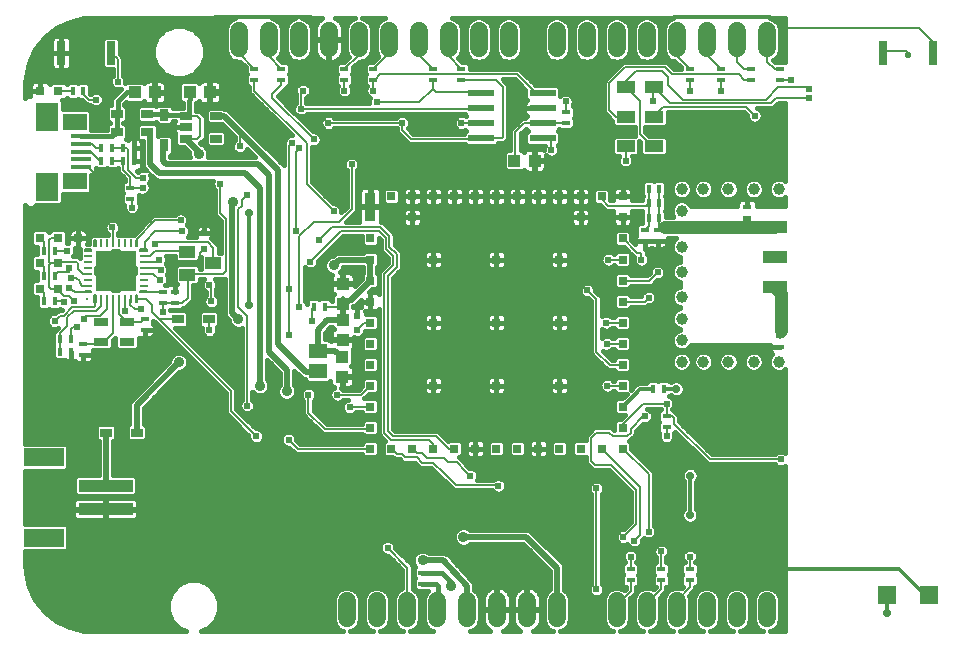
<source format=gtl>
G75*
%MOIN*%
%OFA0B0*%
%FSLAX25Y25*%
%IPPOS*%
%LPD*%
%AMOC8*
5,1,8,0,0,1.08239X$1,22.5*
%
%ADD10R,0.07874X0.04331*%
%ADD11R,0.04331X0.03937*%
%ADD12R,0.01800X0.03000*%
%ADD13R,0.03000X0.01800*%
%ADD14R,0.03819X0.09803*%
%ADD15R,0.02795X0.02795*%
%ADD16R,0.03937X0.04331*%
%ADD17R,0.03898X0.02717*%
%ADD18R,0.03150X0.03150*%
%ADD19R,0.03150X0.07874*%
%ADD20C,0.05937*%
%ADD21C,0.00551*%
%ADD22R,0.01102X0.02756*%
%ADD23R,0.02756X0.01102*%
%ADD24R,0.13780X0.13780*%
%ADD25R,0.00984X0.00984*%
%ADD26R,0.05000X0.02500*%
%ADD27R,0.06693X0.01772*%
%ADD28R,0.08268X0.05807*%
%ADD29R,0.07480X0.09350*%
%ADD30R,0.03937X0.03150*%
%ADD31R,0.03150X0.03937*%
%ADD32R,0.05512X0.03937*%
%ADD33R,0.05906X0.05906*%
%ADD34R,0.08661X0.02362*%
%ADD35R,0.18110X0.03937*%
%ADD36R,0.13386X0.06299*%
%ADD37R,0.06299X0.03937*%
%ADD38R,0.05906X0.05118*%
%ADD39C,0.02400*%
%ADD40C,0.01600*%
%ADD41C,0.03200*%
%ADD42C,0.03600*%
%ADD43C,0.00600*%
%ADD44C,0.01200*%
%ADD45C,0.01000*%
%ADD46C,0.00800*%
%ADD47C,0.02200*%
%ADD48C,0.02000*%
%ADD49C,0.02800*%
%ADD50C,0.04331*%
%ADD51C,0.03962*%
D10*
X0279848Y0133561D03*
X0279848Y0143600D03*
X0279848Y0153639D03*
D11*
X0135648Y0134822D03*
X0135648Y0128129D03*
X0135598Y0122846D03*
X0135598Y0116154D03*
X0135548Y0110546D03*
X0135548Y0103854D03*
D12*
X0129648Y0127200D03*
X0126048Y0127200D03*
X0066048Y0175800D03*
X0062448Y0175800D03*
X0058848Y0175800D03*
X0055248Y0175800D03*
X0055248Y0180000D03*
X0058848Y0180000D03*
X0062448Y0180000D03*
X0066048Y0180000D03*
X0049248Y0199000D03*
X0045648Y0199000D03*
X0039648Y0145800D03*
X0036048Y0145800D03*
X0036048Y0137400D03*
X0039648Y0137400D03*
X0039648Y0129000D03*
X0036048Y0129000D03*
X0041448Y0116400D03*
X0045048Y0116400D03*
X0045048Y0112200D03*
X0041448Y0112200D03*
X0237648Y0156800D03*
X0241248Y0156800D03*
X0241248Y0161600D03*
X0237648Y0161600D03*
X0237648Y0166400D03*
X0241248Y0166400D03*
X0242698Y0099775D03*
X0239098Y0099775D03*
D13*
X0243648Y0090600D03*
X0243648Y0087000D03*
X0281448Y0113800D03*
X0281448Y0117400D03*
X0240711Y0149200D03*
X0236448Y0149200D03*
X0236448Y0152800D03*
X0240711Y0152800D03*
X0270448Y0156800D03*
X0270448Y0160400D03*
X0210048Y0188400D03*
X0210048Y0192000D03*
X0175248Y0202800D03*
X0175248Y0206400D03*
X0165648Y0206400D03*
X0165648Y0202800D03*
X0145848Y0202800D03*
X0145848Y0206400D03*
X0136248Y0206400D03*
X0136248Y0202800D03*
X0115248Y0202800D03*
X0115248Y0206400D03*
X0106248Y0206400D03*
X0106248Y0202800D03*
X0064848Y0166800D03*
X0064848Y0163200D03*
X0075648Y0132000D03*
X0075648Y0128400D03*
X0079848Y0128400D03*
X0079848Y0132000D03*
X0069648Y0123000D03*
X0069648Y0119400D03*
X0049248Y0114600D03*
X0049248Y0111000D03*
X0162203Y0038390D03*
X0162203Y0034790D03*
X0231648Y0036000D03*
X0231648Y0039600D03*
X0241848Y0039600D03*
X0241848Y0036000D03*
X0251448Y0036000D03*
X0251448Y0039600D03*
X0251448Y0202800D03*
X0251448Y0206400D03*
X0261648Y0206400D03*
X0261648Y0202800D03*
X0271848Y0202800D03*
X0271848Y0206400D03*
X0281448Y0206400D03*
X0281448Y0202800D03*
D14*
X0144848Y0160400D03*
D15*
X0151856Y0163904D03*
X0158864Y0163904D03*
X0165872Y0163904D03*
X0172879Y0163904D03*
X0179887Y0163904D03*
X0186895Y0163904D03*
X0193903Y0163904D03*
X0200911Y0163904D03*
X0207919Y0163904D03*
X0214927Y0163904D03*
X0221935Y0163904D03*
X0228942Y0163904D03*
X0228942Y0156896D03*
X0228942Y0149888D03*
X0228942Y0142880D03*
X0228942Y0135872D03*
X0228942Y0128865D03*
X0228942Y0121857D03*
X0228942Y0114849D03*
X0228942Y0107841D03*
X0228942Y0100833D03*
X0228942Y0093825D03*
X0228942Y0086817D03*
X0228942Y0079809D03*
X0221935Y0079809D03*
X0214927Y0079809D03*
X0207919Y0079809D03*
X0200911Y0079809D03*
X0193903Y0079809D03*
X0186895Y0079809D03*
X0179887Y0079809D03*
X0172879Y0079809D03*
X0165872Y0079809D03*
X0158864Y0079809D03*
X0151856Y0079809D03*
X0144848Y0079809D03*
X0144848Y0086817D03*
X0144848Y0093825D03*
X0144848Y0100833D03*
X0144848Y0107841D03*
X0144848Y0114849D03*
X0144848Y0121857D03*
X0144848Y0128865D03*
X0144848Y0135872D03*
X0144848Y0142880D03*
X0144848Y0149888D03*
X0158864Y0156896D03*
X0165872Y0142880D03*
X0186895Y0142880D03*
X0207919Y0142880D03*
X0214927Y0156896D03*
X0207919Y0121857D03*
X0186895Y0121857D03*
X0165872Y0121857D03*
X0165872Y0100833D03*
X0186895Y0100833D03*
X0207919Y0100833D03*
D16*
X0199594Y0175800D03*
X0192901Y0175800D03*
X0091294Y0198700D03*
X0084601Y0198700D03*
X0072994Y0198600D03*
X0066301Y0198600D03*
D17*
X0083269Y0190640D03*
X0083269Y0186900D03*
X0083269Y0183160D03*
X0093466Y0183160D03*
X0093466Y0190640D03*
D18*
X0040801Y0199000D03*
X0034895Y0199000D03*
X0034895Y0150000D03*
X0040801Y0150000D03*
X0040801Y0141600D03*
X0034895Y0141600D03*
X0034895Y0133200D03*
X0040801Y0133200D03*
D19*
X0041880Y0211800D03*
X0058416Y0211800D03*
X0315780Y0211800D03*
X0332316Y0211800D03*
D20*
X0277048Y0213231D02*
X0277048Y0219169D01*
X0267048Y0219169D02*
X0267048Y0213231D01*
X0257048Y0213231D02*
X0257048Y0219169D01*
X0247048Y0219169D02*
X0247048Y0213231D01*
X0237048Y0213231D02*
X0237048Y0219169D01*
X0227048Y0219169D02*
X0227048Y0213231D01*
X0217048Y0213231D02*
X0217048Y0219169D01*
X0207048Y0219169D02*
X0207048Y0213231D01*
X0191048Y0213231D02*
X0191048Y0219169D01*
X0181048Y0219169D02*
X0181048Y0213231D01*
X0171048Y0213231D02*
X0171048Y0219169D01*
X0161048Y0219169D02*
X0161048Y0213231D01*
X0151048Y0213231D02*
X0151048Y0219169D01*
X0141048Y0219169D02*
X0141048Y0213231D01*
X0131048Y0213231D02*
X0131048Y0219169D01*
X0121048Y0219169D02*
X0121048Y0213231D01*
X0111048Y0213231D02*
X0111048Y0219169D01*
X0101048Y0219169D02*
X0101048Y0213231D01*
X0137048Y0029169D02*
X0137048Y0023231D01*
X0147048Y0023231D02*
X0147048Y0029169D01*
X0157048Y0029169D02*
X0157048Y0023231D01*
X0167048Y0023231D02*
X0167048Y0029169D01*
X0177048Y0029169D02*
X0177048Y0023231D01*
X0187048Y0023231D02*
X0187048Y0029169D01*
X0197048Y0029169D02*
X0197048Y0023231D01*
X0207048Y0023231D02*
X0207048Y0029169D01*
X0227048Y0029169D02*
X0227048Y0023231D01*
X0237048Y0023231D02*
X0237048Y0029169D01*
X0247048Y0029169D02*
X0247048Y0023231D01*
X0257048Y0023231D02*
X0257048Y0029169D01*
X0267048Y0029169D02*
X0267048Y0023231D01*
X0277048Y0023231D02*
X0277048Y0029169D01*
D21*
X0070403Y0131934D02*
X0070403Y0132486D01*
X0070403Y0131934D02*
X0068197Y0131934D01*
X0068197Y0132486D01*
X0070403Y0132486D01*
X0070403Y0132484D02*
X0068197Y0132484D01*
X0067214Y0130951D02*
X0067214Y0128745D01*
X0066662Y0128745D01*
X0066662Y0130951D01*
X0067214Y0130951D01*
X0067214Y0129295D02*
X0066662Y0129295D01*
X0066662Y0129845D02*
X0067214Y0129845D01*
X0067214Y0130395D02*
X0066662Y0130395D01*
X0066662Y0130945D02*
X0067214Y0130945D01*
X0053434Y0130951D02*
X0053434Y0128745D01*
X0052882Y0128745D01*
X0052882Y0130951D01*
X0053434Y0130951D01*
X0053434Y0129295D02*
X0052882Y0129295D01*
X0052882Y0129845D02*
X0053434Y0129845D01*
X0053434Y0130395D02*
X0052882Y0130395D01*
X0052882Y0130945D02*
X0053434Y0130945D01*
X0051899Y0131934D02*
X0051899Y0132486D01*
X0051899Y0131934D02*
X0049693Y0131934D01*
X0049693Y0132486D01*
X0051899Y0132486D01*
X0051899Y0132484D02*
X0049693Y0132484D01*
X0051899Y0145714D02*
X0051899Y0146266D01*
X0051899Y0145714D02*
X0049693Y0145714D01*
X0049693Y0146266D01*
X0051899Y0146266D01*
X0051899Y0146264D02*
X0049693Y0146264D01*
X0053434Y0147249D02*
X0053434Y0149455D01*
X0053434Y0147249D02*
X0052882Y0147249D01*
X0052882Y0149455D01*
X0053434Y0149455D01*
X0053434Y0147799D02*
X0052882Y0147799D01*
X0052882Y0148349D02*
X0053434Y0148349D01*
X0053434Y0148899D02*
X0052882Y0148899D01*
X0052882Y0149449D02*
X0053434Y0149449D01*
X0067214Y0149455D02*
X0067214Y0147249D01*
X0066662Y0147249D01*
X0066662Y0149455D01*
X0067214Y0149455D01*
X0067214Y0147799D02*
X0066662Y0147799D01*
X0066662Y0148349D02*
X0067214Y0148349D01*
X0067214Y0148899D02*
X0066662Y0148899D01*
X0066662Y0149449D02*
X0067214Y0149449D01*
X0070403Y0146266D02*
X0070403Y0145714D01*
X0068197Y0145714D01*
X0068197Y0146266D01*
X0070403Y0146266D01*
X0070403Y0146264D02*
X0068197Y0146264D01*
D22*
X0064969Y0148352D03*
X0063001Y0148352D03*
X0061032Y0148352D03*
X0059064Y0148352D03*
X0057095Y0148352D03*
X0055127Y0148352D03*
X0055127Y0129848D03*
X0057095Y0129848D03*
X0059064Y0129848D03*
X0061032Y0129848D03*
X0063001Y0129848D03*
X0064969Y0129848D03*
D23*
X0069300Y0134179D03*
X0069300Y0136147D03*
X0069300Y0138116D03*
X0069300Y0140084D03*
X0069300Y0142053D03*
X0069300Y0144021D03*
X0050796Y0144021D03*
X0050796Y0142053D03*
X0050796Y0140084D03*
X0050796Y0138116D03*
X0050796Y0136147D03*
X0050796Y0134179D03*
D24*
X0060048Y0139100D03*
D25*
X0050540Y0129592D03*
D26*
X0055148Y0121900D03*
X0063748Y0121900D03*
X0063748Y0115300D03*
X0055148Y0115300D03*
D27*
X0048272Y0173682D03*
X0048272Y0176241D03*
X0048272Y0178800D03*
X0048272Y0181359D03*
X0048272Y0183918D03*
D28*
X0046303Y0188643D03*
X0046303Y0168957D03*
D29*
X0037248Y0167186D03*
X0037248Y0190414D03*
D30*
X0060330Y0191400D03*
X0060330Y0185400D03*
X0070566Y0185400D03*
X0070566Y0191400D03*
X0080730Y0123000D03*
X0090966Y0123000D03*
X0066966Y0085200D03*
X0056730Y0085200D03*
D31*
X0076248Y0180882D03*
X0076248Y0191118D03*
D32*
X0083917Y0145340D03*
X0092579Y0141600D03*
X0083917Y0137860D03*
D33*
X0317158Y0030975D03*
X0330938Y0030975D03*
D34*
X0202284Y0183300D03*
X0202284Y0188300D03*
X0202284Y0193300D03*
X0202284Y0198300D03*
X0181812Y0198300D03*
X0181812Y0193300D03*
X0181812Y0188300D03*
X0181812Y0183300D03*
D35*
X0056615Y0067537D03*
X0056615Y0059663D03*
D36*
X0036142Y0050214D03*
X0036142Y0076986D03*
D37*
X0229999Y0180600D03*
X0239448Y0180600D03*
X0239448Y0190443D03*
X0229999Y0190443D03*
X0229999Y0200285D03*
X0239448Y0200285D03*
D38*
X0127368Y0112506D03*
X0127368Y0105814D03*
D39*
X0124248Y0097800D03*
X0133848Y0097800D03*
X0138048Y0093600D03*
X0117648Y0082800D03*
X0106848Y0084000D03*
X0103848Y0094200D03*
X0117648Y0117600D03*
X0125448Y0122400D03*
X0121248Y0127200D03*
X0117648Y0133200D03*
X0124848Y0142200D03*
X0127848Y0149400D03*
X0120048Y0152400D03*
X0132648Y0159000D03*
X0138648Y0174600D03*
X0126048Y0183000D03*
X0121248Y0180000D03*
X0118848Y0181800D03*
X0130848Y0188400D03*
X0121848Y0193200D03*
X0122448Y0199200D03*
X0136248Y0199200D03*
X0145848Y0199200D03*
X0147040Y0195341D03*
X0155448Y0188400D03*
X0175248Y0188400D03*
X0205248Y0179400D03*
X0210048Y0195600D03*
X0229969Y0175857D03*
X0239242Y0195691D03*
X0251448Y0199200D03*
X0261648Y0199200D03*
X0273048Y0190800D03*
X0285048Y0202800D03*
X0291048Y0199800D03*
X0291048Y0196800D03*
X0235248Y0142800D03*
X0240648Y0138600D03*
X0237648Y0130200D03*
X0223448Y0121800D03*
X0223648Y0114800D03*
X0223848Y0100800D03*
X0236448Y0090600D03*
X0243648Y0094800D03*
X0243648Y0084000D03*
X0220248Y0066600D03*
X0229248Y0050400D03*
X0232848Y0049200D03*
X0237648Y0052200D03*
X0241848Y0045600D03*
X0231648Y0043800D03*
X0220248Y0033000D03*
X0251448Y0043800D03*
X0281673Y0076275D03*
X0217248Y0132600D03*
X0224161Y0142804D03*
X0140448Y0124200D03*
X0140448Y0119400D03*
X0091248Y0119400D03*
X0091848Y0129000D03*
X0091248Y0134400D03*
X0089448Y0146400D03*
X0089448Y0151800D03*
X0082248Y0152400D03*
X0081648Y0156000D03*
X0073248Y0148200D03*
X0074448Y0142800D03*
X0074982Y0139355D03*
X0074808Y0136200D03*
X0068356Y0126322D03*
X0063249Y0125843D03*
X0075648Y0125400D03*
X0049276Y0123006D03*
X0047238Y0120259D03*
X0039648Y0122400D03*
X0042771Y0128569D03*
X0046230Y0129203D03*
X0044555Y0133523D03*
X0045071Y0136731D03*
X0044448Y0139995D03*
X0043848Y0145800D03*
X0058848Y0153600D03*
X0065448Y0160200D03*
X0069048Y0166800D03*
X0069071Y0170181D03*
X0094848Y0168000D03*
X0103848Y0164400D03*
X0101448Y0180600D03*
X0060648Y0202200D03*
X0053448Y0196200D03*
X0178248Y0070800D03*
X0187491Y0067453D03*
X0150648Y0046800D03*
D40*
X0036350Y0025502D02*
X0033251Y0029389D01*
X0031094Y0033868D01*
X0029988Y0038714D01*
X0029848Y0041200D01*
X0029848Y0045665D01*
X0043415Y0045665D01*
X0044235Y0046485D01*
X0044235Y0053944D01*
X0043415Y0054764D01*
X0029848Y0054764D01*
X0029848Y0072436D01*
X0043415Y0072436D01*
X0044235Y0073256D01*
X0044235Y0080715D01*
X0043415Y0081535D01*
X0029848Y0081535D01*
X0029848Y0160900D01*
X0030587Y0160161D01*
X0032492Y0160161D01*
X0033441Y0161111D01*
X0041568Y0161111D01*
X0042388Y0161931D01*
X0042388Y0164654D01*
X0051017Y0164654D01*
X0051837Y0165474D01*
X0051837Y0170996D01*
X0051855Y0170996D01*
X0052313Y0171119D01*
X0052723Y0171356D01*
X0053058Y0171691D01*
X0053295Y0172101D01*
X0053418Y0172559D01*
X0053418Y0173250D01*
X0053768Y0172900D01*
X0056728Y0172900D01*
X0057048Y0173220D01*
X0057368Y0172900D01*
X0060328Y0172900D01*
X0060648Y0173220D01*
X0060748Y0173120D01*
X0060748Y0172096D01*
X0063148Y0169696D01*
X0063148Y0169100D01*
X0062768Y0169100D01*
X0061948Y0168280D01*
X0061948Y0165320D01*
X0062268Y0165000D01*
X0061948Y0164680D01*
X0061948Y0161720D01*
X0062768Y0160900D01*
X0062924Y0160900D01*
X0062848Y0160717D01*
X0062848Y0159683D01*
X0063244Y0158727D01*
X0063975Y0157996D01*
X0064931Y0157600D01*
X0065965Y0157600D01*
X0066921Y0157996D01*
X0067652Y0158727D01*
X0068048Y0159683D01*
X0068048Y0160717D01*
X0067666Y0161638D01*
X0067748Y0161720D01*
X0067748Y0164524D01*
X0068531Y0164200D01*
X0069565Y0164200D01*
X0070521Y0164596D01*
X0071252Y0165327D01*
X0071648Y0166283D01*
X0071648Y0167317D01*
X0071252Y0168273D01*
X0071046Y0168479D01*
X0071275Y0168708D01*
X0071671Y0169664D01*
X0071671Y0170698D01*
X0071470Y0171184D01*
X0072413Y0170241D01*
X0073088Y0169565D01*
X0073971Y0169200D01*
X0092531Y0169200D01*
X0092248Y0168517D01*
X0092248Y0167483D01*
X0092644Y0166527D01*
X0093148Y0166023D01*
X0093148Y0157696D01*
X0094144Y0156700D01*
X0095028Y0155816D01*
X0095028Y0144968D01*
X0094279Y0144968D01*
X0094279Y0147573D01*
X0092348Y0149504D01*
X0091853Y0149999D01*
X0092106Y0150379D01*
X0092333Y0150925D01*
X0092448Y0151505D01*
X0092448Y0151800D01*
X0092448Y0152095D01*
X0092333Y0152675D01*
X0092106Y0153221D01*
X0091778Y0153712D01*
X0091360Y0154130D01*
X0090869Y0154459D01*
X0090323Y0154685D01*
X0089743Y0154800D01*
X0089448Y0154800D01*
X0089448Y0151800D01*
X0092448Y0151800D01*
X0089448Y0151800D01*
X0089448Y0151800D01*
X0089448Y0151800D01*
X0089448Y0154800D01*
X0089152Y0154800D01*
X0088573Y0154685D01*
X0088027Y0154459D01*
X0087536Y0154130D01*
X0087118Y0153712D01*
X0086789Y0153221D01*
X0086563Y0152675D01*
X0086448Y0152095D01*
X0086448Y0151800D01*
X0089448Y0151800D01*
X0089448Y0151800D01*
X0086448Y0151800D01*
X0086448Y0151505D01*
X0086563Y0150925D01*
X0086739Y0150500D01*
X0084025Y0150500D01*
X0084452Y0150927D01*
X0084848Y0151883D01*
X0084848Y0152917D01*
X0084452Y0153873D01*
X0083825Y0154500D01*
X0083852Y0154527D01*
X0084248Y0155483D01*
X0084248Y0156517D01*
X0083852Y0157473D01*
X0083121Y0158204D01*
X0082165Y0158600D01*
X0081131Y0158600D01*
X0080175Y0158204D01*
X0079671Y0157700D01*
X0072544Y0157700D01*
X0071548Y0156704D01*
X0065974Y0151130D01*
X0060764Y0151130D01*
X0060764Y0151839D01*
X0061052Y0152127D01*
X0061448Y0153083D01*
X0061448Y0154117D01*
X0061052Y0155073D01*
X0060321Y0155804D01*
X0059365Y0156200D01*
X0058331Y0156200D01*
X0057375Y0155804D01*
X0056644Y0155073D01*
X0056248Y0154117D01*
X0056248Y0153083D01*
X0056644Y0152127D01*
X0057364Y0151407D01*
X0057364Y0151130D01*
X0052189Y0151130D01*
X0051207Y0150148D01*
X0051207Y0147941D01*
X0050402Y0147941D01*
X0050638Y0148295D01*
X0050910Y0148950D01*
X0051048Y0149645D01*
X0051048Y0150000D01*
X0051048Y0150355D01*
X0050910Y0151050D01*
X0050638Y0151705D01*
X0050244Y0152295D01*
X0049743Y0152796D01*
X0049153Y0153190D01*
X0048498Y0153462D01*
X0047803Y0153600D01*
X0047448Y0153600D01*
X0047448Y0150000D01*
X0051048Y0150000D01*
X0047448Y0150000D01*
X0047448Y0150000D01*
X0047448Y0150000D01*
X0047448Y0146400D01*
X0047803Y0146400D01*
X0048018Y0146443D01*
X0048018Y0143434D01*
X0047552Y0143900D01*
X0045625Y0143900D01*
X0046052Y0144327D01*
X0046448Y0145283D01*
X0046448Y0146317D01*
X0046348Y0146559D01*
X0046398Y0146538D01*
X0047093Y0146400D01*
X0047448Y0146400D01*
X0047448Y0150000D01*
X0047448Y0150000D01*
X0047448Y0153600D01*
X0047093Y0153600D01*
X0046398Y0153462D01*
X0045743Y0153190D01*
X0045153Y0152796D01*
X0044652Y0152295D01*
X0044258Y0151705D01*
X0043986Y0151050D01*
X0043848Y0150355D01*
X0043848Y0150000D01*
X0047448Y0150000D01*
X0047448Y0150000D01*
X0043848Y0150000D01*
X0043848Y0149645D01*
X0043986Y0148950D01*
X0044214Y0148400D01*
X0043775Y0148400D01*
X0043775Y0152155D01*
X0042955Y0152975D01*
X0038646Y0152975D01*
X0037848Y0152177D01*
X0037050Y0152975D01*
X0032740Y0152975D01*
X0031920Y0152155D01*
X0031920Y0147845D01*
X0032740Y0147025D01*
X0033748Y0147025D01*
X0033748Y0144575D01*
X0032740Y0144575D01*
X0031920Y0143755D01*
X0031920Y0139445D01*
X0032740Y0138625D01*
X0033748Y0138625D01*
X0033748Y0136175D01*
X0032740Y0136175D01*
X0031920Y0135355D01*
X0031920Y0131045D01*
X0032740Y0130225D01*
X0033748Y0130225D01*
X0033748Y0126920D01*
X0034568Y0126100D01*
X0037528Y0126100D01*
X0037848Y0126420D01*
X0038168Y0126100D01*
X0041128Y0126100D01*
X0041365Y0126337D01*
X0042083Y0126040D01*
X0041944Y0125901D01*
X0040745Y0125901D01*
X0039844Y0125000D01*
X0039131Y0125000D01*
X0038175Y0124604D01*
X0037444Y0123873D01*
X0037048Y0122917D01*
X0037048Y0121883D01*
X0037444Y0120927D01*
X0038175Y0120196D01*
X0039131Y0119800D01*
X0040165Y0119800D01*
X0040657Y0120004D01*
X0039748Y0119095D01*
X0039748Y0119080D01*
X0039148Y0118480D01*
X0039148Y0114320D01*
X0039168Y0114300D01*
X0039148Y0114280D01*
X0039148Y0110120D01*
X0039968Y0109300D01*
X0042928Y0109300D01*
X0042965Y0109337D01*
X0043043Y0109260D01*
X0043453Y0109023D01*
X0043911Y0108900D01*
X0045048Y0108900D01*
X0046185Y0108900D01*
X0046356Y0108946D01*
X0046643Y0108660D01*
X0047053Y0108423D01*
X0047511Y0108300D01*
X0049248Y0108300D01*
X0050985Y0108300D01*
X0051443Y0108423D01*
X0051853Y0108660D01*
X0052188Y0108995D01*
X0052425Y0109405D01*
X0052548Y0109863D01*
X0052548Y0111000D01*
X0052548Y0112137D01*
X0052425Y0112595D01*
X0052393Y0112650D01*
X0058228Y0112650D01*
X0059048Y0113470D01*
X0059048Y0115996D01*
X0059848Y0116796D01*
X0059848Y0113470D01*
X0060668Y0112650D01*
X0066828Y0112650D01*
X0067648Y0113470D01*
X0067648Y0116770D01*
X0067911Y0116700D01*
X0069648Y0116700D01*
X0071385Y0116700D01*
X0071843Y0116823D01*
X0072253Y0117060D01*
X0072588Y0117395D01*
X0072825Y0117805D01*
X0072948Y0118263D01*
X0072948Y0119400D01*
X0072948Y0120537D01*
X0072825Y0120995D01*
X0072588Y0121405D01*
X0072511Y0121483D01*
X0072548Y0121520D01*
X0072548Y0122496D01*
X0073048Y0121996D01*
X0073048Y0121996D01*
X0074044Y0121000D01*
X0096748Y0098296D01*
X0096748Y0091696D01*
X0104248Y0084196D01*
X0104248Y0083483D01*
X0104644Y0082527D01*
X0105375Y0081796D01*
X0106331Y0081400D01*
X0107365Y0081400D01*
X0108321Y0081796D01*
X0109052Y0082527D01*
X0109448Y0083483D01*
X0109448Y0084517D01*
X0109052Y0085473D01*
X0108321Y0086204D01*
X0107365Y0086600D01*
X0106652Y0086600D01*
X0100148Y0093104D01*
X0100148Y0099704D01*
X0099152Y0100700D01*
X0079827Y0120025D01*
X0083278Y0120025D01*
X0084098Y0120845D01*
X0084098Y0125155D01*
X0083278Y0125975D01*
X0078224Y0125975D01*
X0078172Y0126100D01*
X0081928Y0126100D01*
X0082528Y0126700D01*
X0082952Y0126700D01*
X0083948Y0127696D01*
X0085748Y0129496D01*
X0085748Y0134491D01*
X0087253Y0134491D01*
X0088073Y0135311D01*
X0088073Y0136300D01*
X0089471Y0136300D01*
X0089044Y0135873D01*
X0088648Y0134917D01*
X0088648Y0133883D01*
X0089044Y0132927D01*
X0089775Y0132196D01*
X0090148Y0132041D01*
X0090148Y0130977D01*
X0089644Y0130473D01*
X0089248Y0129517D01*
X0089248Y0128483D01*
X0089644Y0127527D01*
X0090375Y0126796D01*
X0091331Y0126400D01*
X0092365Y0126400D01*
X0093321Y0126796D01*
X0094052Y0127527D01*
X0094448Y0128483D01*
X0094448Y0129517D01*
X0094052Y0130473D01*
X0093548Y0130977D01*
X0093548Y0133159D01*
X0093848Y0133883D01*
X0093848Y0134917D01*
X0093452Y0135873D01*
X0093025Y0136300D01*
X0096258Y0136300D01*
X0096258Y0124692D01*
X0096623Y0123809D01*
X0097298Y0123134D01*
X0097648Y0122785D01*
X0097648Y0122363D01*
X0098135Y0121187D01*
X0099035Y0120287D01*
X0100211Y0119800D01*
X0101484Y0119800D01*
X0102148Y0120075D01*
X0102148Y0096177D01*
X0101644Y0095673D01*
X0101248Y0094717D01*
X0101248Y0093683D01*
X0101644Y0092727D01*
X0102375Y0091996D01*
X0103331Y0091600D01*
X0104365Y0091600D01*
X0105321Y0091996D01*
X0106052Y0092727D01*
X0106448Y0093683D01*
X0106448Y0094717D01*
X0106052Y0095673D01*
X0105548Y0096177D01*
X0105548Y0098775D01*
X0106235Y0098087D01*
X0107411Y0097600D01*
X0108684Y0097600D01*
X0109861Y0098087D01*
X0110761Y0098987D01*
X0111248Y0100163D01*
X0111248Y0101437D01*
X0110761Y0102613D01*
X0110448Y0102925D01*
X0110448Y0109406D01*
X0114648Y0105206D01*
X0114648Y0101125D01*
X0114335Y0100813D01*
X0113848Y0099637D01*
X0113848Y0098363D01*
X0114335Y0097187D01*
X0115235Y0096287D01*
X0116411Y0095800D01*
X0117684Y0095800D01*
X0118861Y0096287D01*
X0119761Y0097187D01*
X0120248Y0098363D01*
X0120248Y0099637D01*
X0119761Y0100813D01*
X0119448Y0101125D01*
X0119448Y0105806D01*
X0121331Y0103922D01*
X0122007Y0103247D01*
X0122889Y0102882D01*
X0123015Y0102882D01*
X0123015Y0102675D01*
X0123835Y0101855D01*
X0130901Y0101855D01*
X0131583Y0102537D01*
X0131583Y0101648D01*
X0131705Y0101190D01*
X0131942Y0100780D01*
X0132277Y0100445D01*
X0132688Y0100208D01*
X0132796Y0100179D01*
X0132375Y0100004D01*
X0131644Y0099273D01*
X0131248Y0098317D01*
X0131248Y0097283D01*
X0131644Y0096327D01*
X0132375Y0095596D01*
X0133331Y0095200D01*
X0134365Y0095200D01*
X0135321Y0095596D01*
X0135825Y0096100D01*
X0137289Y0096100D01*
X0136575Y0095804D01*
X0135844Y0095073D01*
X0135448Y0094117D01*
X0135448Y0093083D01*
X0135844Y0092127D01*
X0136575Y0091396D01*
X0137531Y0091000D01*
X0138565Y0091000D01*
X0139521Y0091396D01*
X0140250Y0092125D01*
X0142050Y0092125D01*
X0142050Y0091848D01*
X0142870Y0091028D01*
X0146825Y0091028D01*
X0147646Y0091848D01*
X0147646Y0095803D01*
X0146825Y0096623D01*
X0142875Y0096623D01*
X0143348Y0097096D01*
X0144288Y0098035D01*
X0146825Y0098035D01*
X0147646Y0098856D01*
X0147646Y0102811D01*
X0146825Y0103631D01*
X0142870Y0103631D01*
X0142050Y0102811D01*
X0142050Y0100607D01*
X0140944Y0099500D01*
X0135825Y0099500D01*
X0135321Y0100004D01*
X0135125Y0100085D01*
X0135364Y0100085D01*
X0135364Y0103669D01*
X0135732Y0103669D01*
X0135732Y0100085D01*
X0137950Y0100085D01*
X0138408Y0100208D01*
X0138819Y0100445D01*
X0139154Y0100780D01*
X0139391Y0101190D01*
X0139513Y0101648D01*
X0139513Y0103669D01*
X0135732Y0103669D01*
X0135732Y0104038D01*
X0139513Y0104038D01*
X0139513Y0106059D01*
X0139391Y0106517D01*
X0139154Y0106927D01*
X0138819Y0107262D01*
X0138539Y0107424D01*
X0139113Y0107998D01*
X0139113Y0112989D01*
X0139204Y0113080D01*
X0139441Y0113490D01*
X0139563Y0113948D01*
X0139563Y0115969D01*
X0135782Y0115969D01*
X0135782Y0116338D01*
X0139563Y0116338D01*
X0139563Y0116952D01*
X0139931Y0116800D01*
X0140965Y0116800D01*
X0141921Y0117196D01*
X0142652Y0117927D01*
X0143048Y0118883D01*
X0143048Y0119059D01*
X0146825Y0119059D01*
X0147646Y0119879D01*
X0147646Y0123834D01*
X0146825Y0124654D01*
X0143416Y0124654D01*
X0143333Y0125075D01*
X0143106Y0125621D01*
X0143046Y0125712D01*
X0143213Y0125667D01*
X0144848Y0125667D01*
X0146483Y0125667D01*
X0146940Y0125790D01*
X0147351Y0126027D01*
X0147686Y0126362D01*
X0147748Y0126469D01*
X0147748Y0084496D01*
X0148744Y0083500D01*
X0149757Y0082486D01*
X0149058Y0081787D01*
X0149058Y0077832D01*
X0149878Y0077012D01*
X0152249Y0077012D01*
X0153002Y0076259D01*
X0154640Y0076259D01*
X0154703Y0076196D01*
X0155699Y0075200D01*
X0159644Y0075200D01*
X0160398Y0074446D01*
X0161394Y0073450D01*
X0165144Y0073450D01*
X0167244Y0071349D01*
X0167244Y0071346D01*
X0171703Y0066887D01*
X0172699Y0065891D01*
X0185375Y0065891D01*
X0186018Y0065248D01*
X0186974Y0064853D01*
X0188008Y0064853D01*
X0188964Y0065248D01*
X0189695Y0065980D01*
X0190091Y0066935D01*
X0190091Y0067970D01*
X0189695Y0068925D01*
X0188964Y0069657D01*
X0188008Y0070053D01*
X0186974Y0070053D01*
X0186018Y0069657D01*
X0185653Y0069291D01*
X0180416Y0069291D01*
X0180452Y0069327D01*
X0180848Y0070283D01*
X0180848Y0071317D01*
X0180452Y0072273D01*
X0179721Y0073004D01*
X0178765Y0073400D01*
X0177758Y0073400D01*
X0175298Y0076065D01*
X0175298Y0076104D01*
X0174824Y0076578D01*
X0174424Y0077012D01*
X0174857Y0077012D01*
X0175677Y0077832D01*
X0175677Y0081787D01*
X0174857Y0082607D01*
X0170902Y0082607D01*
X0170773Y0082479D01*
X0168548Y0084704D01*
X0167552Y0085700D01*
X0153152Y0085700D01*
X0152348Y0086504D01*
X0152348Y0136696D01*
X0155348Y0139696D01*
X0155348Y0145304D01*
X0154352Y0146300D01*
X0152948Y0147704D01*
X0152948Y0151304D01*
X0149948Y0154304D01*
X0148952Y0155300D01*
X0148557Y0155300D01*
X0148557Y0160245D01*
X0145003Y0160245D01*
X0145003Y0160555D01*
X0148557Y0160555D01*
X0148557Y0165539D01*
X0148435Y0165996D01*
X0148198Y0166407D01*
X0147863Y0166742D01*
X0147452Y0166979D01*
X0146994Y0167102D01*
X0145003Y0167102D01*
X0145003Y0160555D01*
X0144693Y0160555D01*
X0144693Y0167102D01*
X0142702Y0167102D01*
X0142244Y0166979D01*
X0141833Y0166742D01*
X0141498Y0166407D01*
X0141261Y0165996D01*
X0141138Y0165539D01*
X0141138Y0160555D01*
X0144693Y0160555D01*
X0144693Y0160245D01*
X0141138Y0160245D01*
X0141138Y0155300D01*
X0136752Y0155300D01*
X0139352Y0157900D01*
X0140348Y0158896D01*
X0140348Y0172623D01*
X0140852Y0173127D01*
X0141248Y0174083D01*
X0141248Y0175117D01*
X0140852Y0176073D01*
X0140121Y0176804D01*
X0139165Y0177200D01*
X0138131Y0177200D01*
X0137175Y0176804D01*
X0136444Y0176073D01*
X0136048Y0175117D01*
X0136048Y0174083D01*
X0136444Y0173127D01*
X0136948Y0172623D01*
X0136948Y0160304D01*
X0135248Y0158604D01*
X0135248Y0159517D01*
X0134852Y0160473D01*
X0134121Y0161204D01*
X0133165Y0161600D01*
X0132452Y0161600D01*
X0125348Y0168704D01*
X0125348Y0180476D01*
X0125531Y0180400D01*
X0126565Y0180400D01*
X0127521Y0180796D01*
X0128252Y0181527D01*
X0128648Y0182483D01*
X0128648Y0183517D01*
X0128252Y0184473D01*
X0127521Y0185204D01*
X0126565Y0185600D01*
X0125852Y0185600D01*
X0120514Y0190938D01*
X0121331Y0190600D01*
X0122365Y0190600D01*
X0123321Y0190996D01*
X0123825Y0191500D01*
X0176120Y0191500D01*
X0176820Y0190800D01*
X0176652Y0190632D01*
X0175765Y0191000D01*
X0174731Y0191000D01*
X0173775Y0190604D01*
X0173044Y0189873D01*
X0172648Y0188917D01*
X0172648Y0187883D01*
X0173044Y0186927D01*
X0173775Y0186196D01*
X0174731Y0185800D01*
X0175765Y0185800D01*
X0176511Y0186109D01*
X0176820Y0185800D01*
X0176081Y0185061D01*
X0176081Y0184700D01*
X0159152Y0184700D01*
X0157288Y0186564D01*
X0157652Y0186927D01*
X0158048Y0187883D01*
X0158048Y0188917D01*
X0157652Y0189873D01*
X0156921Y0190604D01*
X0155965Y0191000D01*
X0154931Y0191000D01*
X0153975Y0190604D01*
X0153471Y0190100D01*
X0132825Y0190100D01*
X0132321Y0190604D01*
X0131365Y0191000D01*
X0130331Y0191000D01*
X0129375Y0190604D01*
X0128644Y0189873D01*
X0128248Y0188917D01*
X0128248Y0187883D01*
X0128644Y0186927D01*
X0129375Y0186196D01*
X0130331Y0185800D01*
X0131365Y0185800D01*
X0132321Y0186196D01*
X0132825Y0186700D01*
X0153471Y0186700D01*
X0153748Y0186423D01*
X0153748Y0185296D01*
X0154744Y0184300D01*
X0156748Y0182296D01*
X0157744Y0181300D01*
X0176320Y0181300D01*
X0176901Y0180719D01*
X0186722Y0180719D01*
X0187542Y0181539D01*
X0187542Y0181600D01*
X0189452Y0181600D01*
X0190448Y0182596D01*
X0190748Y0182896D01*
X0190748Y0201104D01*
X0189752Y0202100D01*
X0188952Y0202900D01*
X0193144Y0202900D01*
X0196553Y0199490D01*
X0196553Y0196539D01*
X0197053Y0196040D01*
X0196848Y0195921D01*
X0196513Y0195586D01*
X0196276Y0195176D01*
X0196153Y0194718D01*
X0196153Y0193300D01*
X0202284Y0193300D01*
X0202284Y0193300D01*
X0196153Y0193300D01*
X0196153Y0191882D01*
X0196276Y0191424D01*
X0196513Y0191014D01*
X0196848Y0190679D01*
X0197053Y0190560D01*
X0196553Y0190061D01*
X0196553Y0190000D01*
X0195444Y0190000D01*
X0194448Y0189004D01*
X0191548Y0186104D01*
X0191548Y0179365D01*
X0190353Y0179365D01*
X0189533Y0178545D01*
X0189533Y0173055D01*
X0190353Y0172235D01*
X0195450Y0172235D01*
X0196024Y0172809D01*
X0196186Y0172529D01*
X0196521Y0172194D01*
X0196931Y0171957D01*
X0197389Y0171835D01*
X0199410Y0171835D01*
X0199410Y0175616D01*
X0199779Y0175616D01*
X0199779Y0175984D01*
X0203363Y0175984D01*
X0203363Y0177608D01*
X0203775Y0177196D01*
X0204731Y0176800D01*
X0205765Y0176800D01*
X0206721Y0177196D01*
X0207452Y0177927D01*
X0207848Y0178883D01*
X0207848Y0179917D01*
X0207452Y0180873D01*
X0207400Y0180925D01*
X0208015Y0181539D01*
X0208015Y0185061D01*
X0207276Y0185800D01*
X0207772Y0186296D01*
X0207968Y0186100D01*
X0212128Y0186100D01*
X0212948Y0186920D01*
X0212948Y0189880D01*
X0212628Y0190200D01*
X0212948Y0190520D01*
X0212948Y0193480D01*
X0212266Y0194162D01*
X0212648Y0195083D01*
X0212648Y0196117D01*
X0212252Y0197073D01*
X0211521Y0197804D01*
X0210565Y0198200D01*
X0209531Y0198200D01*
X0208575Y0197804D01*
X0208015Y0197244D01*
X0208015Y0200061D01*
X0207195Y0200881D01*
X0199971Y0200881D01*
X0194552Y0206300D01*
X0178148Y0206300D01*
X0178148Y0207880D01*
X0177328Y0208700D01*
X0175352Y0208700D01*
X0174023Y0210029D01*
X0174751Y0210757D01*
X0175416Y0212363D01*
X0175416Y0220037D01*
X0174751Y0221643D01*
X0173523Y0222872D01*
X0172248Y0223400D01*
X0179848Y0223400D01*
X0178573Y0222872D01*
X0177345Y0221643D01*
X0176679Y0220037D01*
X0176679Y0212363D01*
X0177345Y0210757D01*
X0178573Y0209528D01*
X0180179Y0208863D01*
X0181917Y0208863D01*
X0183523Y0209528D01*
X0184751Y0210757D01*
X0185416Y0212363D01*
X0185416Y0220037D01*
X0184751Y0221643D01*
X0183523Y0222872D01*
X0182248Y0223400D01*
X0189848Y0223400D01*
X0188573Y0222872D01*
X0187345Y0221643D01*
X0186679Y0220037D01*
X0186679Y0212363D01*
X0187345Y0210757D01*
X0188573Y0209528D01*
X0190179Y0208863D01*
X0191917Y0208863D01*
X0193523Y0209528D01*
X0194751Y0210757D01*
X0195416Y0212363D01*
X0195416Y0220037D01*
X0194751Y0221643D01*
X0193523Y0222872D01*
X0192248Y0223400D01*
X0205848Y0223400D01*
X0204573Y0222872D01*
X0203345Y0221643D01*
X0202679Y0220037D01*
X0202679Y0212363D01*
X0203345Y0210757D01*
X0204573Y0209528D01*
X0206179Y0208863D01*
X0207917Y0208863D01*
X0209523Y0209528D01*
X0210751Y0210757D01*
X0211416Y0212363D01*
X0211416Y0220037D01*
X0210751Y0221643D01*
X0209523Y0222872D01*
X0208248Y0223400D01*
X0215848Y0223400D01*
X0214573Y0222872D01*
X0213345Y0221643D01*
X0212679Y0220037D01*
X0212679Y0212363D01*
X0213345Y0210757D01*
X0214573Y0209528D01*
X0216179Y0208863D01*
X0217917Y0208863D01*
X0219523Y0209528D01*
X0220751Y0210757D01*
X0221416Y0212363D01*
X0221416Y0220037D01*
X0220751Y0221643D01*
X0219523Y0222872D01*
X0218248Y0223400D01*
X0225848Y0223400D01*
X0224573Y0222872D01*
X0223345Y0221643D01*
X0222679Y0220037D01*
X0222679Y0212363D01*
X0223345Y0210757D01*
X0224573Y0209528D01*
X0226179Y0208863D01*
X0227917Y0208863D01*
X0229523Y0209528D01*
X0230751Y0210757D01*
X0231416Y0212363D01*
X0231416Y0220037D01*
X0230751Y0221643D01*
X0229523Y0222872D01*
X0228248Y0223400D01*
X0235848Y0223400D01*
X0234573Y0222872D01*
X0233345Y0221643D01*
X0232679Y0220037D01*
X0232679Y0212363D01*
X0233345Y0210757D01*
X0234573Y0209528D01*
X0236179Y0208863D01*
X0237917Y0208863D01*
X0239523Y0209528D01*
X0240751Y0210757D01*
X0241416Y0212363D01*
X0241416Y0220037D01*
X0240751Y0221643D01*
X0239523Y0222872D01*
X0238248Y0223400D01*
X0245848Y0223400D01*
X0244573Y0222872D01*
X0243345Y0221643D01*
X0242679Y0220037D01*
X0242679Y0212363D01*
X0243345Y0210757D01*
X0244573Y0209528D01*
X0246179Y0208863D01*
X0246581Y0208863D01*
X0248548Y0206896D01*
X0248548Y0206300D01*
X0246019Y0206300D01*
X0244748Y0207636D01*
X0244748Y0207704D01*
X0243752Y0208700D01*
X0229144Y0208700D01*
X0228148Y0207704D01*
X0222748Y0202304D01*
X0222748Y0191896D01*
X0223744Y0190900D01*
X0225450Y0189194D01*
X0225450Y0187894D01*
X0226270Y0187074D01*
X0232948Y0187074D01*
X0232948Y0184096D01*
X0233075Y0183968D01*
X0226270Y0183968D01*
X0225450Y0183148D01*
X0225450Y0178052D01*
X0226270Y0177231D01*
X0227724Y0177231D01*
X0227369Y0176374D01*
X0227369Y0175340D01*
X0227765Y0174384D01*
X0228496Y0173653D01*
X0229452Y0173257D01*
X0230486Y0173257D01*
X0231442Y0173653D01*
X0232173Y0174384D01*
X0232569Y0175340D01*
X0232569Y0176374D01*
X0232214Y0177231D01*
X0233729Y0177231D01*
X0234549Y0178052D01*
X0234549Y0182495D01*
X0234898Y0182145D01*
X0234898Y0178052D01*
X0235718Y0177231D01*
X0243177Y0177231D01*
X0243998Y0178052D01*
X0243998Y0183148D01*
X0243177Y0183968D01*
X0237884Y0183968D01*
X0236348Y0185504D01*
X0236348Y0187074D01*
X0243177Y0187074D01*
X0243998Y0187894D01*
X0243998Y0192100D01*
X0269344Y0192100D01*
X0270448Y0190996D01*
X0270448Y0190283D01*
X0270844Y0189327D01*
X0271575Y0188596D01*
X0272531Y0188200D01*
X0273565Y0188200D01*
X0274521Y0188596D01*
X0275252Y0189327D01*
X0275648Y0190283D01*
X0275648Y0191317D01*
X0275252Y0192273D01*
X0274521Y0193004D01*
X0273806Y0193300D01*
X0279152Y0193300D01*
X0280952Y0195100D01*
X0283248Y0195100D01*
X0283248Y0168982D01*
X0282963Y0169266D01*
X0281720Y0169781D01*
X0280375Y0169781D01*
X0279133Y0169266D01*
X0278182Y0168315D01*
X0277667Y0167073D01*
X0277667Y0165727D01*
X0278182Y0164485D01*
X0279133Y0163534D01*
X0280375Y0163019D01*
X0281720Y0163019D01*
X0282963Y0163534D01*
X0283248Y0163818D01*
X0283248Y0160800D01*
X0273748Y0160800D01*
X0273748Y0161537D01*
X0273625Y0161995D01*
X0273388Y0162405D01*
X0273053Y0162740D01*
X0272643Y0162977D01*
X0272488Y0163019D01*
X0273320Y0163019D01*
X0274563Y0163534D01*
X0275514Y0164485D01*
X0276029Y0165727D01*
X0276029Y0167073D01*
X0275514Y0168315D01*
X0274563Y0169266D01*
X0273320Y0169781D01*
X0271975Y0169781D01*
X0270733Y0169266D01*
X0269782Y0168315D01*
X0269267Y0167073D01*
X0269267Y0165727D01*
X0269782Y0164485D01*
X0270733Y0163534D01*
X0271780Y0163100D01*
X0270448Y0163100D01*
X0270448Y0160800D01*
X0270448Y0160800D01*
X0270448Y0163100D01*
X0268711Y0163100D01*
X0268253Y0162977D01*
X0267843Y0162740D01*
X0267508Y0162405D01*
X0267271Y0161995D01*
X0267148Y0161537D01*
X0267148Y0160800D01*
X0251645Y0160800D01*
X0251514Y0161115D01*
X0250563Y0162066D01*
X0249320Y0162581D01*
X0247975Y0162581D01*
X0246733Y0162066D01*
X0245782Y0161115D01*
X0245267Y0159873D01*
X0245267Y0158527D01*
X0245782Y0157285D01*
X0245879Y0157187D01*
X0243548Y0157190D01*
X0243548Y0158880D01*
X0243228Y0159200D01*
X0243548Y0159520D01*
X0243548Y0163680D01*
X0243228Y0164000D01*
X0243548Y0164320D01*
X0243548Y0168480D01*
X0242728Y0169300D01*
X0239768Y0169300D01*
X0239448Y0168980D01*
X0239128Y0169300D01*
X0236168Y0169300D01*
X0235348Y0168480D01*
X0235348Y0164320D01*
X0235668Y0164000D01*
X0235348Y0163680D01*
X0235348Y0162600D01*
X0232140Y0162600D01*
X0232140Y0163904D01*
X0232140Y0165539D01*
X0232017Y0165996D01*
X0231780Y0166407D01*
X0231445Y0166742D01*
X0231035Y0166979D01*
X0230577Y0167102D01*
X0228942Y0167102D01*
X0227308Y0167102D01*
X0226850Y0166979D01*
X0226440Y0166742D01*
X0226104Y0166407D01*
X0225867Y0165996D01*
X0225745Y0165539D01*
X0225745Y0163904D01*
X0228942Y0163904D01*
X0228942Y0163904D01*
X0225745Y0163904D01*
X0225745Y0162600D01*
X0224994Y0162600D01*
X0224732Y0162861D01*
X0224732Y0165881D01*
X0223912Y0166702D01*
X0219957Y0166702D01*
X0219137Y0165881D01*
X0219137Y0161926D01*
X0219957Y0161106D01*
X0221396Y0161106D01*
X0222448Y0160054D01*
X0223502Y0159000D01*
X0225874Y0159000D01*
X0225867Y0158988D01*
X0225745Y0158531D01*
X0225745Y0156896D01*
X0225745Y0155261D01*
X0225867Y0154804D01*
X0226104Y0154393D01*
X0226440Y0154058D01*
X0226850Y0153821D01*
X0227308Y0153698D01*
X0228942Y0153698D01*
X0228942Y0156896D01*
X0225745Y0156896D01*
X0228942Y0156896D01*
X0228942Y0156896D01*
X0228942Y0156896D01*
X0228942Y0153698D01*
X0230577Y0153698D01*
X0231035Y0153821D01*
X0231445Y0154058D01*
X0231780Y0154393D01*
X0232017Y0154804D01*
X0232140Y0155261D01*
X0232140Y0156896D01*
X0228943Y0156896D01*
X0228943Y0156896D01*
X0232140Y0156896D01*
X0232140Y0158531D01*
X0232017Y0158988D01*
X0232011Y0159000D01*
X0235468Y0159000D01*
X0235348Y0158880D01*
X0235348Y0155100D01*
X0234368Y0155100D01*
X0233548Y0154280D01*
X0233548Y0151320D01*
X0233585Y0151283D01*
X0233508Y0151205D01*
X0233271Y0150795D01*
X0233148Y0150337D01*
X0233148Y0149200D01*
X0236448Y0149200D01*
X0240711Y0149200D01*
X0237411Y0149200D01*
X0236448Y0149200D01*
X0236448Y0149200D01*
X0236448Y0146500D01*
X0238185Y0146500D01*
X0238580Y0146606D01*
X0238974Y0146500D01*
X0240711Y0146500D01*
X0240711Y0149200D01*
X0240711Y0149200D01*
X0240711Y0149200D01*
X0240711Y0146500D01*
X0242448Y0146500D01*
X0242906Y0146623D01*
X0243317Y0146860D01*
X0243652Y0147195D01*
X0243889Y0147605D01*
X0244011Y0148063D01*
X0244011Y0149200D01*
X0244011Y0150059D01*
X0246722Y0150056D01*
X0245782Y0149115D01*
X0245267Y0147873D01*
X0245267Y0146527D01*
X0245782Y0145285D01*
X0246733Y0144334D01*
X0247975Y0143819D01*
X0248248Y0143819D01*
X0248248Y0142181D01*
X0247975Y0142181D01*
X0246733Y0141666D01*
X0245782Y0140715D01*
X0245267Y0139473D01*
X0245267Y0138127D01*
X0245782Y0136885D01*
X0246733Y0135934D01*
X0247975Y0135419D01*
X0248248Y0135419D01*
X0248248Y0133781D01*
X0247975Y0133781D01*
X0246733Y0133266D01*
X0245782Y0132315D01*
X0245267Y0131073D01*
X0245267Y0129727D01*
X0245782Y0128485D01*
X0246733Y0127534D01*
X0247975Y0127019D01*
X0248248Y0127019D01*
X0248248Y0126581D01*
X0247975Y0126581D01*
X0246733Y0126066D01*
X0245782Y0125115D01*
X0245267Y0123873D01*
X0245267Y0122527D01*
X0245782Y0121285D01*
X0246733Y0120334D01*
X0247975Y0119819D01*
X0248248Y0119819D01*
X0248248Y0119381D01*
X0247975Y0119381D01*
X0246733Y0118866D01*
X0245782Y0117915D01*
X0245267Y0116673D01*
X0245267Y0115327D01*
X0245782Y0114085D01*
X0246733Y0113134D01*
X0247975Y0112619D01*
X0249320Y0112619D01*
X0250563Y0113134D01*
X0251514Y0114085D01*
X0251645Y0114400D01*
X0278148Y0114400D01*
X0278148Y0113800D01*
X0281448Y0113800D01*
X0281448Y0113800D01*
X0278148Y0113800D01*
X0278148Y0112663D01*
X0278271Y0112205D01*
X0278508Y0111795D01*
X0278843Y0111460D01*
X0278896Y0111429D01*
X0278182Y0110715D01*
X0277667Y0109473D01*
X0277667Y0108127D01*
X0278182Y0106885D01*
X0279133Y0105934D01*
X0280375Y0105419D01*
X0281720Y0105419D01*
X0282963Y0105934D01*
X0283248Y0106218D01*
X0283248Y0078377D01*
X0283146Y0078479D01*
X0282190Y0078875D01*
X0281156Y0078875D01*
X0280200Y0078479D01*
X0279696Y0077975D01*
X0258677Y0077975D01*
X0247748Y0088904D01*
X0247748Y0090704D01*
X0246752Y0091700D01*
X0246548Y0091904D01*
X0246548Y0092080D01*
X0245728Y0092900D01*
X0245425Y0092900D01*
X0245852Y0093327D01*
X0246248Y0094283D01*
X0246248Y0095317D01*
X0245852Y0096273D01*
X0245121Y0097004D01*
X0244545Y0097242D01*
X0244945Y0097643D01*
X0245212Y0097376D01*
X0246241Y0096950D01*
X0247355Y0096950D01*
X0248384Y0097376D01*
X0249172Y0098164D01*
X0249598Y0099193D01*
X0249598Y0100307D01*
X0249172Y0101336D01*
X0248384Y0102124D01*
X0247355Y0102550D01*
X0246241Y0102550D01*
X0245212Y0102124D01*
X0244970Y0101882D01*
X0244178Y0102675D01*
X0241218Y0102675D01*
X0240898Y0102355D01*
X0240578Y0102675D01*
X0237618Y0102675D01*
X0236798Y0101855D01*
X0236798Y0101775D01*
X0234064Y0101775D01*
X0232892Y0100603D01*
X0231740Y0099451D01*
X0231740Y0102811D01*
X0230920Y0103631D01*
X0226965Y0103631D01*
X0226145Y0102811D01*
X0226145Y0102500D01*
X0225825Y0102500D01*
X0225321Y0103004D01*
X0224365Y0103400D01*
X0223331Y0103400D01*
X0222375Y0103004D01*
X0221644Y0102273D01*
X0221248Y0101317D01*
X0221248Y0100283D01*
X0221644Y0099327D01*
X0222375Y0098596D01*
X0223331Y0098200D01*
X0224365Y0098200D01*
X0225321Y0098596D01*
X0225825Y0099100D01*
X0226145Y0099100D01*
X0226145Y0098856D01*
X0226965Y0098035D01*
X0230324Y0098035D01*
X0228912Y0096623D01*
X0226965Y0096623D01*
X0226145Y0095803D01*
X0226145Y0091848D01*
X0226965Y0091028D01*
X0229671Y0091028D01*
X0228259Y0089615D01*
X0226965Y0089615D01*
X0226145Y0088795D01*
X0226145Y0085907D01*
X0225152Y0086900D01*
X0219544Y0086900D01*
X0217744Y0085100D01*
X0216748Y0084104D01*
X0216748Y0082607D01*
X0212949Y0082607D01*
X0212129Y0081787D01*
X0212129Y0077832D01*
X0212949Y0077012D01*
X0216748Y0077012D01*
X0216748Y0074896D01*
X0217948Y0073696D01*
X0218944Y0072700D01*
X0224344Y0072700D01*
X0231748Y0065296D01*
X0231748Y0055304D01*
X0229444Y0053000D01*
X0228731Y0053000D01*
X0227775Y0052604D01*
X0227044Y0051873D01*
X0226648Y0050917D01*
X0226648Y0049883D01*
X0227044Y0048927D01*
X0227775Y0048196D01*
X0228731Y0047800D01*
X0229765Y0047800D01*
X0230489Y0048100D01*
X0230644Y0047727D01*
X0231375Y0046996D01*
X0232331Y0046600D01*
X0233365Y0046600D01*
X0234321Y0046996D01*
X0235052Y0047727D01*
X0235448Y0048683D01*
X0235448Y0049396D01*
X0236112Y0050059D01*
X0236175Y0049996D01*
X0237131Y0049600D01*
X0238165Y0049600D01*
X0239121Y0049996D01*
X0239852Y0050727D01*
X0240248Y0051683D01*
X0240248Y0052717D01*
X0239852Y0053673D01*
X0239348Y0054177D01*
X0239348Y0072104D01*
X0231740Y0079712D01*
X0231740Y0081787D01*
X0231190Y0082337D01*
X0233348Y0084496D01*
X0233348Y0085696D01*
X0235734Y0088082D01*
X0235931Y0088000D01*
X0236965Y0088000D01*
X0237921Y0088396D01*
X0238652Y0089127D01*
X0239048Y0090083D01*
X0239048Y0091117D01*
X0238652Y0092073D01*
X0237921Y0092804D01*
X0237206Y0093100D01*
X0241671Y0093100D01*
X0241871Y0092900D01*
X0241568Y0092900D01*
X0240748Y0092080D01*
X0240748Y0089120D01*
X0241068Y0088800D01*
X0240748Y0088480D01*
X0240748Y0085520D01*
X0241254Y0085014D01*
X0241048Y0084517D01*
X0241048Y0083483D01*
X0241444Y0082527D01*
X0242175Y0081796D01*
X0243131Y0081400D01*
X0244165Y0081400D01*
X0245121Y0081796D01*
X0245852Y0082527D01*
X0246248Y0083483D01*
X0246248Y0084517D01*
X0246042Y0085014D01*
X0246436Y0085408D01*
X0257269Y0074575D01*
X0279696Y0074575D01*
X0280200Y0074071D01*
X0281156Y0073675D01*
X0282190Y0073675D01*
X0283146Y0074071D01*
X0283248Y0074173D01*
X0283248Y0019000D01*
X0278248Y0019000D01*
X0279523Y0019528D01*
X0280751Y0020757D01*
X0281416Y0022363D01*
X0281416Y0030037D01*
X0280751Y0031643D01*
X0279523Y0032872D01*
X0277917Y0033537D01*
X0276179Y0033537D01*
X0274573Y0032872D01*
X0273345Y0031643D01*
X0272679Y0030037D01*
X0272679Y0022363D01*
X0273345Y0020757D01*
X0274573Y0019528D01*
X0275848Y0019000D01*
X0268248Y0019000D01*
X0269523Y0019528D01*
X0270751Y0020757D01*
X0271416Y0022363D01*
X0271416Y0030037D01*
X0270751Y0031643D01*
X0269523Y0032872D01*
X0267917Y0033537D01*
X0266179Y0033537D01*
X0264573Y0032872D01*
X0263345Y0031643D01*
X0262679Y0030037D01*
X0262679Y0022363D01*
X0263345Y0020757D01*
X0264573Y0019528D01*
X0265848Y0019000D01*
X0258248Y0019000D01*
X0259523Y0019528D01*
X0260751Y0020757D01*
X0261416Y0022363D01*
X0261416Y0030037D01*
X0260751Y0031643D01*
X0259523Y0032872D01*
X0257917Y0033537D01*
X0256179Y0033537D01*
X0254573Y0032872D01*
X0253345Y0031643D01*
X0252679Y0030037D01*
X0252679Y0022363D01*
X0253345Y0020757D01*
X0254573Y0019528D01*
X0255848Y0019000D01*
X0248248Y0019000D01*
X0249523Y0019528D01*
X0250751Y0020757D01*
X0251416Y0022363D01*
X0251416Y0030037D01*
X0251086Y0030834D01*
X0252152Y0031900D01*
X0253148Y0032896D01*
X0253148Y0033700D01*
X0253528Y0033700D01*
X0254348Y0034520D01*
X0254348Y0037480D01*
X0254028Y0037800D01*
X0254348Y0038120D01*
X0254348Y0041080D01*
X0253528Y0041900D01*
X0253225Y0041900D01*
X0253652Y0042327D01*
X0254048Y0043283D01*
X0254048Y0044317D01*
X0253652Y0045273D01*
X0252921Y0046004D01*
X0251965Y0046400D01*
X0250931Y0046400D01*
X0249975Y0046004D01*
X0249244Y0045273D01*
X0248848Y0044317D01*
X0248848Y0043283D01*
X0249244Y0042327D01*
X0249671Y0041900D01*
X0249368Y0041900D01*
X0248548Y0041080D01*
X0248548Y0038120D01*
X0248868Y0037800D01*
X0248548Y0037480D01*
X0248548Y0034520D01*
X0249256Y0033812D01*
X0248669Y0033225D01*
X0247917Y0033537D01*
X0246179Y0033537D01*
X0244573Y0032872D01*
X0243345Y0031643D01*
X0242679Y0030037D01*
X0242679Y0022363D01*
X0243345Y0020757D01*
X0244573Y0019528D01*
X0245848Y0019000D01*
X0238248Y0019000D01*
X0239523Y0019528D01*
X0240751Y0020757D01*
X0241416Y0022363D01*
X0241416Y0030037D01*
X0241379Y0030127D01*
X0242552Y0031300D01*
X0243548Y0032296D01*
X0243548Y0033700D01*
X0243928Y0033700D01*
X0244748Y0034520D01*
X0244748Y0037480D01*
X0244428Y0037800D01*
X0244748Y0038120D01*
X0244748Y0041080D01*
X0243928Y0041900D01*
X0243548Y0041900D01*
X0243548Y0043623D01*
X0244052Y0044127D01*
X0244448Y0045083D01*
X0244448Y0046117D01*
X0244052Y0047073D01*
X0243321Y0047804D01*
X0242365Y0048200D01*
X0241331Y0048200D01*
X0240375Y0047804D01*
X0239644Y0047073D01*
X0239248Y0046117D01*
X0239248Y0045083D01*
X0239644Y0044127D01*
X0240148Y0043623D01*
X0240148Y0041900D01*
X0239768Y0041900D01*
X0238948Y0041080D01*
X0238948Y0038120D01*
X0239268Y0037800D01*
X0238948Y0037480D01*
X0238948Y0034520D01*
X0239768Y0033700D01*
X0240144Y0033700D01*
X0239376Y0032932D01*
X0237917Y0033537D01*
X0236179Y0033537D01*
X0234573Y0032872D01*
X0233345Y0031643D01*
X0232679Y0030037D01*
X0232679Y0022363D01*
X0233345Y0020757D01*
X0234573Y0019528D01*
X0235848Y0019000D01*
X0228248Y0019000D01*
X0229523Y0019528D01*
X0230751Y0020757D01*
X0231416Y0022363D01*
X0231416Y0029764D01*
X0232352Y0030700D01*
X0233348Y0031696D01*
X0233348Y0033700D01*
X0233728Y0033700D01*
X0234548Y0034520D01*
X0234548Y0037480D01*
X0234228Y0037800D01*
X0234548Y0038120D01*
X0234548Y0041080D01*
X0233728Y0041900D01*
X0233425Y0041900D01*
X0233852Y0042327D01*
X0234248Y0043283D01*
X0234248Y0044317D01*
X0233852Y0045273D01*
X0233121Y0046004D01*
X0232165Y0046400D01*
X0231131Y0046400D01*
X0230175Y0046004D01*
X0229444Y0045273D01*
X0229048Y0044317D01*
X0229048Y0043283D01*
X0229444Y0042327D01*
X0229871Y0041900D01*
X0229568Y0041900D01*
X0228748Y0041080D01*
X0228748Y0038120D01*
X0229068Y0037800D01*
X0228748Y0037480D01*
X0228748Y0034520D01*
X0229568Y0033700D01*
X0229948Y0033700D01*
X0229948Y0033104D01*
X0229619Y0032775D01*
X0229523Y0032872D01*
X0227917Y0033537D01*
X0226179Y0033537D01*
X0224573Y0032872D01*
X0223345Y0031643D01*
X0222679Y0030037D01*
X0222679Y0022363D01*
X0223345Y0020757D01*
X0224573Y0019528D01*
X0225848Y0019000D01*
X0208248Y0019000D01*
X0209523Y0019528D01*
X0210751Y0020757D01*
X0211416Y0022363D01*
X0211416Y0030037D01*
X0210751Y0031643D01*
X0209523Y0032872D01*
X0209448Y0032903D01*
X0209448Y0040677D01*
X0209083Y0041559D01*
X0208407Y0042235D01*
X0198207Y0052435D01*
X0197325Y0052800D01*
X0177973Y0052800D01*
X0177661Y0053113D01*
X0176484Y0053600D01*
X0175211Y0053600D01*
X0174035Y0053113D01*
X0173135Y0052213D01*
X0172648Y0051037D01*
X0172648Y0049763D01*
X0173135Y0048587D01*
X0174035Y0047687D01*
X0175211Y0047200D01*
X0176484Y0047200D01*
X0177661Y0047687D01*
X0177973Y0048000D01*
X0195854Y0048000D01*
X0204648Y0039206D01*
X0204648Y0032903D01*
X0204573Y0032872D01*
X0203345Y0031643D01*
X0202679Y0030037D01*
X0202679Y0022363D01*
X0203345Y0020757D01*
X0204573Y0019528D01*
X0205848Y0019000D01*
X0199247Y0019000D01*
X0199547Y0019153D01*
X0200154Y0019594D01*
X0200685Y0020125D01*
X0201126Y0020732D01*
X0201467Y0021401D01*
X0201699Y0022115D01*
X0201816Y0022856D01*
X0201816Y0026016D01*
X0197232Y0026016D01*
X0197232Y0026384D01*
X0201816Y0026384D01*
X0201816Y0029544D01*
X0201699Y0030285D01*
X0201467Y0030999D01*
X0201126Y0031668D01*
X0200685Y0032275D01*
X0200154Y0032806D01*
X0199547Y0033247D01*
X0198878Y0033588D01*
X0198165Y0033820D01*
X0197423Y0033937D01*
X0197232Y0033937D01*
X0197232Y0026384D01*
X0196864Y0026384D01*
X0196864Y0026016D01*
X0192279Y0026016D01*
X0192279Y0022856D01*
X0192397Y0022115D01*
X0192629Y0021401D01*
X0192970Y0020732D01*
X0193411Y0020125D01*
X0193941Y0019594D01*
X0194549Y0019153D01*
X0194849Y0019000D01*
X0189247Y0019000D01*
X0189547Y0019153D01*
X0190154Y0019594D01*
X0190685Y0020125D01*
X0191126Y0020732D01*
X0191467Y0021401D01*
X0191699Y0022115D01*
X0191816Y0022856D01*
X0191816Y0026016D01*
X0187232Y0026016D01*
X0187232Y0026384D01*
X0191816Y0026384D01*
X0191816Y0029544D01*
X0191699Y0030285D01*
X0191467Y0030999D01*
X0191126Y0031668D01*
X0190685Y0032275D01*
X0190154Y0032806D01*
X0189547Y0033247D01*
X0188878Y0033588D01*
X0188165Y0033820D01*
X0187423Y0033937D01*
X0187232Y0033937D01*
X0187232Y0026384D01*
X0186864Y0026384D01*
X0186864Y0026016D01*
X0182279Y0026016D01*
X0182279Y0022856D01*
X0182397Y0022115D01*
X0182629Y0021401D01*
X0182970Y0020732D01*
X0183411Y0020125D01*
X0183941Y0019594D01*
X0184549Y0019153D01*
X0184849Y0019000D01*
X0178248Y0019000D01*
X0179523Y0019528D01*
X0180751Y0020757D01*
X0181416Y0022363D01*
X0181416Y0030037D01*
X0180751Y0031643D01*
X0179523Y0032872D01*
X0179448Y0032903D01*
X0179448Y0034156D01*
X0179464Y0034588D01*
X0179448Y0034631D01*
X0179448Y0034677D01*
X0179282Y0035077D01*
X0179131Y0035483D01*
X0179100Y0035517D01*
X0179083Y0035559D01*
X0178776Y0035866D01*
X0171300Y0043917D01*
X0171283Y0043959D01*
X0170976Y0044266D01*
X0170682Y0044583D01*
X0170640Y0044602D01*
X0170607Y0044635D01*
X0170207Y0044800D01*
X0169814Y0044981D01*
X0169768Y0044982D01*
X0169725Y0045000D01*
X0169292Y0045000D01*
X0168860Y0045016D01*
X0168817Y0045000D01*
X0164384Y0045000D01*
X0164071Y0045313D01*
X0162895Y0045800D01*
X0161622Y0045800D01*
X0160446Y0045313D01*
X0159546Y0044413D01*
X0159059Y0043237D01*
X0159059Y0041963D01*
X0159546Y0040787D01*
X0159884Y0040450D01*
X0159303Y0039870D01*
X0159303Y0036910D01*
X0159623Y0036590D01*
X0159303Y0036270D01*
X0159303Y0033310D01*
X0160123Y0032490D01*
X0164191Y0032490D01*
X0163345Y0031643D01*
X0162679Y0030037D01*
X0162679Y0022363D01*
X0163345Y0020757D01*
X0164573Y0019528D01*
X0165848Y0019000D01*
X0158248Y0019000D01*
X0159523Y0019528D01*
X0160751Y0020757D01*
X0161416Y0022363D01*
X0161416Y0030037D01*
X0160751Y0031643D01*
X0159523Y0032872D01*
X0158948Y0033110D01*
X0158948Y0040904D01*
X0157952Y0041900D01*
X0153248Y0046604D01*
X0153248Y0047317D01*
X0152852Y0048273D01*
X0152121Y0049004D01*
X0151165Y0049400D01*
X0150131Y0049400D01*
X0149175Y0049004D01*
X0148444Y0048273D01*
X0148048Y0047317D01*
X0148048Y0046283D01*
X0148444Y0045327D01*
X0149175Y0044596D01*
X0150131Y0044200D01*
X0150844Y0044200D01*
X0155548Y0039496D01*
X0155548Y0033276D01*
X0154573Y0032872D01*
X0153345Y0031643D01*
X0152679Y0030037D01*
X0152679Y0022363D01*
X0153345Y0020757D01*
X0154573Y0019528D01*
X0155848Y0019000D01*
X0148248Y0019000D01*
X0149523Y0019528D01*
X0150751Y0020757D01*
X0151416Y0022363D01*
X0151416Y0030037D01*
X0150751Y0031643D01*
X0149523Y0032872D01*
X0147917Y0033537D01*
X0146179Y0033537D01*
X0144573Y0032872D01*
X0143345Y0031643D01*
X0142679Y0030037D01*
X0142679Y0022363D01*
X0143345Y0020757D01*
X0144573Y0019528D01*
X0145848Y0019000D01*
X0138248Y0019000D01*
X0139523Y0019528D01*
X0140751Y0020757D01*
X0141416Y0022363D01*
X0141416Y0030037D01*
X0140751Y0031643D01*
X0139523Y0032872D01*
X0137917Y0033537D01*
X0136179Y0033537D01*
X0134573Y0032872D01*
X0133345Y0031643D01*
X0132679Y0030037D01*
X0132679Y0022363D01*
X0133345Y0020757D01*
X0134573Y0019528D01*
X0135848Y0019000D01*
X0088331Y0019000D01*
X0090769Y0020010D01*
X0093188Y0022429D01*
X0094497Y0025590D01*
X0094497Y0029010D01*
X0093188Y0032171D01*
X0090769Y0034590D01*
X0087608Y0035899D01*
X0084187Y0035899D01*
X0081027Y0034590D01*
X0078608Y0032171D01*
X0077299Y0029010D01*
X0077299Y0025590D01*
X0078608Y0022429D01*
X0081027Y0020010D01*
X0083465Y0019000D01*
X0052048Y0019000D01*
X0049562Y0019140D01*
X0044716Y0020246D01*
X0040237Y0022403D01*
X0036350Y0025502D01*
X0036843Y0025109D02*
X0077498Y0025109D01*
X0077299Y0026708D02*
X0035389Y0026708D01*
X0034114Y0028306D02*
X0077299Y0028306D01*
X0077669Y0029905D02*
X0033002Y0029905D01*
X0032232Y0031503D02*
X0078331Y0031503D01*
X0079539Y0033102D02*
X0031463Y0033102D01*
X0030904Y0034700D02*
X0081293Y0034700D01*
X0090503Y0034700D02*
X0155548Y0034700D01*
X0155548Y0036299D02*
X0030539Y0036299D01*
X0030174Y0037897D02*
X0155548Y0037897D01*
X0155548Y0039496D02*
X0029944Y0039496D01*
X0029854Y0041094D02*
X0153950Y0041094D01*
X0152351Y0042693D02*
X0029848Y0042693D01*
X0029848Y0044291D02*
X0149910Y0044291D01*
X0148211Y0045890D02*
X0043640Y0045890D01*
X0044235Y0047488D02*
X0148119Y0047488D01*
X0149375Y0049087D02*
X0044235Y0049087D01*
X0044235Y0050685D02*
X0172648Y0050685D01*
X0172928Y0049087D02*
X0151921Y0049087D01*
X0153177Y0047488D02*
X0174515Y0047488D01*
X0177180Y0047488D02*
X0196366Y0047488D01*
X0197964Y0045890D02*
X0153962Y0045890D01*
X0155561Y0044291D02*
X0159496Y0044291D01*
X0159059Y0042693D02*
X0157159Y0042693D01*
X0158758Y0041094D02*
X0159419Y0041094D01*
X0159303Y0039496D02*
X0158948Y0039496D01*
X0158948Y0037897D02*
X0159303Y0037897D01*
X0159333Y0036299D02*
X0158948Y0036299D01*
X0158948Y0034700D02*
X0159303Y0034700D01*
X0159511Y0033102D02*
X0158968Y0033102D01*
X0160809Y0031503D02*
X0163287Y0031503D01*
X0162679Y0029905D02*
X0161416Y0029905D01*
X0161416Y0028306D02*
X0162679Y0028306D01*
X0162679Y0026708D02*
X0161416Y0026708D01*
X0161416Y0025109D02*
X0162679Y0025109D01*
X0162679Y0023511D02*
X0161416Y0023511D01*
X0161230Y0021912D02*
X0162866Y0021912D01*
X0163788Y0020314D02*
X0160308Y0020314D01*
X0153788Y0020314D02*
X0150308Y0020314D01*
X0151230Y0021912D02*
X0152866Y0021912D01*
X0152679Y0023511D02*
X0151416Y0023511D01*
X0151416Y0025109D02*
X0152679Y0025109D01*
X0152679Y0026708D02*
X0151416Y0026708D01*
X0151416Y0028306D02*
X0152679Y0028306D01*
X0152679Y0029905D02*
X0151416Y0029905D01*
X0150809Y0031503D02*
X0153287Y0031503D01*
X0155128Y0033102D02*
X0148968Y0033102D01*
X0145128Y0033102D02*
X0138968Y0033102D01*
X0140809Y0031503D02*
X0143287Y0031503D01*
X0142679Y0029905D02*
X0141416Y0029905D01*
X0141416Y0028306D02*
X0142679Y0028306D01*
X0142679Y0026708D02*
X0141416Y0026708D01*
X0141416Y0025109D02*
X0142679Y0025109D01*
X0142679Y0023511D02*
X0141416Y0023511D01*
X0141230Y0021912D02*
X0142866Y0021912D01*
X0143788Y0020314D02*
X0140308Y0020314D01*
X0133788Y0020314D02*
X0091073Y0020314D01*
X0092671Y0021912D02*
X0132866Y0021912D01*
X0132679Y0023511D02*
X0093636Y0023511D01*
X0094298Y0025109D02*
X0132679Y0025109D01*
X0132679Y0026708D02*
X0094497Y0026708D01*
X0094497Y0028306D02*
X0132679Y0028306D01*
X0132679Y0029905D02*
X0094127Y0029905D01*
X0093465Y0031503D02*
X0133287Y0031503D01*
X0135128Y0033102D02*
X0092257Y0033102D01*
X0078160Y0023511D02*
X0038848Y0023511D01*
X0041256Y0021912D02*
X0079125Y0021912D01*
X0080723Y0020314D02*
X0044575Y0020314D01*
X0044716Y0020246D02*
X0044716Y0020246D01*
X0044235Y0052284D02*
X0173206Y0052284D01*
X0170953Y0044291D02*
X0199563Y0044291D01*
X0201161Y0042693D02*
X0172437Y0042693D01*
X0173921Y0041094D02*
X0202760Y0041094D01*
X0204358Y0039496D02*
X0175406Y0039496D01*
X0176890Y0037897D02*
X0204648Y0037897D01*
X0204648Y0036299D02*
X0178374Y0036299D01*
X0179438Y0034700D02*
X0204648Y0034700D01*
X0204648Y0033102D02*
X0199747Y0033102D01*
X0201210Y0031503D02*
X0203287Y0031503D01*
X0202679Y0029905D02*
X0201759Y0029905D01*
X0201816Y0028306D02*
X0202679Y0028306D01*
X0202679Y0026708D02*
X0201816Y0026708D01*
X0201816Y0025109D02*
X0202679Y0025109D01*
X0202679Y0023511D02*
X0201816Y0023511D01*
X0201633Y0021912D02*
X0202866Y0021912D01*
X0203788Y0020314D02*
X0200822Y0020314D01*
X0193274Y0020314D02*
X0190822Y0020314D01*
X0191633Y0021912D02*
X0192463Y0021912D01*
X0192279Y0023511D02*
X0191816Y0023511D01*
X0191816Y0025109D02*
X0192279Y0025109D01*
X0192279Y0026384D02*
X0196864Y0026384D01*
X0196864Y0033937D01*
X0196673Y0033937D01*
X0195931Y0033820D01*
X0195217Y0033588D01*
X0194549Y0033247D01*
X0193941Y0032806D01*
X0193411Y0032275D01*
X0192970Y0031668D01*
X0192629Y0030999D01*
X0192397Y0030285D01*
X0192279Y0029544D01*
X0192279Y0026384D01*
X0192279Y0026708D02*
X0191816Y0026708D01*
X0191816Y0028306D02*
X0192279Y0028306D01*
X0192337Y0029905D02*
X0191759Y0029905D01*
X0191210Y0031503D02*
X0192886Y0031503D01*
X0194349Y0033102D02*
X0189747Y0033102D01*
X0187232Y0033102D02*
X0186864Y0033102D01*
X0186864Y0033937D02*
X0186673Y0033937D01*
X0185931Y0033820D01*
X0185217Y0033588D01*
X0184549Y0033247D01*
X0183941Y0032806D01*
X0183411Y0032275D01*
X0182970Y0031668D01*
X0182629Y0030999D01*
X0182397Y0030285D01*
X0182279Y0029544D01*
X0182279Y0026384D01*
X0186864Y0026384D01*
X0186864Y0033937D01*
X0186864Y0031503D02*
X0187232Y0031503D01*
X0187232Y0029905D02*
X0186864Y0029905D01*
X0186864Y0028306D02*
X0187232Y0028306D01*
X0187232Y0026708D02*
X0186864Y0026708D01*
X0182279Y0026708D02*
X0181416Y0026708D01*
X0181416Y0028306D02*
X0182279Y0028306D01*
X0182337Y0029905D02*
X0181416Y0029905D01*
X0180809Y0031503D02*
X0182886Y0031503D01*
X0184349Y0033102D02*
X0179448Y0033102D01*
X0171648Y0034200D02*
X0171648Y0035400D01*
X0168658Y0038390D01*
X0162203Y0038390D01*
X0162203Y0034790D02*
X0166858Y0034790D01*
X0167448Y0034200D01*
X0167448Y0026600D01*
X0167048Y0026200D01*
X0180308Y0020314D02*
X0183274Y0020314D01*
X0182463Y0021912D02*
X0181230Y0021912D01*
X0181416Y0023511D02*
X0182279Y0023511D01*
X0182279Y0025109D02*
X0181416Y0025109D01*
X0196864Y0026708D02*
X0197232Y0026708D01*
X0197232Y0028306D02*
X0196864Y0028306D01*
X0196864Y0029905D02*
X0197232Y0029905D01*
X0197232Y0031503D02*
X0196864Y0031503D01*
X0196864Y0033102D02*
X0197232Y0033102D01*
X0209448Y0033102D02*
X0217648Y0033102D01*
X0217648Y0033517D02*
X0217648Y0032483D01*
X0218044Y0031527D01*
X0218775Y0030796D01*
X0219731Y0030400D01*
X0220765Y0030400D01*
X0221721Y0030796D01*
X0222452Y0031527D01*
X0222848Y0032483D01*
X0222848Y0033517D01*
X0222452Y0034473D01*
X0221948Y0034977D01*
X0221948Y0064623D01*
X0222452Y0065127D01*
X0222848Y0066083D01*
X0222848Y0067117D01*
X0222452Y0068073D01*
X0221721Y0068804D01*
X0220765Y0069200D01*
X0219731Y0069200D01*
X0218775Y0068804D01*
X0218044Y0068073D01*
X0217648Y0067117D01*
X0217648Y0066083D01*
X0218044Y0065127D01*
X0218548Y0064623D01*
X0218548Y0034977D01*
X0218044Y0034473D01*
X0217648Y0033517D01*
X0218271Y0034700D02*
X0209448Y0034700D01*
X0209448Y0036299D02*
X0218548Y0036299D01*
X0218548Y0037897D02*
X0209448Y0037897D01*
X0209448Y0039496D02*
X0218548Y0039496D01*
X0218548Y0041094D02*
X0209275Y0041094D01*
X0207949Y0042693D02*
X0218548Y0042693D01*
X0218548Y0044291D02*
X0206351Y0044291D01*
X0204752Y0045890D02*
X0218548Y0045890D01*
X0218548Y0047488D02*
X0203154Y0047488D01*
X0201555Y0049087D02*
X0218548Y0049087D01*
X0218548Y0050685D02*
X0199957Y0050685D01*
X0198358Y0052284D02*
X0218548Y0052284D01*
X0218548Y0053882D02*
X0044235Y0053882D01*
X0046455Y0056254D02*
X0046865Y0056017D01*
X0047323Y0055894D01*
X0056431Y0055894D01*
X0056431Y0059479D01*
X0056799Y0059479D01*
X0056799Y0059847D01*
X0067470Y0059847D01*
X0067470Y0061868D01*
X0067347Y0062326D01*
X0067110Y0062737D01*
X0066775Y0063072D01*
X0066365Y0063309D01*
X0065907Y0063431D01*
X0056799Y0063431D01*
X0056799Y0059847D01*
X0056431Y0059847D01*
X0056431Y0063431D01*
X0047323Y0063431D01*
X0046865Y0063309D01*
X0046455Y0063072D01*
X0046119Y0062737D01*
X0045882Y0062326D01*
X0045760Y0061868D01*
X0045760Y0059847D01*
X0056431Y0059847D01*
X0056431Y0059479D01*
X0045760Y0059479D01*
X0045760Y0057458D01*
X0045882Y0057000D01*
X0046119Y0056589D01*
X0046455Y0056254D01*
X0045861Y0057079D02*
X0029848Y0057079D01*
X0029848Y0055481D02*
X0218548Y0055481D01*
X0218548Y0057079D02*
X0067369Y0057079D01*
X0067347Y0057000D02*
X0067470Y0057458D01*
X0067470Y0059479D01*
X0056799Y0059479D01*
X0056799Y0055894D01*
X0065907Y0055894D01*
X0066365Y0056017D01*
X0066775Y0056254D01*
X0067110Y0056589D01*
X0067347Y0057000D01*
X0067470Y0058678D02*
X0218548Y0058678D01*
X0218548Y0060276D02*
X0067470Y0060276D01*
X0067468Y0061875D02*
X0218548Y0061875D01*
X0218548Y0063473D02*
X0029848Y0063473D01*
X0029848Y0061875D02*
X0045761Y0061875D01*
X0045760Y0060276D02*
X0029848Y0060276D01*
X0029848Y0058678D02*
X0045760Y0058678D01*
X0046980Y0064169D02*
X0066250Y0064169D01*
X0067070Y0064989D01*
X0067070Y0070085D01*
X0066250Y0070905D01*
X0059130Y0070905D01*
X0059130Y0082225D01*
X0059278Y0082225D01*
X0060098Y0083045D01*
X0060098Y0087355D01*
X0059278Y0088175D01*
X0054181Y0088175D01*
X0053361Y0087355D01*
X0053361Y0083045D01*
X0054181Y0082225D01*
X0054330Y0082225D01*
X0054330Y0070905D01*
X0046980Y0070905D01*
X0046160Y0070085D01*
X0046160Y0064989D01*
X0046980Y0064169D01*
X0046160Y0065072D02*
X0029848Y0065072D01*
X0029848Y0066670D02*
X0046160Y0066670D01*
X0046160Y0068269D02*
X0029848Y0068269D01*
X0029848Y0069867D02*
X0046160Y0069867D01*
X0044043Y0073064D02*
X0054330Y0073064D01*
X0054330Y0071466D02*
X0029848Y0071466D01*
X0029848Y0082656D02*
X0053751Y0082656D01*
X0053361Y0084254D02*
X0029848Y0084254D01*
X0029848Y0085853D02*
X0053361Y0085853D01*
X0053458Y0087451D02*
X0029848Y0087451D01*
X0029848Y0089050D02*
X0064566Y0089050D01*
X0064566Y0088175D02*
X0064418Y0088175D01*
X0063598Y0087355D01*
X0063598Y0083045D01*
X0064418Y0082225D01*
X0069514Y0082225D01*
X0070335Y0083045D01*
X0070335Y0087355D01*
X0069514Y0088175D01*
X0069366Y0088175D01*
X0069366Y0093524D01*
X0081242Y0105400D01*
X0081684Y0105400D01*
X0082861Y0105887D01*
X0083761Y0106787D01*
X0084248Y0107963D01*
X0084248Y0109237D01*
X0083761Y0110413D01*
X0082861Y0111313D01*
X0081684Y0111800D01*
X0080411Y0111800D01*
X0079235Y0111313D01*
X0078335Y0110413D01*
X0077848Y0109237D01*
X0077848Y0108794D01*
X0064931Y0095878D01*
X0064566Y0094995D01*
X0064566Y0088175D01*
X0063694Y0087451D02*
X0060002Y0087451D01*
X0060098Y0085853D02*
X0063598Y0085853D01*
X0063598Y0084254D02*
X0060098Y0084254D01*
X0059709Y0082656D02*
X0063987Y0082656D01*
X0059130Y0081057D02*
X0115714Y0081057D01*
X0115444Y0081327D02*
X0116175Y0080596D01*
X0117131Y0080200D01*
X0117844Y0080200D01*
X0119944Y0078100D01*
X0142050Y0078100D01*
X0142050Y0077832D01*
X0142870Y0077012D01*
X0146825Y0077012D01*
X0147646Y0077832D01*
X0147646Y0081787D01*
X0146825Y0082607D01*
X0142870Y0082607D01*
X0142050Y0081787D01*
X0142050Y0081500D01*
X0121352Y0081500D01*
X0120248Y0082604D01*
X0120248Y0083317D01*
X0119852Y0084273D01*
X0119121Y0085004D01*
X0118165Y0085400D01*
X0117131Y0085400D01*
X0116175Y0085004D01*
X0115444Y0084273D01*
X0115048Y0083317D01*
X0115048Y0082283D01*
X0115444Y0081327D01*
X0115048Y0082656D02*
X0109105Y0082656D01*
X0109448Y0084254D02*
X0115436Y0084254D01*
X0108672Y0085853D02*
X0127791Y0085853D01*
X0128944Y0084700D02*
X0123544Y0090100D01*
X0122548Y0091096D01*
X0122548Y0095823D01*
X0122044Y0096327D01*
X0121648Y0097283D01*
X0121648Y0098317D01*
X0122044Y0099273D01*
X0122775Y0100004D01*
X0123731Y0100400D01*
X0124765Y0100400D01*
X0125721Y0100004D01*
X0126452Y0099273D01*
X0126848Y0098317D01*
X0126848Y0097283D01*
X0126452Y0096327D01*
X0125948Y0095823D01*
X0125948Y0092504D01*
X0130352Y0088100D01*
X0142050Y0088100D01*
X0142050Y0088795D01*
X0142870Y0089615D01*
X0146825Y0089615D01*
X0147646Y0088795D01*
X0147646Y0084840D01*
X0146825Y0084020D01*
X0142870Y0084020D01*
X0142190Y0084700D01*
X0128944Y0084700D01*
X0126193Y0087451D02*
X0105801Y0087451D01*
X0104203Y0089050D02*
X0124594Y0089050D01*
X0122996Y0090648D02*
X0102604Y0090648D01*
X0102124Y0092247D02*
X0101005Y0092247D01*
X0101248Y0093845D02*
X0100148Y0093845D01*
X0100148Y0095444D02*
X0101549Y0095444D01*
X0102148Y0097042D02*
X0100148Y0097042D01*
X0100148Y0098641D02*
X0102148Y0098641D01*
X0102148Y0100239D02*
X0099613Y0100239D01*
X0098014Y0101838D02*
X0102148Y0101838D01*
X0102148Y0103436D02*
X0096416Y0103436D01*
X0094817Y0105035D02*
X0102148Y0105035D01*
X0102148Y0106633D02*
X0093219Y0106633D01*
X0091620Y0108232D02*
X0102148Y0108232D01*
X0102148Y0109830D02*
X0090022Y0109830D01*
X0088423Y0111429D02*
X0102148Y0111429D01*
X0102148Y0113027D02*
X0086825Y0113027D01*
X0085226Y0114626D02*
X0102148Y0114626D01*
X0102148Y0116224D02*
X0083628Y0116224D01*
X0082029Y0117823D02*
X0089148Y0117823D01*
X0089044Y0117927D02*
X0089775Y0117196D01*
X0090731Y0116800D01*
X0091765Y0116800D01*
X0092721Y0117196D01*
X0093452Y0117927D01*
X0093848Y0118883D01*
X0093848Y0119917D01*
X0093719Y0120229D01*
X0094335Y0120845D01*
X0094335Y0125155D01*
X0093514Y0125975D01*
X0088418Y0125975D01*
X0087598Y0125155D01*
X0087598Y0120845D01*
X0088418Y0120025D01*
X0088693Y0120025D01*
X0088648Y0119917D01*
X0088648Y0118883D01*
X0089044Y0117927D01*
X0088648Y0119421D02*
X0080431Y0119421D01*
X0077221Y0117823D02*
X0072830Y0117823D01*
X0072948Y0119400D02*
X0069648Y0119400D01*
X0072948Y0119400D01*
X0072948Y0119421D02*
X0075622Y0119421D01*
X0074044Y0121000D02*
X0074044Y0121000D01*
X0074024Y0121020D02*
X0072811Y0121020D01*
X0069648Y0119400D02*
X0069648Y0119400D01*
X0069648Y0116700D01*
X0069648Y0119400D01*
X0069648Y0119400D01*
X0069648Y0117823D02*
X0069648Y0117823D01*
X0067648Y0116224D02*
X0078820Y0116224D01*
X0080418Y0114626D02*
X0067648Y0114626D01*
X0067205Y0113027D02*
X0082017Y0113027D01*
X0082581Y0111429D02*
X0083615Y0111429D01*
X0084002Y0109830D02*
X0085214Y0109830D01*
X0084248Y0108232D02*
X0086812Y0108232D01*
X0088411Y0106633D02*
X0083607Y0106633D01*
X0080877Y0105035D02*
X0090009Y0105035D01*
X0091608Y0103436D02*
X0079278Y0103436D01*
X0077680Y0101838D02*
X0093206Y0101838D01*
X0094805Y0100239D02*
X0076081Y0100239D01*
X0074483Y0098641D02*
X0096403Y0098641D01*
X0096748Y0097042D02*
X0072884Y0097042D01*
X0071286Y0095444D02*
X0096748Y0095444D01*
X0096748Y0093845D02*
X0069687Y0093845D01*
X0069366Y0092247D02*
X0096748Y0092247D01*
X0097796Y0090648D02*
X0069366Y0090648D01*
X0069366Y0089050D02*
X0099394Y0089050D01*
X0100993Y0087451D02*
X0070238Y0087451D01*
X0070335Y0085853D02*
X0102591Y0085853D01*
X0104190Y0084254D02*
X0070335Y0084254D01*
X0069945Y0082656D02*
X0104591Y0082656D01*
X0105571Y0092247D02*
X0122548Y0092247D01*
X0122548Y0093845D02*
X0106448Y0093845D01*
X0106147Y0095444D02*
X0122548Y0095444D01*
X0121748Y0097042D02*
X0119616Y0097042D01*
X0120248Y0098641D02*
X0121782Y0098641D01*
X0123343Y0100239D02*
X0119998Y0100239D01*
X0119448Y0101838D02*
X0131583Y0101838D01*
X0132633Y0100239D02*
X0125153Y0100239D01*
X0126714Y0098641D02*
X0131382Y0098641D01*
X0131348Y0097042D02*
X0126748Y0097042D01*
X0125948Y0095444D02*
X0132743Y0095444D01*
X0134953Y0095444D02*
X0136215Y0095444D01*
X0135448Y0093845D02*
X0125948Y0093845D01*
X0126205Y0092247D02*
X0135794Y0092247D01*
X0129403Y0089050D02*
X0142305Y0089050D01*
X0147391Y0089050D02*
X0147748Y0089050D01*
X0147748Y0090648D02*
X0127804Y0090648D01*
X0119860Y0084254D02*
X0142636Y0084254D01*
X0147060Y0084254D02*
X0147990Y0084254D01*
X0147748Y0085853D02*
X0147646Y0085853D01*
X0147646Y0087451D02*
X0147748Y0087451D01*
X0152348Y0087451D02*
X0226145Y0087451D01*
X0226400Y0089050D02*
X0152348Y0089050D01*
X0152348Y0090648D02*
X0229292Y0090648D01*
X0226145Y0092247D02*
X0152348Y0092247D01*
X0152348Y0093845D02*
X0226145Y0093845D01*
X0226145Y0095444D02*
X0152348Y0095444D01*
X0152348Y0097042D02*
X0229331Y0097042D01*
X0226360Y0098641D02*
X0225366Y0098641D01*
X0222330Y0098641D02*
X0210936Y0098641D01*
X0210994Y0098741D02*
X0211116Y0099198D01*
X0211116Y0100833D01*
X0207919Y0100833D01*
X0207919Y0100833D01*
X0211116Y0100833D01*
X0211116Y0102468D01*
X0210994Y0102925D01*
X0210757Y0103336D01*
X0210422Y0103671D01*
X0210011Y0103908D01*
X0209553Y0104031D01*
X0207919Y0104031D01*
X0207919Y0100833D01*
X0207919Y0097635D01*
X0209553Y0097635D01*
X0210011Y0097758D01*
X0210422Y0097995D01*
X0210757Y0098330D01*
X0210994Y0098741D01*
X0211116Y0100239D02*
X0221266Y0100239D01*
X0221464Y0101838D02*
X0211116Y0101838D01*
X0210657Y0103436D02*
X0226770Y0103436D01*
X0226965Y0105043D02*
X0230920Y0105043D01*
X0231740Y0105863D01*
X0231740Y0109818D01*
X0230920Y0110639D01*
X0226965Y0110639D01*
X0226145Y0109818D01*
X0226145Y0109541D01*
X0225311Y0109541D01*
X0222314Y0112538D01*
X0223131Y0112200D01*
X0224165Y0112200D01*
X0225121Y0112596D01*
X0225674Y0113149D01*
X0226145Y0113149D01*
X0226145Y0112871D01*
X0226965Y0112051D01*
X0230920Y0112051D01*
X0231740Y0112871D01*
X0231740Y0116826D01*
X0230920Y0117646D01*
X0226965Y0117646D01*
X0226145Y0116826D01*
X0226145Y0116549D01*
X0225576Y0116549D01*
X0225121Y0117004D01*
X0224165Y0117400D01*
X0223131Y0117400D01*
X0222175Y0117004D01*
X0221948Y0116777D01*
X0221948Y0119623D01*
X0221975Y0119596D01*
X0222931Y0119200D01*
X0223965Y0119200D01*
X0224921Y0119596D01*
X0225471Y0120146D01*
X0225924Y0120157D01*
X0226145Y0120157D01*
X0226145Y0119879D01*
X0226965Y0119059D01*
X0230920Y0119059D01*
X0231740Y0119879D01*
X0231740Y0123834D01*
X0230920Y0124654D01*
X0226965Y0124654D01*
X0226145Y0123834D01*
X0226145Y0123563D01*
X0225885Y0123557D01*
X0225368Y0123557D01*
X0224921Y0124004D01*
X0223965Y0124400D01*
X0222931Y0124400D01*
X0221975Y0124004D01*
X0221948Y0123977D01*
X0221948Y0130304D01*
X0219848Y0132404D01*
X0219848Y0133117D01*
X0219452Y0134073D01*
X0218721Y0134804D01*
X0217765Y0135200D01*
X0216731Y0135200D01*
X0215775Y0134804D01*
X0215044Y0134073D01*
X0214648Y0133117D01*
X0214648Y0132083D01*
X0215044Y0131127D01*
X0215775Y0130396D01*
X0216731Y0130000D01*
X0217444Y0130000D01*
X0218548Y0128896D01*
X0218548Y0111496D01*
X0219544Y0110500D01*
X0223903Y0106141D01*
X0226145Y0106141D01*
X0226145Y0105863D01*
X0226965Y0105043D01*
X0223411Y0106633D02*
X0152348Y0106633D01*
X0152348Y0105035D02*
X0283248Y0105035D01*
X0283248Y0103436D02*
X0231114Y0103436D01*
X0231740Y0101838D02*
X0236798Y0101838D01*
X0232528Y0100239D02*
X0231740Y0100239D01*
X0231740Y0106633D02*
X0246033Y0106633D01*
X0245782Y0106885D02*
X0246733Y0105934D01*
X0247975Y0105419D01*
X0249320Y0105419D01*
X0250563Y0105934D01*
X0251514Y0106885D01*
X0252029Y0108127D01*
X0252029Y0109473D01*
X0251514Y0110715D01*
X0250563Y0111666D01*
X0249320Y0112181D01*
X0247975Y0112181D01*
X0246733Y0111666D01*
X0245782Y0110715D01*
X0245267Y0109473D01*
X0245267Y0108127D01*
X0245782Y0106885D01*
X0245267Y0108232D02*
X0231740Y0108232D01*
X0231728Y0109830D02*
X0245415Y0109830D01*
X0246495Y0111429D02*
X0223423Y0111429D01*
X0225022Y0109830D02*
X0226157Y0109830D01*
X0226145Y0113027D02*
X0225552Y0113027D01*
X0221948Y0117823D02*
X0245743Y0117823D01*
X0245267Y0116224D02*
X0231740Y0116224D01*
X0231740Y0114626D02*
X0245557Y0114626D01*
X0246990Y0113027D02*
X0231740Y0113027D01*
X0231282Y0119421D02*
X0248248Y0119421D01*
X0246047Y0121020D02*
X0231740Y0121020D01*
X0231740Y0122618D02*
X0245267Y0122618D01*
X0245409Y0124217D02*
X0231357Y0124217D01*
X0230920Y0126067D02*
X0226965Y0126067D01*
X0226145Y0126887D01*
X0226145Y0130842D01*
X0226965Y0131662D01*
X0230920Y0131662D01*
X0231740Y0130842D01*
X0231740Y0130565D01*
X0235048Y0130565D01*
X0235048Y0130717D01*
X0235444Y0131673D01*
X0236175Y0132404D01*
X0237131Y0132800D01*
X0238165Y0132800D01*
X0239121Y0132404D01*
X0239852Y0131673D01*
X0240248Y0130717D01*
X0240248Y0129683D01*
X0239852Y0128727D01*
X0239121Y0127996D01*
X0238165Y0127600D01*
X0237452Y0127600D01*
X0237017Y0127165D01*
X0231740Y0127165D01*
X0231740Y0126887D01*
X0230920Y0126067D01*
X0231740Y0130611D02*
X0235048Y0130611D01*
X0235980Y0132209D02*
X0220043Y0132209D01*
X0219562Y0133808D02*
X0226232Y0133808D01*
X0226145Y0133895D02*
X0226965Y0133075D01*
X0230920Y0133075D01*
X0231740Y0133895D01*
X0231740Y0134172D01*
X0238625Y0134172D01*
X0240452Y0136000D01*
X0241165Y0136000D01*
X0242121Y0136396D01*
X0242852Y0137127D01*
X0243248Y0138083D01*
X0243248Y0139117D01*
X0242852Y0140073D01*
X0242121Y0140804D01*
X0241165Y0141200D01*
X0240131Y0141200D01*
X0239175Y0140804D01*
X0238444Y0140073D01*
X0238048Y0139117D01*
X0238048Y0138404D01*
X0237216Y0137572D01*
X0231740Y0137572D01*
X0231740Y0137850D01*
X0230920Y0138670D01*
X0226965Y0138670D01*
X0226145Y0137850D01*
X0226145Y0133895D01*
X0226145Y0135406D02*
X0152348Y0135406D01*
X0152348Y0133808D02*
X0214934Y0133808D01*
X0214648Y0132209D02*
X0152348Y0132209D01*
X0152348Y0130611D02*
X0215560Y0130611D01*
X0218431Y0129012D02*
X0152348Y0129012D01*
X0152348Y0127414D02*
X0218548Y0127414D01*
X0218548Y0125815D02*
X0152348Y0125815D01*
X0152348Y0124217D02*
X0162951Y0124217D01*
X0163034Y0124360D02*
X0162797Y0123949D01*
X0162674Y0123491D01*
X0162674Y0121857D01*
X0165871Y0121857D01*
X0165871Y0121857D01*
X0165871Y0125054D01*
X0164237Y0125054D01*
X0163779Y0124932D01*
X0163369Y0124695D01*
X0163034Y0124360D01*
X0162674Y0122618D02*
X0152348Y0122618D01*
X0152348Y0121020D02*
X0162674Y0121020D01*
X0162674Y0120222D02*
X0162797Y0119764D01*
X0163034Y0119354D01*
X0163369Y0119019D01*
X0163779Y0118782D01*
X0164237Y0118659D01*
X0165871Y0118659D01*
X0165871Y0121857D01*
X0165872Y0121857D01*
X0169069Y0121857D01*
X0169069Y0123491D01*
X0168947Y0123949D01*
X0168710Y0124360D01*
X0168374Y0124695D01*
X0167964Y0124932D01*
X0167506Y0125054D01*
X0165872Y0125054D01*
X0165872Y0121857D01*
X0165872Y0121857D01*
X0169069Y0121857D01*
X0169069Y0120222D01*
X0168947Y0119764D01*
X0168710Y0119354D01*
X0168374Y0119019D01*
X0167964Y0118782D01*
X0167506Y0118659D01*
X0165872Y0118659D01*
X0165872Y0121857D01*
X0165871Y0121857D01*
X0162674Y0121857D01*
X0162674Y0120222D01*
X0162995Y0119421D02*
X0152348Y0119421D01*
X0152348Y0117823D02*
X0218548Y0117823D01*
X0218548Y0119421D02*
X0210796Y0119421D01*
X0210757Y0119354D02*
X0210994Y0119764D01*
X0211116Y0120222D01*
X0211116Y0121857D01*
X0211116Y0123491D01*
X0210994Y0123949D01*
X0210757Y0124360D01*
X0210422Y0124695D01*
X0210011Y0124932D01*
X0209553Y0125054D01*
X0207919Y0125054D01*
X0207919Y0121857D01*
X0207919Y0121857D01*
X0211116Y0121857D01*
X0207919Y0121857D01*
X0207919Y0121857D01*
X0207919Y0125054D01*
X0206284Y0125054D01*
X0205826Y0124932D01*
X0205416Y0124695D01*
X0205081Y0124360D01*
X0204844Y0123949D01*
X0204721Y0123491D01*
X0204721Y0121857D01*
X0207919Y0121857D01*
X0207919Y0121857D01*
X0207919Y0118659D01*
X0209553Y0118659D01*
X0210011Y0118782D01*
X0210422Y0119019D01*
X0210757Y0119354D01*
X0211116Y0121020D02*
X0218548Y0121020D01*
X0218548Y0122618D02*
X0211116Y0122618D01*
X0210839Y0124217D02*
X0218548Y0124217D01*
X0221948Y0124217D02*
X0222489Y0124217D01*
X0221948Y0125815D02*
X0246482Y0125815D01*
X0247022Y0127414D02*
X0237266Y0127414D01*
X0239970Y0129012D02*
X0245563Y0129012D01*
X0245267Y0130611D02*
X0240248Y0130611D01*
X0239315Y0132209D02*
X0245738Y0132209D01*
X0248248Y0133808D02*
X0231653Y0133808D01*
X0230987Y0138603D02*
X0238048Y0138603D01*
X0238573Y0140202D02*
X0235770Y0140202D01*
X0235765Y0140200D02*
X0236721Y0140596D01*
X0237452Y0141327D01*
X0237848Y0142283D01*
X0237848Y0143317D01*
X0237452Y0144273D01*
X0236948Y0144777D01*
X0236948Y0145904D01*
X0236352Y0146500D01*
X0236448Y0146500D01*
X0236448Y0149200D01*
X0236448Y0149200D01*
X0236448Y0149200D01*
X0233148Y0149200D01*
X0233148Y0148087D01*
X0231740Y0149495D01*
X0231740Y0151866D01*
X0230920Y0152686D01*
X0226965Y0152686D01*
X0226145Y0151866D01*
X0226145Y0147911D01*
X0226965Y0147091D01*
X0229336Y0147091D01*
X0230749Y0145678D01*
X0226965Y0145678D01*
X0226145Y0144858D01*
X0226145Y0144580D01*
X0226062Y0144580D01*
X0225634Y0145008D01*
X0224679Y0145404D01*
X0223644Y0145404D01*
X0222689Y0145008D01*
X0221957Y0144277D01*
X0221561Y0143321D01*
X0221561Y0142287D01*
X0221957Y0141331D01*
X0222689Y0140600D01*
X0223644Y0140204D01*
X0224679Y0140204D01*
X0225634Y0140600D01*
X0226145Y0141110D01*
X0226145Y0140903D01*
X0226965Y0140083D01*
X0230920Y0140083D01*
X0231740Y0140903D01*
X0231740Y0144686D01*
X0232783Y0143643D01*
X0232648Y0143317D01*
X0232648Y0142283D01*
X0233044Y0141327D01*
X0233775Y0140596D01*
X0234731Y0140200D01*
X0235765Y0140200D01*
X0234726Y0140202D02*
X0231039Y0140202D01*
X0231740Y0141800D02*
X0232848Y0141800D01*
X0232682Y0143399D02*
X0231740Y0143399D01*
X0229830Y0146596D02*
X0154056Y0146596D01*
X0152948Y0148195D02*
X0226145Y0148195D01*
X0226145Y0149793D02*
X0152948Y0149793D01*
X0152861Y0151392D02*
X0226145Y0151392D01*
X0225992Y0154589D02*
X0217877Y0154589D01*
X0217765Y0154393D02*
X0218002Y0154804D01*
X0218124Y0155261D01*
X0218124Y0156896D01*
X0214927Y0156896D01*
X0214927Y0156896D01*
X0218124Y0156896D01*
X0218124Y0158531D01*
X0218002Y0158988D01*
X0217765Y0159399D01*
X0217430Y0159734D01*
X0217019Y0159971D01*
X0216561Y0160094D01*
X0214927Y0160094D01*
X0214927Y0156896D01*
X0214927Y0153698D01*
X0216561Y0153698D01*
X0217019Y0153821D01*
X0217430Y0154058D01*
X0217765Y0154393D01*
X0218124Y0156187D02*
X0225745Y0156187D01*
X0225745Y0157786D02*
X0218124Y0157786D01*
X0217773Y0159384D02*
X0223118Y0159384D01*
X0221520Y0160983D02*
X0217285Y0160983D01*
X0217430Y0161066D02*
X0217765Y0161401D01*
X0218002Y0161812D01*
X0218124Y0162269D01*
X0218124Y0163904D01*
X0218124Y0165539D01*
X0218002Y0165996D01*
X0217765Y0166407D01*
X0217430Y0166742D01*
X0217019Y0166979D01*
X0216561Y0167102D01*
X0214927Y0167102D01*
X0214927Y0163904D01*
X0218124Y0163904D01*
X0214927Y0163904D01*
X0214927Y0163904D01*
X0214927Y0163904D01*
X0214927Y0160706D01*
X0216561Y0160706D01*
X0217019Y0160829D01*
X0217430Y0161066D01*
X0218124Y0162581D02*
X0219137Y0162581D01*
X0219137Y0164180D02*
X0218124Y0164180D01*
X0218060Y0165778D02*
X0219137Y0165778D01*
X0214927Y0165778D02*
X0214927Y0165778D01*
X0214927Y0167102D02*
X0213292Y0167102D01*
X0212834Y0166979D01*
X0212424Y0166742D01*
X0212089Y0166407D01*
X0211852Y0165996D01*
X0211729Y0165539D01*
X0211729Y0163904D01*
X0214927Y0163904D01*
X0214927Y0163904D01*
X0214927Y0167102D01*
X0214927Y0164180D02*
X0214927Y0164180D01*
X0214927Y0163904D02*
X0214927Y0163904D01*
X0214927Y0160706D01*
X0213292Y0160706D01*
X0212834Y0160829D01*
X0212424Y0161066D01*
X0212089Y0161401D01*
X0211852Y0161812D01*
X0211729Y0162269D01*
X0211729Y0163904D01*
X0214927Y0163904D01*
X0214927Y0162581D02*
X0214927Y0162581D01*
X0214927Y0160983D02*
X0214927Y0160983D01*
X0214927Y0160094D02*
X0213292Y0160094D01*
X0212834Y0159971D01*
X0212424Y0159734D01*
X0212089Y0159399D01*
X0211852Y0158988D01*
X0211729Y0158531D01*
X0211729Y0156896D01*
X0211729Y0155261D01*
X0211852Y0154804D01*
X0212089Y0154393D01*
X0212424Y0154058D01*
X0212834Y0153821D01*
X0213292Y0153698D01*
X0214927Y0153698D01*
X0214927Y0156896D01*
X0214927Y0156896D01*
X0214927Y0156896D01*
X0214927Y0160094D01*
X0214927Y0159384D02*
X0214927Y0159384D01*
X0214927Y0157786D02*
X0214927Y0157786D01*
X0214927Y0156896D02*
X0214927Y0156896D01*
X0211729Y0156896D01*
X0214927Y0156896D01*
X0214927Y0156187D02*
X0214927Y0156187D01*
X0214927Y0154589D02*
X0214927Y0154589D01*
X0211976Y0154589D02*
X0161814Y0154589D01*
X0161702Y0154393D02*
X0161939Y0154804D01*
X0162061Y0155261D01*
X0162061Y0156896D01*
X0158864Y0156896D01*
X0158864Y0156896D01*
X0162061Y0156896D01*
X0162061Y0158531D01*
X0161939Y0158988D01*
X0161702Y0159399D01*
X0161367Y0159734D01*
X0160956Y0159971D01*
X0160498Y0160094D01*
X0158864Y0160094D01*
X0158864Y0156896D01*
X0158864Y0153698D01*
X0160498Y0153698D01*
X0160956Y0153821D01*
X0161367Y0154058D01*
X0161702Y0154393D01*
X0162061Y0156187D02*
X0211729Y0156187D01*
X0211729Y0157786D02*
X0162061Y0157786D01*
X0161710Y0159384D02*
X0212080Y0159384D01*
X0212568Y0160983D02*
X0210277Y0160983D01*
X0210422Y0161066D02*
X0210757Y0161401D01*
X0210994Y0161812D01*
X0211116Y0162269D01*
X0211116Y0163904D01*
X0211116Y0165539D01*
X0210994Y0165996D01*
X0210757Y0166407D01*
X0210422Y0166742D01*
X0210011Y0166979D01*
X0209553Y0167102D01*
X0207919Y0167102D01*
X0207919Y0163904D01*
X0211116Y0163904D01*
X0207919Y0163904D01*
X0207919Y0163904D01*
X0207919Y0163904D01*
X0207919Y0160706D01*
X0209553Y0160706D01*
X0210011Y0160829D01*
X0210422Y0161066D01*
X0211116Y0162581D02*
X0211729Y0162581D01*
X0211729Y0164180D02*
X0211116Y0164180D01*
X0211052Y0165778D02*
X0211793Y0165778D01*
X0207919Y0165778D02*
X0207919Y0165778D01*
X0207919Y0167102D02*
X0207919Y0163904D01*
X0207919Y0163904D01*
X0207919Y0160706D01*
X0206284Y0160706D01*
X0205826Y0160829D01*
X0205416Y0161066D01*
X0205081Y0161401D01*
X0204844Y0161812D01*
X0204721Y0162269D01*
X0204721Y0163904D01*
X0207919Y0163904D01*
X0207919Y0163904D01*
X0204721Y0163904D01*
X0204721Y0165539D01*
X0204844Y0165996D01*
X0205081Y0166407D01*
X0205416Y0166742D01*
X0205826Y0166979D01*
X0206284Y0167102D01*
X0207919Y0167102D01*
X0207919Y0164180D02*
X0207919Y0164180D01*
X0207919Y0162581D02*
X0207919Y0162581D01*
X0207919Y0160983D02*
X0207919Y0160983D01*
X0205560Y0160983D02*
X0203269Y0160983D01*
X0203414Y0161066D02*
X0203749Y0161401D01*
X0203986Y0161812D01*
X0204109Y0162269D01*
X0204109Y0163904D01*
X0204109Y0165539D01*
X0203986Y0165996D01*
X0203749Y0166407D01*
X0203414Y0166742D01*
X0203003Y0166979D01*
X0202546Y0167102D01*
X0200911Y0167102D01*
X0200911Y0163904D01*
X0204109Y0163904D01*
X0200911Y0163904D01*
X0200911Y0163904D01*
X0200911Y0163904D01*
X0200911Y0167102D01*
X0199276Y0167102D01*
X0198819Y0166979D01*
X0198408Y0166742D01*
X0198073Y0166407D01*
X0197836Y0165996D01*
X0197713Y0165539D01*
X0197713Y0163904D01*
X0200911Y0163904D01*
X0200911Y0160706D01*
X0202546Y0160706D01*
X0203003Y0160829D01*
X0203414Y0161066D01*
X0204109Y0162581D02*
X0204721Y0162581D01*
X0204721Y0164180D02*
X0204109Y0164180D01*
X0204044Y0165778D02*
X0204785Y0165778D01*
X0200911Y0165778D02*
X0200911Y0165778D01*
X0200911Y0164180D02*
X0200911Y0164180D01*
X0200911Y0163904D02*
X0200911Y0163904D01*
X0200911Y0163904D01*
X0200911Y0160706D01*
X0199276Y0160706D01*
X0198819Y0160829D01*
X0198408Y0161066D01*
X0198073Y0161401D01*
X0197836Y0161812D01*
X0197713Y0162269D01*
X0197713Y0163904D01*
X0200911Y0163904D01*
X0200911Y0162581D02*
X0200911Y0162581D01*
X0200911Y0160983D02*
X0200911Y0160983D01*
X0198552Y0160983D02*
X0196262Y0160983D01*
X0196406Y0161066D02*
X0196741Y0161401D01*
X0196978Y0161812D01*
X0197101Y0162269D01*
X0197101Y0163904D01*
X0197101Y0165539D01*
X0196978Y0165996D01*
X0196741Y0166407D01*
X0196406Y0166742D01*
X0195995Y0166979D01*
X0195538Y0167102D01*
X0193903Y0167102D01*
X0192268Y0167102D01*
X0191811Y0166979D01*
X0191400Y0166742D01*
X0191065Y0166407D01*
X0190828Y0165996D01*
X0190705Y0165539D01*
X0190705Y0163904D01*
X0193903Y0163904D01*
X0193903Y0167102D01*
X0193903Y0163904D01*
X0193903Y0163904D01*
X0193903Y0163904D01*
X0190705Y0163904D01*
X0190705Y0162269D01*
X0190828Y0161812D01*
X0191065Y0161401D01*
X0191400Y0161066D01*
X0191811Y0160829D01*
X0192268Y0160706D01*
X0193903Y0160706D01*
X0193903Y0163904D01*
X0197101Y0163904D01*
X0193903Y0163904D01*
X0193903Y0163904D01*
X0193903Y0163904D01*
X0193903Y0160706D01*
X0195538Y0160706D01*
X0195995Y0160829D01*
X0196406Y0161066D01*
X0197101Y0162581D02*
X0197713Y0162581D01*
X0197713Y0164180D02*
X0197101Y0164180D01*
X0197037Y0165778D02*
X0197777Y0165778D01*
X0193903Y0165778D02*
X0193903Y0165778D01*
X0193903Y0164180D02*
X0193903Y0164180D01*
X0193903Y0162581D02*
X0193903Y0162581D01*
X0193903Y0160983D02*
X0193903Y0160983D01*
X0191545Y0160983D02*
X0189254Y0160983D01*
X0189398Y0161066D02*
X0189733Y0161401D01*
X0189970Y0161812D01*
X0190093Y0162269D01*
X0190093Y0163904D01*
X0190093Y0165539D01*
X0189970Y0165996D01*
X0189733Y0166407D01*
X0189398Y0166742D01*
X0188988Y0166979D01*
X0188530Y0167102D01*
X0186895Y0167102D01*
X0185261Y0167102D01*
X0184803Y0166979D01*
X0184392Y0166742D01*
X0184057Y0166407D01*
X0183820Y0165996D01*
X0183698Y0165539D01*
X0183698Y0163904D01*
X0186895Y0163904D01*
X0186895Y0163904D01*
X0186895Y0167102D01*
X0186895Y0163904D01*
X0186895Y0163904D01*
X0183698Y0163904D01*
X0183698Y0162269D01*
X0183820Y0161812D01*
X0184057Y0161401D01*
X0184392Y0161066D01*
X0184803Y0160829D01*
X0185261Y0160706D01*
X0186895Y0160706D01*
X0186895Y0163904D01*
X0186895Y0163904D01*
X0186895Y0160706D01*
X0188530Y0160706D01*
X0188988Y0160829D01*
X0189398Y0161066D01*
X0190093Y0162581D02*
X0190705Y0162581D01*
X0190093Y0163904D02*
X0186895Y0163904D01*
X0190093Y0163904D01*
X0190093Y0164180D02*
X0190705Y0164180D01*
X0190770Y0165778D02*
X0190029Y0165778D01*
X0186895Y0165778D02*
X0186895Y0165778D01*
X0186895Y0164180D02*
X0186895Y0164180D01*
X0186895Y0163904D02*
X0186895Y0163904D01*
X0186895Y0162581D02*
X0186895Y0162581D01*
X0186895Y0160983D02*
X0186895Y0160983D01*
X0184537Y0160983D02*
X0182246Y0160983D01*
X0182390Y0161066D02*
X0182725Y0161401D01*
X0182962Y0161812D01*
X0183085Y0162269D01*
X0183085Y0163904D01*
X0183085Y0165539D01*
X0182962Y0165996D01*
X0182725Y0166407D01*
X0182390Y0166742D01*
X0181980Y0166979D01*
X0181522Y0167102D01*
X0179887Y0167102D01*
X0178253Y0167102D01*
X0177795Y0166979D01*
X0177384Y0166742D01*
X0177049Y0166407D01*
X0176812Y0165996D01*
X0176690Y0165539D01*
X0176690Y0163904D01*
X0179887Y0163904D01*
X0179887Y0163904D01*
X0176690Y0163904D01*
X0176690Y0162269D01*
X0176812Y0161812D01*
X0177049Y0161401D01*
X0177384Y0161066D01*
X0177795Y0160829D01*
X0178253Y0160706D01*
X0179887Y0160706D01*
X0179887Y0163904D01*
X0179887Y0167102D01*
X0179887Y0163904D01*
X0179887Y0163904D01*
X0179887Y0163904D01*
X0179887Y0160706D01*
X0181522Y0160706D01*
X0181980Y0160829D01*
X0182390Y0161066D01*
X0183085Y0162581D02*
X0183698Y0162581D01*
X0183085Y0163904D02*
X0179887Y0163904D01*
X0183085Y0163904D01*
X0183085Y0164180D02*
X0183698Y0164180D01*
X0183762Y0165778D02*
X0183021Y0165778D01*
X0179887Y0165778D02*
X0179887Y0165778D01*
X0179887Y0164180D02*
X0179887Y0164180D01*
X0179887Y0163904D02*
X0179887Y0163904D01*
X0179887Y0162581D02*
X0179887Y0162581D01*
X0179887Y0160983D02*
X0179887Y0160983D01*
X0177529Y0160983D02*
X0175238Y0160983D01*
X0175382Y0161066D02*
X0175717Y0161401D01*
X0175954Y0161812D01*
X0176077Y0162269D01*
X0176077Y0163904D01*
X0176077Y0165539D01*
X0175954Y0165996D01*
X0175717Y0166407D01*
X0175382Y0166742D01*
X0174972Y0166979D01*
X0174514Y0167102D01*
X0172879Y0167102D01*
X0171245Y0167102D01*
X0170787Y0166979D01*
X0170377Y0166742D01*
X0170041Y0166407D01*
X0169804Y0165996D01*
X0169682Y0165539D01*
X0169682Y0163904D01*
X0172879Y0163904D01*
X0172879Y0163904D01*
X0169682Y0163904D01*
X0169682Y0162269D01*
X0169804Y0161812D01*
X0170041Y0161401D01*
X0170377Y0161066D01*
X0170787Y0160829D01*
X0171245Y0160706D01*
X0172879Y0160706D01*
X0172879Y0163904D01*
X0172879Y0167102D01*
X0172879Y0163904D01*
X0172879Y0163904D01*
X0172879Y0163904D01*
X0172879Y0160706D01*
X0174514Y0160706D01*
X0174972Y0160829D01*
X0175382Y0161066D01*
X0176077Y0162581D02*
X0176690Y0162581D01*
X0176077Y0163904D02*
X0172880Y0163904D01*
X0176077Y0163904D01*
X0176077Y0164180D02*
X0176690Y0164180D01*
X0176754Y0165778D02*
X0176013Y0165778D01*
X0172879Y0165778D02*
X0172879Y0165778D01*
X0172879Y0164180D02*
X0172879Y0164180D01*
X0172880Y0163904D02*
X0172880Y0163904D01*
X0172879Y0162581D02*
X0172879Y0162581D01*
X0172879Y0160983D02*
X0172879Y0160983D01*
X0170521Y0160983D02*
X0168230Y0160983D01*
X0168374Y0161066D02*
X0168710Y0161401D01*
X0168947Y0161812D01*
X0169069Y0162269D01*
X0169069Y0163904D01*
X0169069Y0165539D01*
X0168947Y0165996D01*
X0168710Y0166407D01*
X0168374Y0166742D01*
X0167964Y0166979D01*
X0167506Y0167102D01*
X0165872Y0167102D01*
X0165872Y0163904D01*
X0169069Y0163904D01*
X0165872Y0163904D01*
X0165872Y0163904D01*
X0165871Y0163904D01*
X0165871Y0163904D01*
X0162674Y0163904D01*
X0162674Y0165539D01*
X0162797Y0165996D01*
X0163034Y0166407D01*
X0163369Y0166742D01*
X0163779Y0166979D01*
X0164237Y0167102D01*
X0165871Y0167102D01*
X0165871Y0163904D01*
X0162674Y0163904D01*
X0162674Y0162269D01*
X0162797Y0161812D01*
X0163034Y0161401D01*
X0163369Y0161066D01*
X0163779Y0160829D01*
X0164237Y0160706D01*
X0165871Y0160706D01*
X0165871Y0163904D01*
X0165872Y0163904D01*
X0165872Y0160706D01*
X0167506Y0160706D01*
X0167964Y0160829D01*
X0168374Y0161066D01*
X0169069Y0162581D02*
X0169682Y0162581D01*
X0169682Y0164180D02*
X0169069Y0164180D01*
X0169005Y0165778D02*
X0169746Y0165778D01*
X0165872Y0165778D02*
X0165871Y0165778D01*
X0165871Y0164180D02*
X0165872Y0164180D01*
X0165871Y0162581D02*
X0165872Y0162581D01*
X0165871Y0160983D02*
X0165872Y0160983D01*
X0163513Y0160983D02*
X0161222Y0160983D01*
X0161367Y0161066D02*
X0161702Y0161401D01*
X0161939Y0161812D01*
X0162061Y0162269D01*
X0162061Y0163904D01*
X0162061Y0165539D01*
X0161939Y0165996D01*
X0161702Y0166407D01*
X0161367Y0166742D01*
X0160956Y0166979D01*
X0160498Y0167102D01*
X0158864Y0167102D01*
X0158864Y0163904D01*
X0162061Y0163904D01*
X0158864Y0163904D01*
X0158864Y0163904D01*
X0158864Y0163904D01*
X0158864Y0160706D01*
X0160498Y0160706D01*
X0160956Y0160829D01*
X0161367Y0161066D01*
X0162061Y0162581D02*
X0162674Y0162581D01*
X0162674Y0164180D02*
X0162061Y0164180D01*
X0161997Y0165778D02*
X0162738Y0165778D01*
X0158864Y0165778D02*
X0158864Y0165778D01*
X0158864Y0167102D02*
X0158864Y0163904D01*
X0158864Y0163904D01*
X0158864Y0160706D01*
X0157229Y0160706D01*
X0156771Y0160829D01*
X0156361Y0161066D01*
X0156026Y0161401D01*
X0155789Y0161812D01*
X0155666Y0162269D01*
X0155666Y0163904D01*
X0158864Y0163904D01*
X0158864Y0163904D01*
X0155666Y0163904D01*
X0155666Y0165539D01*
X0155789Y0165996D01*
X0156026Y0166407D01*
X0156361Y0166742D01*
X0156771Y0166979D01*
X0157229Y0167102D01*
X0158864Y0167102D01*
X0158864Y0164180D02*
X0158864Y0164180D01*
X0158864Y0162581D02*
X0158864Y0162581D01*
X0158864Y0160983D02*
X0158864Y0160983D01*
X0158864Y0160094D02*
X0157229Y0160094D01*
X0156771Y0159971D01*
X0156361Y0159734D01*
X0156026Y0159399D01*
X0155789Y0158988D01*
X0155666Y0158531D01*
X0155666Y0156896D01*
X0155666Y0155261D01*
X0155789Y0154804D01*
X0156026Y0154393D01*
X0156361Y0154058D01*
X0156771Y0153821D01*
X0157229Y0153698D01*
X0158864Y0153698D01*
X0158864Y0156896D01*
X0158864Y0156896D01*
X0158864Y0156896D01*
X0158864Y0160094D01*
X0158864Y0159384D02*
X0158864Y0159384D01*
X0158864Y0157786D02*
X0158864Y0157786D01*
X0158864Y0156896D02*
X0158864Y0156896D01*
X0155666Y0156896D01*
X0158864Y0156896D01*
X0158864Y0156187D02*
X0158864Y0156187D01*
X0158864Y0154589D02*
X0158864Y0154589D01*
X0155913Y0154589D02*
X0149664Y0154589D01*
X0148557Y0156187D02*
X0155666Y0156187D01*
X0155666Y0157786D02*
X0148557Y0157786D01*
X0148557Y0159384D02*
X0156017Y0159384D01*
X0156505Y0160983D02*
X0148557Y0160983D01*
X0149058Y0161926D02*
X0149878Y0161106D01*
X0153833Y0161106D01*
X0154653Y0161926D01*
X0154653Y0165881D01*
X0153833Y0166702D01*
X0149878Y0166702D01*
X0149058Y0165881D01*
X0149058Y0161926D01*
X0149058Y0162581D02*
X0148557Y0162581D01*
X0148557Y0164180D02*
X0149058Y0164180D01*
X0149058Y0165778D02*
X0148493Y0165778D01*
X0145003Y0165778D02*
X0144693Y0165778D01*
X0144693Y0164180D02*
X0145003Y0164180D01*
X0145003Y0162581D02*
X0144693Y0162581D01*
X0144693Y0160983D02*
X0145003Y0160983D01*
X0141138Y0160983D02*
X0140348Y0160983D01*
X0140348Y0162581D02*
X0141138Y0162581D01*
X0141138Y0164180D02*
X0140348Y0164180D01*
X0140348Y0165778D02*
X0141203Y0165778D01*
X0140348Y0167377D02*
X0235348Y0167377D01*
X0235348Y0165778D02*
X0232076Y0165778D01*
X0232140Y0164180D02*
X0235488Y0164180D01*
X0232140Y0163904D02*
X0228943Y0163904D01*
X0228943Y0163904D01*
X0232140Y0163904D01*
X0228942Y0163904D02*
X0228942Y0163904D01*
X0228942Y0167102D01*
X0228942Y0163904D01*
X0228942Y0164180D02*
X0228942Y0164180D01*
X0228942Y0165778D02*
X0228942Y0165778D01*
X0225809Y0165778D02*
X0224732Y0165778D01*
X0224732Y0164180D02*
X0225745Y0164180D01*
X0232140Y0157786D02*
X0235348Y0157786D01*
X0235348Y0156187D02*
X0232140Y0156187D01*
X0231893Y0154589D02*
X0233857Y0154589D01*
X0233548Y0152990D02*
X0151262Y0152990D01*
X0147851Y0149793D02*
X0147646Y0149793D01*
X0147646Y0149998D02*
X0148348Y0149296D01*
X0148348Y0145696D01*
X0150748Y0143296D01*
X0150748Y0141704D01*
X0147748Y0138704D01*
X0147748Y0131260D01*
X0147686Y0131367D01*
X0147351Y0131703D01*
X0146940Y0131940D01*
X0146483Y0132062D01*
X0144848Y0132062D01*
X0144848Y0128865D01*
X0144848Y0128865D01*
X0144848Y0132062D01*
X0144432Y0132062D01*
X0145444Y0133075D01*
X0146825Y0133075D01*
X0147646Y0133895D01*
X0147646Y0137850D01*
X0147248Y0138248D01*
X0147248Y0140505D01*
X0147646Y0140903D01*
X0147646Y0144858D01*
X0146825Y0145678D01*
X0142870Y0145678D01*
X0142392Y0145200D01*
X0133971Y0145200D01*
X0133088Y0144835D01*
X0132454Y0144200D01*
X0132011Y0144200D01*
X0130835Y0143713D01*
X0129935Y0142813D01*
X0129448Y0141637D01*
X0129448Y0140363D01*
X0129935Y0139187D01*
X0130835Y0138287D01*
X0131992Y0137808D01*
X0131805Y0137485D01*
X0131683Y0137027D01*
X0131683Y0135006D01*
X0135464Y0135006D01*
X0135464Y0138590D01*
X0134764Y0138590D01*
X0135361Y0139187D01*
X0135848Y0140363D01*
X0135848Y0140400D01*
X0142448Y0140400D01*
X0142448Y0138248D01*
X0142050Y0137850D01*
X0142050Y0136469D01*
X0139613Y0134032D01*
X0139613Y0134637D01*
X0135832Y0134637D01*
X0135832Y0135006D01*
X0135464Y0135006D01*
X0135464Y0134637D01*
X0131683Y0134637D01*
X0131683Y0132616D01*
X0131805Y0132158D01*
X0132042Y0131748D01*
X0132377Y0131413D01*
X0132657Y0131251D01*
X0132083Y0130677D01*
X0132083Y0128900D01*
X0131948Y0128900D01*
X0131948Y0129280D01*
X0131128Y0130100D01*
X0128168Y0130100D01*
X0127848Y0129780D01*
X0127528Y0130100D01*
X0124568Y0130100D01*
X0123748Y0129280D01*
X0123748Y0127959D01*
X0123452Y0128673D01*
X0122948Y0129177D01*
X0122948Y0140423D01*
X0123375Y0139996D01*
X0124331Y0139600D01*
X0125365Y0139600D01*
X0126321Y0139996D01*
X0127052Y0140727D01*
X0127448Y0141683D01*
X0127448Y0142396D01*
X0130148Y0145096D01*
X0131348Y0146296D01*
X0135752Y0150700D01*
X0142050Y0150700D01*
X0142050Y0147911D01*
X0142870Y0147091D01*
X0146825Y0147091D01*
X0147646Y0147911D01*
X0147646Y0149998D01*
X0147646Y0148195D02*
X0148348Y0148195D01*
X0148348Y0146596D02*
X0131648Y0146596D01*
X0131348Y0146296D02*
X0131348Y0146296D01*
X0130050Y0144997D02*
X0133482Y0144997D01*
X0133247Y0148195D02*
X0142050Y0148195D01*
X0142050Y0149793D02*
X0134845Y0149793D01*
X0137639Y0156187D02*
X0141138Y0156187D01*
X0141138Y0157786D02*
X0139238Y0157786D01*
X0140348Y0159384D02*
X0141138Y0159384D01*
X0136948Y0160983D02*
X0134342Y0160983D01*
X0135248Y0159384D02*
X0136028Y0159384D01*
X0136948Y0162581D02*
X0131471Y0162581D01*
X0129872Y0164180D02*
X0136948Y0164180D01*
X0136948Y0165778D02*
X0128274Y0165778D01*
X0126675Y0167377D02*
X0136948Y0167377D01*
X0136948Y0168975D02*
X0125348Y0168975D01*
X0125348Y0170574D02*
X0136948Y0170574D01*
X0136948Y0172172D02*
X0125348Y0172172D01*
X0125348Y0173771D02*
X0136177Y0173771D01*
X0136152Y0175369D02*
X0125348Y0175369D01*
X0125348Y0176968D02*
X0137570Y0176968D01*
X0139726Y0176968D02*
X0189533Y0176968D01*
X0189554Y0178566D02*
X0125348Y0178566D01*
X0125348Y0180165D02*
X0191548Y0180165D01*
X0191548Y0181763D02*
X0189615Y0181763D01*
X0190748Y0183362D02*
X0191548Y0183362D01*
X0191548Y0184960D02*
X0190748Y0184960D01*
X0190748Y0186559D02*
X0192003Y0186559D01*
X0190748Y0188157D02*
X0193601Y0188157D01*
X0195200Y0189756D02*
X0190748Y0189756D01*
X0190748Y0191354D02*
X0196316Y0191354D01*
X0196153Y0192953D02*
X0190748Y0192953D01*
X0190748Y0194551D02*
X0196153Y0194551D01*
X0196943Y0196150D02*
X0190748Y0196150D01*
X0190748Y0197748D02*
X0196553Y0197748D01*
X0196553Y0199347D02*
X0190748Y0199347D01*
X0190748Y0200945D02*
X0195098Y0200945D01*
X0193500Y0202544D02*
X0189308Y0202544D01*
X0195111Y0205741D02*
X0226185Y0205741D01*
X0227783Y0207339D02*
X0178148Y0207339D01*
X0179998Y0208938D02*
X0175114Y0208938D01*
X0174531Y0210536D02*
X0177565Y0210536D01*
X0176774Y0212135D02*
X0175322Y0212135D01*
X0175416Y0213733D02*
X0176679Y0213733D01*
X0176679Y0215332D02*
X0175416Y0215332D01*
X0175416Y0216930D02*
X0176679Y0216930D01*
X0176679Y0218529D02*
X0175416Y0218529D01*
X0175379Y0220128D02*
X0176717Y0220128D01*
X0177427Y0221726D02*
X0174668Y0221726D01*
X0172430Y0223325D02*
X0179666Y0223325D01*
X0182430Y0223325D02*
X0189666Y0223325D01*
X0187427Y0221726D02*
X0184668Y0221726D01*
X0185379Y0220128D02*
X0186717Y0220128D01*
X0186679Y0218529D02*
X0185416Y0218529D01*
X0185416Y0216930D02*
X0186679Y0216930D01*
X0186679Y0215332D02*
X0185416Y0215332D01*
X0185416Y0213733D02*
X0186679Y0213733D01*
X0186774Y0212135D02*
X0185322Y0212135D01*
X0184531Y0210536D02*
X0187565Y0210536D01*
X0189998Y0208938D02*
X0182098Y0208938D01*
X0192098Y0208938D02*
X0205998Y0208938D01*
X0208098Y0208938D02*
X0215998Y0208938D01*
X0218098Y0208938D02*
X0225998Y0208938D01*
X0228098Y0208938D02*
X0235998Y0208938D01*
X0238098Y0208938D02*
X0245998Y0208938D01*
X0245030Y0207339D02*
X0248104Y0207339D01*
X0243565Y0210536D02*
X0240531Y0210536D01*
X0241322Y0212135D02*
X0242774Y0212135D01*
X0242679Y0213733D02*
X0241416Y0213733D01*
X0241416Y0215332D02*
X0242679Y0215332D01*
X0242679Y0216930D02*
X0241416Y0216930D01*
X0241416Y0218529D02*
X0242679Y0218529D01*
X0242717Y0220128D02*
X0241379Y0220128D01*
X0240668Y0221726D02*
X0243427Y0221726D01*
X0245666Y0223325D02*
X0238430Y0223325D01*
X0235666Y0223325D02*
X0228430Y0223325D01*
X0230668Y0221726D02*
X0233427Y0221726D01*
X0232717Y0220128D02*
X0231379Y0220128D01*
X0231416Y0218529D02*
X0232679Y0218529D01*
X0232679Y0216930D02*
X0231416Y0216930D01*
X0231416Y0215332D02*
X0232679Y0215332D01*
X0232679Y0213733D02*
X0231416Y0213733D01*
X0231322Y0212135D02*
X0232774Y0212135D01*
X0233565Y0210536D02*
X0230531Y0210536D01*
X0223565Y0210536D02*
X0220531Y0210536D01*
X0221322Y0212135D02*
X0222774Y0212135D01*
X0222679Y0213733D02*
X0221416Y0213733D01*
X0221416Y0215332D02*
X0222679Y0215332D01*
X0222679Y0216930D02*
X0221416Y0216930D01*
X0221416Y0218529D02*
X0222679Y0218529D01*
X0222717Y0220128D02*
X0221379Y0220128D01*
X0220668Y0221726D02*
X0223427Y0221726D01*
X0225666Y0223325D02*
X0218430Y0223325D01*
X0215666Y0223325D02*
X0208430Y0223325D01*
X0210668Y0221726D02*
X0213427Y0221726D01*
X0212717Y0220128D02*
X0211379Y0220128D01*
X0211416Y0218529D02*
X0212679Y0218529D01*
X0212679Y0216930D02*
X0211416Y0216930D01*
X0211416Y0215332D02*
X0212679Y0215332D01*
X0212679Y0213733D02*
X0211416Y0213733D01*
X0211322Y0212135D02*
X0212774Y0212135D01*
X0213565Y0210536D02*
X0210531Y0210536D01*
X0203565Y0210536D02*
X0194531Y0210536D01*
X0195322Y0212135D02*
X0202774Y0212135D01*
X0202679Y0213733D02*
X0195416Y0213733D01*
X0195416Y0215332D02*
X0202679Y0215332D01*
X0202679Y0216930D02*
X0195416Y0216930D01*
X0195416Y0218529D02*
X0202679Y0218529D01*
X0202717Y0220128D02*
X0195379Y0220128D01*
X0194668Y0221726D02*
X0203427Y0221726D01*
X0205666Y0223325D02*
X0192430Y0223325D01*
X0196710Y0204142D02*
X0224586Y0204142D01*
X0222988Y0202544D02*
X0198308Y0202544D01*
X0199907Y0200945D02*
X0222748Y0200945D01*
X0222748Y0199347D02*
X0208015Y0199347D01*
X0208015Y0197748D02*
X0208519Y0197748D01*
X0211577Y0197748D02*
X0222748Y0197748D01*
X0222748Y0196150D02*
X0212634Y0196150D01*
X0212428Y0194551D02*
X0222748Y0194551D01*
X0222748Y0192953D02*
X0212948Y0192953D01*
X0212948Y0191354D02*
X0223289Y0191354D01*
X0224888Y0189756D02*
X0212948Y0189756D01*
X0212948Y0188157D02*
X0225450Y0188157D01*
X0225663Y0183362D02*
X0208015Y0183362D01*
X0208015Y0184960D02*
X0232948Y0184960D01*
X0232948Y0186559D02*
X0212587Y0186559D01*
X0208015Y0181763D02*
X0225450Y0181763D01*
X0225450Y0180165D02*
X0207745Y0180165D01*
X0207717Y0178566D02*
X0225450Y0178566D01*
X0227615Y0176968D02*
X0206170Y0176968D01*
X0204326Y0176968D02*
X0203363Y0176968D01*
X0203363Y0175616D02*
X0199779Y0175616D01*
X0199779Y0171835D01*
X0201800Y0171835D01*
X0202258Y0171957D01*
X0202668Y0172194D01*
X0203003Y0172529D01*
X0203240Y0172940D01*
X0203363Y0173398D01*
X0203363Y0175616D01*
X0203363Y0175369D02*
X0227369Y0175369D01*
X0228379Y0173771D02*
X0203363Y0173771D01*
X0202630Y0172172D02*
X0283248Y0172172D01*
X0283248Y0170574D02*
X0140348Y0170574D01*
X0140348Y0172172D02*
X0196559Y0172172D01*
X0199410Y0172172D02*
X0199779Y0172172D01*
X0199779Y0173771D02*
X0199410Y0173771D01*
X0199410Y0175369D02*
X0199779Y0175369D01*
X0199779Y0175984D02*
X0199410Y0175984D01*
X0199410Y0179765D01*
X0197389Y0179765D01*
X0196931Y0179643D01*
X0196521Y0179406D01*
X0196186Y0179071D01*
X0196024Y0178791D01*
X0195450Y0179365D01*
X0194948Y0179365D01*
X0194948Y0184696D01*
X0196672Y0186420D01*
X0197292Y0185800D01*
X0196553Y0185061D01*
X0196553Y0181539D01*
X0197374Y0180719D01*
X0202980Y0180719D01*
X0202648Y0179917D01*
X0202648Y0179417D01*
X0202258Y0179643D01*
X0201800Y0179765D01*
X0199779Y0179765D01*
X0199779Y0175984D01*
X0199779Y0176968D02*
X0199410Y0176968D01*
X0199410Y0178566D02*
X0199779Y0178566D01*
X0202750Y0180165D02*
X0194948Y0180165D01*
X0194948Y0181763D02*
X0196553Y0181763D01*
X0196553Y0183362D02*
X0194948Y0183362D01*
X0195212Y0184960D02*
X0196553Y0184960D01*
X0189533Y0175369D02*
X0141144Y0175369D01*
X0141119Y0173771D02*
X0189533Y0173771D01*
X0176081Y0184960D02*
X0158892Y0184960D01*
X0157293Y0186559D02*
X0173412Y0186559D01*
X0172648Y0188157D02*
X0158048Y0188157D01*
X0157701Y0189756D02*
X0172995Y0189756D01*
X0176266Y0191354D02*
X0123679Y0191354D01*
X0121696Y0189756D02*
X0128595Y0189756D01*
X0128248Y0188157D02*
X0123295Y0188157D01*
X0124893Y0186559D02*
X0129012Y0186559D01*
X0127765Y0184960D02*
X0154084Y0184960D01*
X0153612Y0186559D02*
X0132684Y0186559D01*
X0128648Y0183362D02*
X0155682Y0183362D01*
X0157281Y0181763D02*
X0128350Y0181763D01*
X0118644Y0184400D02*
X0118331Y0184400D01*
X0117375Y0184004D01*
X0116644Y0183273D01*
X0116248Y0182317D01*
X0116248Y0181604D01*
X0115948Y0181304D01*
X0115948Y0174294D01*
X0103483Y0186759D01*
X0098083Y0192159D01*
X0097407Y0192835D01*
X0096525Y0193200D01*
X0096193Y0193200D01*
X0095995Y0193398D01*
X0090937Y0193398D01*
X0090117Y0192578D01*
X0090117Y0188702D01*
X0090937Y0187882D01*
X0095572Y0187882D01*
X0099748Y0183706D01*
X0099748Y0182577D01*
X0099244Y0182073D01*
X0098848Y0181117D01*
X0098848Y0180083D01*
X0099244Y0179127D01*
X0099975Y0178396D01*
X0100931Y0178000D01*
X0101965Y0178000D01*
X0102921Y0178396D01*
X0103652Y0179127D01*
X0103850Y0179604D01*
X0106454Y0177000D01*
X0090615Y0177000D01*
X0090848Y0177563D01*
X0090848Y0178837D01*
X0090361Y0180013D01*
X0089461Y0180913D01*
X0088521Y0181302D01*
X0088208Y0181615D01*
X0089008Y0182414D01*
X0090048Y0183454D01*
X0090048Y0190346D01*
X0088994Y0191400D01*
X0087944Y0192450D01*
X0086791Y0192450D01*
X0086791Y0193285D01*
X0086795Y0195135D01*
X0087150Y0195135D01*
X0087724Y0195709D01*
X0087886Y0195429D01*
X0088221Y0195094D01*
X0088631Y0194857D01*
X0089089Y0194735D01*
X0091110Y0194735D01*
X0091110Y0198516D01*
X0091479Y0198516D01*
X0091479Y0198884D01*
X0095063Y0198884D01*
X0095063Y0201102D01*
X0094940Y0201560D01*
X0094703Y0201971D01*
X0094368Y0202306D01*
X0093958Y0202543D01*
X0093500Y0202665D01*
X0091479Y0202665D01*
X0091479Y0198884D01*
X0091110Y0198884D01*
X0091110Y0202665D01*
X0089089Y0202665D01*
X0088631Y0202543D01*
X0088221Y0202306D01*
X0087886Y0201971D01*
X0087724Y0201691D01*
X0087150Y0202265D01*
X0082053Y0202265D01*
X0081233Y0201445D01*
X0081233Y0195955D01*
X0082053Y0195135D01*
X0082395Y0195135D01*
X0082393Y0194203D01*
X0082391Y0194201D01*
X0082391Y0193398D01*
X0080740Y0193398D01*
X0080660Y0193318D01*
X0079223Y0193318D01*
X0079223Y0193667D01*
X0078403Y0194487D01*
X0074093Y0194487D01*
X0073548Y0193941D01*
X0073114Y0194375D01*
X0068018Y0194375D01*
X0067198Y0193555D01*
X0067198Y0189245D01*
X0068018Y0188425D01*
X0073114Y0188425D01*
X0073273Y0188584D01*
X0073273Y0188570D01*
X0074093Y0187750D01*
X0078403Y0187750D01*
X0079223Y0188570D01*
X0079223Y0188918D01*
X0079634Y0188918D01*
X0079520Y0188495D01*
X0079520Y0186900D01*
X0079520Y0185305D01*
X0079643Y0184847D01*
X0079880Y0184437D01*
X0079920Y0184396D01*
X0079920Y0181222D01*
X0080740Y0180402D01*
X0082633Y0180402D01*
X0084448Y0178587D01*
X0084448Y0177563D01*
X0084681Y0177000D01*
X0078048Y0177000D01*
X0078048Y0177513D01*
X0078403Y0177513D01*
X0079223Y0178333D01*
X0079223Y0183430D01*
X0078403Y0184250D01*
X0074093Y0184250D01*
X0073935Y0184092D01*
X0073935Y0187555D01*
X0073114Y0188375D01*
X0068018Y0188375D01*
X0067198Y0187555D01*
X0067198Y0183297D01*
X0067185Y0183300D01*
X0066048Y0183300D01*
X0066048Y0180000D01*
X0068748Y0180000D01*
X0068748Y0181737D01*
X0068625Y0182195D01*
X0068492Y0182425D01*
X0069048Y0182425D01*
X0069048Y0174123D01*
X0069413Y0173241D01*
X0070074Y0172580D01*
X0069588Y0172781D01*
X0068554Y0172781D01*
X0067598Y0172385D01*
X0067333Y0172120D01*
X0066952Y0172500D01*
X0067185Y0172500D01*
X0067643Y0172623D01*
X0068053Y0172860D01*
X0068388Y0173195D01*
X0068625Y0173605D01*
X0068748Y0174063D01*
X0068748Y0175800D01*
X0068748Y0177537D01*
X0068651Y0177900D01*
X0068748Y0178263D01*
X0068748Y0180000D01*
X0066048Y0180000D01*
X0066048Y0180000D01*
X0066048Y0180000D01*
X0066048Y0175800D01*
X0068748Y0175800D01*
X0066048Y0175800D01*
X0066048Y0175800D01*
X0066048Y0175800D01*
X0066048Y0179100D01*
X0066048Y0180000D01*
X0066048Y0180000D01*
X0066048Y0183300D01*
X0064911Y0183300D01*
X0064453Y0183177D01*
X0064043Y0182940D01*
X0063965Y0182863D01*
X0063928Y0182900D01*
X0063353Y0182900D01*
X0063698Y0183245D01*
X0063698Y0187555D01*
X0062878Y0188375D01*
X0062530Y0188375D01*
X0062530Y0188425D01*
X0062878Y0188425D01*
X0063698Y0189245D01*
X0063698Y0193555D01*
X0062878Y0194375D01*
X0062848Y0194375D01*
X0062848Y0194689D01*
X0063473Y0195314D01*
X0063753Y0195035D01*
X0068850Y0195035D01*
X0069424Y0195609D01*
X0069586Y0195329D01*
X0069921Y0194994D01*
X0070331Y0194757D01*
X0070789Y0194635D01*
X0072810Y0194635D01*
X0072810Y0198416D01*
X0073179Y0198416D01*
X0073179Y0198784D01*
X0076763Y0198784D01*
X0076763Y0201002D01*
X0076640Y0201460D01*
X0076403Y0201871D01*
X0076068Y0202206D01*
X0075658Y0202443D01*
X0075200Y0202565D01*
X0073179Y0202565D01*
X0073179Y0198784D01*
X0072810Y0198784D01*
X0072810Y0202565D01*
X0070789Y0202565D01*
X0070331Y0202443D01*
X0069921Y0202206D01*
X0069586Y0201871D01*
X0069424Y0201591D01*
X0068850Y0202165D01*
X0063753Y0202165D01*
X0063232Y0201644D01*
X0063248Y0201683D01*
X0063248Y0202717D01*
X0062852Y0203673D01*
X0062348Y0204177D01*
X0062348Y0210272D01*
X0061390Y0211229D01*
X0061390Y0216317D01*
X0060570Y0217137D01*
X0056261Y0217137D01*
X0055441Y0216317D01*
X0055441Y0207283D01*
X0056261Y0206463D01*
X0058948Y0206463D01*
X0058948Y0204177D01*
X0058444Y0203673D01*
X0058048Y0202717D01*
X0058048Y0201683D01*
X0058444Y0200727D01*
X0059175Y0199996D01*
X0060131Y0199600D01*
X0061165Y0199600D01*
X0061799Y0199863D01*
X0061448Y0199511D01*
X0059737Y0197800D01*
X0059737Y0197800D01*
X0058448Y0196511D01*
X0058448Y0194375D01*
X0057781Y0194375D01*
X0056961Y0193555D01*
X0056961Y0189245D01*
X0057781Y0188425D01*
X0058130Y0188425D01*
X0058130Y0188375D01*
X0057781Y0188375D01*
X0056961Y0187555D01*
X0056961Y0186118D01*
X0052284Y0186118D01*
X0052198Y0186204D01*
X0051837Y0186204D01*
X0051837Y0192126D01*
X0051017Y0192946D01*
X0042388Y0192946D01*
X0042388Y0195669D01*
X0042032Y0196025D01*
X0042955Y0196025D01*
X0043599Y0196669D01*
X0044168Y0196100D01*
X0047128Y0196100D01*
X0047448Y0196420D01*
X0047768Y0196100D01*
X0048744Y0196100D01*
X0049348Y0195496D01*
X0050344Y0194500D01*
X0051471Y0194500D01*
X0051975Y0193996D01*
X0052931Y0193600D01*
X0053965Y0193600D01*
X0054921Y0193996D01*
X0055652Y0194727D01*
X0056048Y0195683D01*
X0056048Y0196717D01*
X0055652Y0197673D01*
X0054921Y0198404D01*
X0053965Y0198800D01*
X0052931Y0198800D01*
X0051975Y0198404D01*
X0051612Y0198041D01*
X0051548Y0198104D01*
X0051548Y0201080D01*
X0050728Y0201900D01*
X0047768Y0201900D01*
X0047448Y0201580D01*
X0047128Y0201900D01*
X0044168Y0201900D01*
X0043599Y0201331D01*
X0042955Y0201975D01*
X0038646Y0201975D01*
X0038072Y0201401D01*
X0037910Y0201680D01*
X0037575Y0202015D01*
X0037165Y0202252D01*
X0036707Y0202375D01*
X0034895Y0202375D01*
X0033083Y0202375D01*
X0032626Y0202252D01*
X0032215Y0202015D01*
X0031880Y0201680D01*
X0031643Y0201270D01*
X0031520Y0200812D01*
X0031520Y0199000D01*
X0031520Y0197439D01*
X0030587Y0197439D01*
X0029848Y0196700D01*
X0029848Y0201200D01*
X0029988Y0203686D01*
X0031094Y0208532D01*
X0033251Y0213011D01*
X0036350Y0216898D01*
X0040237Y0219997D01*
X0044716Y0222154D01*
X0049562Y0223260D01*
X0052048Y0223400D01*
X0099848Y0223400D01*
X0098573Y0222872D01*
X0097345Y0221643D01*
X0096679Y0220037D01*
X0096679Y0212363D01*
X0097345Y0210757D01*
X0098573Y0209528D01*
X0100179Y0208863D01*
X0101381Y0208863D01*
X0103348Y0206896D01*
X0103348Y0204920D01*
X0103668Y0204600D01*
X0103348Y0204280D01*
X0103348Y0201320D01*
X0104168Y0200500D01*
X0104548Y0200500D01*
X0104548Y0198496D01*
X0105544Y0197500D01*
X0118644Y0184400D01*
X0118084Y0184960D02*
X0105282Y0184960D01*
X0106880Y0183362D02*
X0116733Y0183362D01*
X0116248Y0181763D02*
X0108479Y0181763D01*
X0110077Y0180165D02*
X0115948Y0180165D01*
X0115948Y0178566D02*
X0111676Y0178566D01*
X0113274Y0176968D02*
X0115948Y0176968D01*
X0115948Y0175369D02*
X0114873Y0175369D01*
X0104888Y0178566D02*
X0103091Y0178566D01*
X0099805Y0178566D02*
X0090848Y0178566D01*
X0090209Y0180165D02*
X0098848Y0180165D01*
X0099116Y0181763D02*
X0096815Y0181763D01*
X0096815Y0181222D02*
X0096815Y0185098D01*
X0095995Y0185918D01*
X0090937Y0185918D01*
X0090117Y0185098D01*
X0090117Y0181222D01*
X0090937Y0180402D01*
X0095995Y0180402D01*
X0096815Y0181222D01*
X0096815Y0183362D02*
X0099748Y0183362D01*
X0098494Y0184960D02*
X0096815Y0184960D01*
X0096895Y0186559D02*
X0090048Y0186559D01*
X0090048Y0188157D02*
X0090662Y0188157D01*
X0090117Y0189756D02*
X0090048Y0189756D01*
X0090117Y0191354D02*
X0089039Y0191354D01*
X0090492Y0192953D02*
X0086791Y0192953D01*
X0086794Y0194551D02*
X0108492Y0194551D01*
X0106894Y0196150D02*
X0095023Y0196150D01*
X0095063Y0196298D02*
X0095063Y0198516D01*
X0091479Y0198516D01*
X0091479Y0194735D01*
X0093500Y0194735D01*
X0093958Y0194857D01*
X0094368Y0195094D01*
X0094703Y0195429D01*
X0094940Y0195840D01*
X0095063Y0196298D01*
X0095063Y0197748D02*
X0105295Y0197748D01*
X0104548Y0199347D02*
X0095063Y0199347D01*
X0095063Y0200945D02*
X0103723Y0200945D01*
X0103348Y0202544D02*
X0093953Y0202544D01*
X0091479Y0202544D02*
X0091110Y0202544D01*
X0091110Y0200945D02*
X0091479Y0200945D01*
X0091479Y0199347D02*
X0091110Y0199347D01*
X0091110Y0197748D02*
X0091479Y0197748D01*
X0091479Y0196150D02*
X0091110Y0196150D01*
X0097122Y0192953D02*
X0110091Y0192953D01*
X0111689Y0191354D02*
X0098888Y0191354D01*
X0100486Y0189756D02*
X0113288Y0189756D01*
X0114886Y0188157D02*
X0102085Y0188157D01*
X0103683Y0186559D02*
X0116485Y0186559D01*
X0119586Y0191866D02*
X0114052Y0197400D01*
X0115952Y0199300D01*
X0115952Y0199300D01*
X0116948Y0200296D01*
X0116948Y0200500D01*
X0117328Y0200500D01*
X0118148Y0201320D01*
X0118148Y0204280D01*
X0117828Y0204600D01*
X0118148Y0204920D01*
X0118148Y0207880D01*
X0117328Y0208700D01*
X0115352Y0208700D01*
X0114023Y0210029D01*
X0114751Y0210757D01*
X0115416Y0212363D01*
X0115416Y0220037D01*
X0114751Y0221643D01*
X0113523Y0222872D01*
X0112248Y0223400D01*
X0119848Y0223400D01*
X0118573Y0222872D01*
X0117345Y0221643D01*
X0116679Y0220037D01*
X0116679Y0212363D01*
X0117345Y0210757D01*
X0118573Y0209528D01*
X0120179Y0208863D01*
X0121917Y0208863D01*
X0123523Y0209528D01*
X0124751Y0210757D01*
X0125416Y0212363D01*
X0125416Y0220037D01*
X0124751Y0221643D01*
X0123523Y0222872D01*
X0122248Y0223400D01*
X0128849Y0223400D01*
X0128549Y0223247D01*
X0127941Y0222806D01*
X0127411Y0222275D01*
X0126970Y0221668D01*
X0126629Y0220999D01*
X0126397Y0220285D01*
X0126279Y0219544D01*
X0126279Y0216384D01*
X0130864Y0216384D01*
X0130864Y0216016D01*
X0131232Y0216016D01*
X0131232Y0216384D01*
X0135816Y0216384D01*
X0135816Y0219544D01*
X0135699Y0220285D01*
X0135467Y0220999D01*
X0135126Y0221668D01*
X0134685Y0222275D01*
X0134154Y0222806D01*
X0133547Y0223247D01*
X0133247Y0223400D01*
X0139848Y0223400D01*
X0138573Y0222872D01*
X0137345Y0221643D01*
X0136679Y0220037D01*
X0136679Y0212363D01*
X0137345Y0210757D01*
X0137773Y0210329D01*
X0136144Y0208700D01*
X0134168Y0208700D01*
X0133348Y0207880D01*
X0133348Y0204920D01*
X0133668Y0204600D01*
X0133348Y0204280D01*
X0133348Y0201320D01*
X0134030Y0200638D01*
X0133648Y0199717D01*
X0133648Y0198683D01*
X0134044Y0197727D01*
X0134775Y0196996D01*
X0135731Y0196600D01*
X0136765Y0196600D01*
X0137721Y0196996D01*
X0138452Y0197727D01*
X0138848Y0198683D01*
X0138848Y0199717D01*
X0138466Y0200638D01*
X0139148Y0201320D01*
X0139148Y0204280D01*
X0138828Y0204600D01*
X0139148Y0204920D01*
X0139148Y0206896D01*
X0141115Y0208863D01*
X0141917Y0208863D01*
X0143523Y0209528D01*
X0144751Y0210757D01*
X0145416Y0212363D01*
X0145416Y0220037D01*
X0144751Y0221643D01*
X0143523Y0222872D01*
X0142248Y0223400D01*
X0149848Y0223400D01*
X0148573Y0222872D01*
X0147345Y0221643D01*
X0146679Y0220037D01*
X0146679Y0212363D01*
X0147345Y0210757D01*
X0147573Y0210529D01*
X0145744Y0208700D01*
X0143768Y0208700D01*
X0142948Y0207880D01*
X0142948Y0204920D01*
X0143268Y0204600D01*
X0142948Y0204280D01*
X0142948Y0201320D01*
X0143630Y0200638D01*
X0143248Y0199717D01*
X0143248Y0198683D01*
X0143644Y0197727D01*
X0144375Y0196996D01*
X0144833Y0196806D01*
X0144440Y0195859D01*
X0144440Y0194900D01*
X0123825Y0194900D01*
X0123548Y0195177D01*
X0123548Y0196841D01*
X0123921Y0196996D01*
X0124652Y0197727D01*
X0125048Y0198683D01*
X0125048Y0199717D01*
X0124652Y0200673D01*
X0123921Y0201404D01*
X0122965Y0201800D01*
X0121931Y0201800D01*
X0120975Y0201404D01*
X0120244Y0200673D01*
X0119848Y0199717D01*
X0119848Y0198683D01*
X0120148Y0197959D01*
X0120148Y0195177D01*
X0119644Y0194673D01*
X0119248Y0193717D01*
X0119248Y0192683D01*
X0119586Y0191866D01*
X0119248Y0192953D02*
X0118499Y0192953D01*
X0119593Y0194551D02*
X0116901Y0194551D01*
X0115302Y0196150D02*
X0120148Y0196150D01*
X0120148Y0197748D02*
X0114400Y0197748D01*
X0115999Y0199347D02*
X0119848Y0199347D01*
X0120516Y0200945D02*
X0117773Y0200945D01*
X0118148Y0202544D02*
X0133348Y0202544D01*
X0133348Y0204142D02*
X0118148Y0204142D01*
X0118148Y0205741D02*
X0133348Y0205741D01*
X0133348Y0207339D02*
X0118148Y0207339D01*
X0119998Y0208938D02*
X0115114Y0208938D01*
X0114531Y0210536D02*
X0117565Y0210536D01*
X0116774Y0212135D02*
X0115322Y0212135D01*
X0115416Y0213733D02*
X0116679Y0213733D01*
X0116679Y0215332D02*
X0115416Y0215332D01*
X0115416Y0216930D02*
X0116679Y0216930D01*
X0116679Y0218529D02*
X0115416Y0218529D01*
X0115379Y0220128D02*
X0116717Y0220128D01*
X0117427Y0221726D02*
X0114668Y0221726D01*
X0112430Y0223325D02*
X0119666Y0223325D01*
X0122430Y0223325D02*
X0128701Y0223325D01*
X0127012Y0221726D02*
X0124668Y0221726D01*
X0125379Y0220128D02*
X0126372Y0220128D01*
X0126279Y0218529D02*
X0125416Y0218529D01*
X0125416Y0216930D02*
X0126279Y0216930D01*
X0126279Y0216016D02*
X0126279Y0212856D01*
X0126397Y0212115D01*
X0126629Y0211401D01*
X0126970Y0210732D01*
X0127411Y0210125D01*
X0127941Y0209594D01*
X0128549Y0209153D01*
X0129217Y0208812D01*
X0129931Y0208580D01*
X0130673Y0208463D01*
X0130864Y0208463D01*
X0130864Y0216016D01*
X0126279Y0216016D01*
X0126279Y0215332D02*
X0125416Y0215332D01*
X0125416Y0213733D02*
X0126279Y0213733D01*
X0126394Y0212135D02*
X0125322Y0212135D01*
X0124531Y0210536D02*
X0127112Y0210536D01*
X0128971Y0208938D02*
X0122098Y0208938D01*
X0124380Y0200945D02*
X0133723Y0200945D01*
X0133648Y0199347D02*
X0125048Y0199347D01*
X0124661Y0197748D02*
X0134035Y0197748D01*
X0138461Y0197748D02*
X0143635Y0197748D01*
X0143248Y0199347D02*
X0138848Y0199347D01*
X0138773Y0200945D02*
X0143323Y0200945D01*
X0142948Y0202544D02*
X0139148Y0202544D01*
X0139148Y0204142D02*
X0142948Y0204142D01*
X0142948Y0205741D02*
X0139148Y0205741D01*
X0139592Y0207339D02*
X0142948Y0207339D01*
X0142098Y0208938D02*
X0145982Y0208938D01*
X0144531Y0210536D02*
X0147565Y0210536D01*
X0146774Y0212135D02*
X0145322Y0212135D01*
X0145416Y0213733D02*
X0146679Y0213733D01*
X0146679Y0215332D02*
X0145416Y0215332D01*
X0145416Y0216930D02*
X0146679Y0216930D01*
X0146679Y0218529D02*
X0145416Y0218529D01*
X0145379Y0220128D02*
X0146717Y0220128D01*
X0147427Y0221726D02*
X0144668Y0221726D01*
X0142430Y0223325D02*
X0149666Y0223325D01*
X0139666Y0223325D02*
X0133395Y0223325D01*
X0135084Y0221726D02*
X0137427Y0221726D01*
X0136717Y0220128D02*
X0135724Y0220128D01*
X0135816Y0218529D02*
X0136679Y0218529D01*
X0136679Y0216930D02*
X0135816Y0216930D01*
X0135816Y0216016D02*
X0131232Y0216016D01*
X0131232Y0208463D01*
X0131423Y0208463D01*
X0132165Y0208580D01*
X0132878Y0208812D01*
X0133547Y0209153D01*
X0134154Y0209594D01*
X0134685Y0210125D01*
X0135126Y0210732D01*
X0135467Y0211401D01*
X0135699Y0212115D01*
X0135816Y0212856D01*
X0135816Y0216016D01*
X0135816Y0215332D02*
X0136679Y0215332D01*
X0136679Y0213733D02*
X0135816Y0213733D01*
X0135702Y0212135D02*
X0136774Y0212135D01*
X0137565Y0210536D02*
X0134984Y0210536D01*
X0136382Y0208938D02*
X0133125Y0208938D01*
X0131232Y0208938D02*
X0130864Y0208938D01*
X0130864Y0210536D02*
X0131232Y0210536D01*
X0131232Y0212135D02*
X0130864Y0212135D01*
X0130864Y0213733D02*
X0131232Y0213733D01*
X0131232Y0215332D02*
X0130864Y0215332D01*
X0123548Y0196150D02*
X0144561Y0196150D01*
X0140348Y0168975D02*
X0235843Y0168975D01*
X0231559Y0173771D02*
X0283248Y0173771D01*
X0283248Y0175369D02*
X0232569Y0175369D01*
X0232323Y0176968D02*
X0283248Y0176968D01*
X0283248Y0178566D02*
X0243998Y0178566D01*
X0243998Y0180165D02*
X0283248Y0180165D01*
X0283248Y0181763D02*
X0243998Y0181763D01*
X0243784Y0183362D02*
X0283248Y0183362D01*
X0283248Y0184960D02*
X0236892Y0184960D01*
X0236348Y0186559D02*
X0283248Y0186559D01*
X0283248Y0188157D02*
X0243998Y0188157D01*
X0243998Y0189756D02*
X0270666Y0189756D01*
X0270089Y0191354D02*
X0243998Y0191354D01*
X0234898Y0181763D02*
X0234549Y0181763D01*
X0234549Y0180165D02*
X0234898Y0180165D01*
X0234898Y0178566D02*
X0234549Y0178566D01*
X0243053Y0168975D02*
X0246441Y0168975D01*
X0246733Y0169266D02*
X0245782Y0168315D01*
X0245267Y0167073D01*
X0245267Y0165727D01*
X0245782Y0164485D01*
X0246733Y0163534D01*
X0247975Y0163019D01*
X0249320Y0163019D01*
X0250563Y0163534D01*
X0251514Y0164485D01*
X0252029Y0165727D01*
X0252029Y0167073D01*
X0251514Y0168315D01*
X0250563Y0169266D01*
X0249320Y0169781D01*
X0247975Y0169781D01*
X0246733Y0169266D01*
X0245393Y0167377D02*
X0243548Y0167377D01*
X0243548Y0165778D02*
X0245267Y0165778D01*
X0246087Y0164180D02*
X0243407Y0164180D01*
X0243548Y0162581D02*
X0267683Y0162581D01*
X0267148Y0160983D02*
X0251569Y0160983D01*
X0253933Y0163534D02*
X0255175Y0163019D01*
X0256520Y0163019D01*
X0257763Y0163534D01*
X0258714Y0164485D01*
X0259229Y0165727D01*
X0259229Y0167073D01*
X0258714Y0168315D01*
X0257763Y0169266D01*
X0256520Y0169781D01*
X0255175Y0169781D01*
X0253933Y0169266D01*
X0252982Y0168315D01*
X0252467Y0167073D01*
X0252467Y0165727D01*
X0252982Y0164485D01*
X0253933Y0163534D01*
X0253287Y0164180D02*
X0251209Y0164180D01*
X0252029Y0165778D02*
X0252467Y0165778D01*
X0252593Y0167377D02*
X0251903Y0167377D01*
X0250854Y0168975D02*
X0253641Y0168975D01*
X0258054Y0168975D02*
X0262041Y0168975D01*
X0262333Y0169266D02*
X0261382Y0168315D01*
X0260867Y0167073D01*
X0260867Y0165727D01*
X0261382Y0164485D01*
X0262333Y0163534D01*
X0263575Y0163019D01*
X0264920Y0163019D01*
X0266163Y0163534D01*
X0267114Y0164485D01*
X0267629Y0165727D01*
X0267629Y0167073D01*
X0267114Y0168315D01*
X0266163Y0169266D01*
X0264920Y0169781D01*
X0263575Y0169781D01*
X0262333Y0169266D01*
X0260993Y0167377D02*
X0259103Y0167377D01*
X0259229Y0165778D02*
X0260867Y0165778D01*
X0261687Y0164180D02*
X0258409Y0164180D01*
X0266809Y0164180D02*
X0270087Y0164180D01*
X0270448Y0162581D02*
X0270448Y0162581D01*
X0270448Y0160983D02*
X0270448Y0160983D01*
X0273212Y0162581D02*
X0283248Y0162581D01*
X0283248Y0160983D02*
X0273748Y0160983D01*
X0275209Y0164180D02*
X0278487Y0164180D01*
X0277667Y0165778D02*
X0276029Y0165778D01*
X0275903Y0167377D02*
X0277793Y0167377D01*
X0278841Y0168975D02*
X0274854Y0168975D01*
X0270441Y0168975D02*
X0266454Y0168975D01*
X0267503Y0167377D02*
X0269393Y0167377D01*
X0269267Y0165778D02*
X0267629Y0165778D01*
X0245727Y0160983D02*
X0243548Y0160983D01*
X0243412Y0159384D02*
X0245267Y0159384D01*
X0245574Y0157786D02*
X0243548Y0157786D01*
X0244011Y0149793D02*
X0246459Y0149793D01*
X0245400Y0148195D02*
X0244011Y0148195D01*
X0244011Y0149200D02*
X0240711Y0149200D01*
X0244011Y0149200D01*
X0242807Y0146596D02*
X0245267Y0146596D01*
X0246069Y0144997D02*
X0236948Y0144997D01*
X0236448Y0146596D02*
X0236448Y0146596D01*
X0236448Y0148195D02*
X0236448Y0148195D01*
X0238543Y0146596D02*
X0238616Y0146596D01*
X0240711Y0146596D02*
X0240711Y0146596D01*
X0240711Y0148195D02*
X0240711Y0148195D01*
X0240711Y0149200D02*
X0240711Y0149200D01*
X0237814Y0143399D02*
X0248248Y0143399D01*
X0247056Y0141800D02*
X0237648Y0141800D01*
X0242723Y0140202D02*
X0245569Y0140202D01*
X0245267Y0138603D02*
X0243248Y0138603D01*
X0242730Y0137005D02*
X0245732Y0137005D01*
X0248248Y0135406D02*
X0239859Y0135406D01*
X0226898Y0138603D02*
X0154256Y0138603D01*
X0155348Y0140202D02*
X0163209Y0140202D01*
X0163369Y0140042D02*
X0163034Y0140377D01*
X0162797Y0140788D01*
X0162674Y0141246D01*
X0162674Y0142880D01*
X0165871Y0142880D01*
X0165871Y0142880D01*
X0165872Y0142880D01*
X0165872Y0142880D01*
X0169069Y0142880D01*
X0169069Y0141246D01*
X0168947Y0140788D01*
X0168710Y0140377D01*
X0168374Y0140042D01*
X0167964Y0139805D01*
X0167506Y0139683D01*
X0165872Y0139683D01*
X0165872Y0142880D01*
X0169069Y0142880D01*
X0169069Y0144515D01*
X0168947Y0144973D01*
X0168710Y0145383D01*
X0168374Y0145718D01*
X0167964Y0145955D01*
X0167506Y0146078D01*
X0165872Y0146078D01*
X0165872Y0142880D01*
X0165871Y0142880D02*
X0165871Y0139683D01*
X0164237Y0139683D01*
X0163779Y0139805D01*
X0163369Y0140042D01*
X0162674Y0141800D02*
X0155348Y0141800D01*
X0155348Y0143399D02*
X0162674Y0143399D01*
X0162674Y0142880D02*
X0165871Y0142880D01*
X0165871Y0146078D01*
X0164237Y0146078D01*
X0163779Y0145955D01*
X0163369Y0145718D01*
X0163034Y0145383D01*
X0162797Y0144973D01*
X0162674Y0144515D01*
X0162674Y0142880D01*
X0162811Y0144997D02*
X0155348Y0144997D01*
X0150645Y0143399D02*
X0147646Y0143399D01*
X0147646Y0141800D02*
X0150748Y0141800D01*
X0149246Y0140202D02*
X0147248Y0140202D01*
X0147248Y0138603D02*
X0147748Y0138603D01*
X0147748Y0137005D02*
X0147646Y0137005D01*
X0147646Y0135406D02*
X0147748Y0135406D01*
X0147748Y0133808D02*
X0147559Y0133808D01*
X0147748Y0132209D02*
X0144579Y0132209D01*
X0144848Y0130611D02*
X0144848Y0130611D01*
X0144848Y0129012D02*
X0144848Y0129012D01*
X0144848Y0128865D02*
X0144848Y0128864D01*
X0144848Y0125667D01*
X0144848Y0128864D01*
X0144848Y0128864D01*
X0141650Y0128864D01*
X0141650Y0127230D01*
X0141735Y0126914D01*
X0141323Y0127085D01*
X0140743Y0127200D01*
X0140448Y0127200D01*
X0140448Y0124200D01*
X0140448Y0124200D01*
X0140448Y0127200D01*
X0140152Y0127200D01*
X0139573Y0127085D01*
X0139213Y0126936D01*
X0139213Y0127277D01*
X0139324Y0127334D01*
X0139326Y0127334D01*
X0139329Y0127337D01*
X0139693Y0127526D01*
X0140039Y0127669D01*
X0140114Y0127745D01*
X0140209Y0127794D01*
X0140450Y0128080D01*
X0141650Y0129281D01*
X0141650Y0128865D01*
X0144848Y0128865D01*
X0144848Y0127414D02*
X0144848Y0127414D01*
X0144848Y0125815D02*
X0144848Y0125815D01*
X0146985Y0125815D02*
X0147748Y0125815D01*
X0147748Y0124217D02*
X0147263Y0124217D01*
X0147646Y0122618D02*
X0147748Y0122618D01*
X0147748Y0121020D02*
X0147646Y0121020D01*
X0147748Y0119421D02*
X0147188Y0119421D01*
X0147748Y0117823D02*
X0142548Y0117823D01*
X0142870Y0117646D02*
X0142050Y0116826D01*
X0142050Y0112871D01*
X0142870Y0112051D01*
X0146825Y0112051D01*
X0147646Y0112871D01*
X0147646Y0116826D01*
X0146825Y0117646D01*
X0142870Y0117646D01*
X0142050Y0116224D02*
X0135782Y0116224D01*
X0135414Y0116224D02*
X0131142Y0116224D01*
X0130901Y0116466D02*
X0131633Y0115734D01*
X0131633Y0115969D01*
X0135414Y0115969D01*
X0135414Y0116338D01*
X0131633Y0116338D01*
X0131633Y0118359D01*
X0131755Y0118817D01*
X0131992Y0119227D01*
X0132327Y0119562D01*
X0132607Y0119724D01*
X0132081Y0120250D01*
X0131492Y0120250D01*
X0129768Y0118526D01*
X0129768Y0116466D01*
X0130901Y0116466D01*
X0131633Y0117823D02*
X0129768Y0117823D01*
X0130663Y0119421D02*
X0132186Y0119421D01*
X0135598Y0122650D02*
X0135598Y0127200D01*
X0135598Y0129400D02*
X0135732Y0129534D01*
X0138415Y0129534D01*
X0144320Y0135439D01*
X0144714Y0135439D01*
X0144714Y0142880D01*
X0144848Y0142880D01*
X0147506Y0144997D02*
X0149046Y0144997D01*
X0142448Y0140202D02*
X0135781Y0140202D01*
X0135832Y0138590D02*
X0135832Y0135006D01*
X0139613Y0135006D01*
X0139613Y0137027D01*
X0139491Y0137485D01*
X0139254Y0137895D01*
X0138919Y0138231D01*
X0138508Y0138467D01*
X0138050Y0138590D01*
X0135832Y0138590D01*
X0134777Y0138603D02*
X0142448Y0138603D01*
X0142050Y0137005D02*
X0139613Y0137005D01*
X0139613Y0135406D02*
X0140988Y0135406D01*
X0135832Y0135406D02*
X0135464Y0135406D01*
X0135464Y0137005D02*
X0135832Y0137005D01*
X0131683Y0137005D02*
X0122948Y0137005D01*
X0122948Y0138603D02*
X0130519Y0138603D01*
X0129515Y0140202D02*
X0126527Y0140202D01*
X0127448Y0141800D02*
X0129516Y0141800D01*
X0130521Y0143399D02*
X0128451Y0143399D01*
X0123169Y0140202D02*
X0122948Y0140202D01*
X0122948Y0135406D02*
X0131683Y0135406D01*
X0131683Y0133808D02*
X0122948Y0133808D01*
X0122948Y0132209D02*
X0131792Y0132209D01*
X0132083Y0130611D02*
X0122948Y0130611D01*
X0123113Y0129012D02*
X0123748Y0129012D01*
X0131948Y0129012D02*
X0132083Y0129012D01*
X0139478Y0127414D02*
X0141650Y0127414D01*
X0141650Y0129012D02*
X0141382Y0129012D01*
X0140448Y0125815D02*
X0140448Y0125815D01*
X0140448Y0124217D02*
X0140448Y0124217D01*
X0139563Y0114626D02*
X0142050Y0114626D01*
X0142050Y0113027D02*
X0139151Y0113027D01*
X0139113Y0111429D02*
X0147748Y0111429D01*
X0146825Y0110639D02*
X0142870Y0110639D01*
X0142050Y0109818D01*
X0142050Y0105863D01*
X0142870Y0105043D01*
X0146825Y0105043D01*
X0147646Y0105863D01*
X0147646Y0109818D01*
X0146825Y0110639D01*
X0147634Y0109830D02*
X0147748Y0109830D01*
X0147748Y0108232D02*
X0147646Y0108232D01*
X0147646Y0106633D02*
X0147748Y0106633D01*
X0147748Y0105035D02*
X0139513Y0105035D01*
X0139513Y0103436D02*
X0142676Y0103436D01*
X0142050Y0101838D02*
X0139513Y0101838D01*
X0138463Y0100239D02*
X0141683Y0100239D01*
X0147646Y0100239D02*
X0147748Y0100239D01*
X0147748Y0098641D02*
X0147431Y0098641D01*
X0147748Y0097042D02*
X0143294Y0097042D01*
X0147646Y0095444D02*
X0147748Y0095444D01*
X0147748Y0093845D02*
X0147646Y0093845D01*
X0147646Y0092247D02*
X0147748Y0092247D01*
X0153000Y0085853D02*
X0218496Y0085853D01*
X0216898Y0084254D02*
X0168998Y0084254D01*
X0170597Y0082656D02*
X0177398Y0082656D01*
X0177384Y0082647D02*
X0177049Y0082312D01*
X0176812Y0081902D01*
X0176690Y0081444D01*
X0176690Y0079809D01*
X0176690Y0078175D01*
X0176812Y0077717D01*
X0177049Y0077307D01*
X0177384Y0076971D01*
X0177795Y0076734D01*
X0178253Y0076612D01*
X0179887Y0076612D01*
X0179887Y0079809D01*
X0179887Y0079809D01*
X0176690Y0079809D01*
X0179887Y0079809D01*
X0179887Y0079809D01*
X0179887Y0076612D01*
X0181522Y0076612D01*
X0181980Y0076734D01*
X0182390Y0076971D01*
X0182725Y0077307D01*
X0182962Y0077717D01*
X0183085Y0078175D01*
X0183085Y0079809D01*
X0179887Y0079809D01*
X0179887Y0079809D01*
X0179887Y0079810D02*
X0179887Y0083007D01*
X0178253Y0083007D01*
X0177795Y0082884D01*
X0177384Y0082647D01*
X0176690Y0081057D02*
X0175677Y0081057D01*
X0175677Y0079459D02*
X0176690Y0079459D01*
X0176774Y0077860D02*
X0175677Y0077860D01*
X0175141Y0076261D02*
X0216748Y0076261D01*
X0216981Y0074663D02*
X0176592Y0074663D01*
X0179575Y0073064D02*
X0218579Y0073064D01*
X0218240Y0068269D02*
X0189967Y0068269D01*
X0189981Y0066670D02*
X0217648Y0066670D01*
X0218099Y0065072D02*
X0188538Y0065072D01*
X0186444Y0065072D02*
X0067070Y0065072D01*
X0067070Y0066670D02*
X0171920Y0066670D01*
X0170321Y0068269D02*
X0067070Y0068269D01*
X0067070Y0069867D02*
X0168723Y0069867D01*
X0167128Y0071466D02*
X0059130Y0071466D01*
X0059130Y0073064D02*
X0165529Y0073064D01*
X0160181Y0074663D02*
X0059130Y0074663D01*
X0059130Y0076261D02*
X0153000Y0076261D01*
X0149058Y0077860D02*
X0147646Y0077860D01*
X0147646Y0079459D02*
X0149058Y0079459D01*
X0149058Y0081057D02*
X0147646Y0081057D01*
X0149588Y0082656D02*
X0120248Y0082656D01*
X0118585Y0079459D02*
X0059130Y0079459D01*
X0059130Y0077860D02*
X0142050Y0077860D01*
X0114480Y0097042D02*
X0105548Y0097042D01*
X0105548Y0098641D02*
X0105682Y0098641D01*
X0110414Y0098641D02*
X0113848Y0098641D01*
X0114098Y0100239D02*
X0111248Y0100239D01*
X0111082Y0101838D02*
X0114648Y0101838D01*
X0114648Y0103436D02*
X0110448Y0103436D01*
X0110448Y0105035D02*
X0114648Y0105035D01*
X0113221Y0106633D02*
X0110448Y0106633D01*
X0110448Y0108232D02*
X0111622Y0108232D01*
X0119448Y0105035D02*
X0120219Y0105035D01*
X0121331Y0103922D02*
X0121331Y0103922D01*
X0121818Y0103436D02*
X0119448Y0103436D01*
X0135364Y0103436D02*
X0135732Y0103436D01*
X0135732Y0101838D02*
X0135364Y0101838D01*
X0135364Y0100239D02*
X0135732Y0100239D01*
X0139323Y0106633D02*
X0142050Y0106633D01*
X0142050Y0108232D02*
X0139113Y0108232D01*
X0139113Y0109830D02*
X0142062Y0109830D01*
X0147646Y0113027D02*
X0147748Y0113027D01*
X0147748Y0114626D02*
X0147646Y0114626D01*
X0147646Y0116224D02*
X0147748Y0116224D01*
X0152348Y0116224D02*
X0218548Y0116224D01*
X0218548Y0114626D02*
X0152348Y0114626D01*
X0152348Y0113027D02*
X0218548Y0113027D01*
X0218615Y0111429D02*
X0152348Y0111429D01*
X0152348Y0109830D02*
X0220214Y0109830D01*
X0221812Y0108232D02*
X0152348Y0108232D01*
X0152348Y0103436D02*
X0163134Y0103436D01*
X0163034Y0103336D02*
X0162797Y0102925D01*
X0162674Y0102468D01*
X0162674Y0100833D01*
X0162674Y0099198D01*
X0162797Y0098741D01*
X0163034Y0098330D01*
X0163369Y0097995D01*
X0163779Y0097758D01*
X0164237Y0097635D01*
X0165871Y0097635D01*
X0165871Y0100833D01*
X0162674Y0100833D01*
X0165871Y0100833D01*
X0165871Y0100833D01*
X0165872Y0100833D01*
X0165872Y0100833D01*
X0169069Y0100833D01*
X0169069Y0099198D01*
X0168947Y0098741D01*
X0168710Y0098330D01*
X0168374Y0097995D01*
X0167964Y0097758D01*
X0167506Y0097635D01*
X0165872Y0097635D01*
X0165872Y0100833D01*
X0169069Y0100833D01*
X0169069Y0102468D01*
X0168947Y0102925D01*
X0168710Y0103336D01*
X0168374Y0103671D01*
X0167964Y0103908D01*
X0167506Y0104031D01*
X0165872Y0104031D01*
X0165872Y0100833D01*
X0165871Y0100833D01*
X0165871Y0104031D01*
X0164237Y0104031D01*
X0163779Y0103908D01*
X0163369Y0103671D01*
X0163034Y0103336D01*
X0162674Y0101838D02*
X0152348Y0101838D01*
X0152348Y0100239D02*
X0162674Y0100239D01*
X0162854Y0098641D02*
X0152348Y0098641D01*
X0147748Y0101838D02*
X0147646Y0101838D01*
X0147748Y0103436D02*
X0147020Y0103436D01*
X0165871Y0103436D02*
X0165872Y0103436D01*
X0165871Y0101838D02*
X0165872Y0101838D01*
X0165871Y0100239D02*
X0165872Y0100239D01*
X0165871Y0098641D02*
X0165872Y0098641D01*
X0168889Y0098641D02*
X0183878Y0098641D01*
X0183820Y0098741D02*
X0184057Y0098330D01*
X0184392Y0097995D01*
X0184803Y0097758D01*
X0185261Y0097635D01*
X0186895Y0097635D01*
X0186895Y0100833D01*
X0183698Y0100833D01*
X0183698Y0099198D01*
X0183820Y0098741D01*
X0183698Y0100239D02*
X0169069Y0100239D01*
X0169069Y0101838D02*
X0183698Y0101838D01*
X0183698Y0102468D02*
X0183698Y0100833D01*
X0186895Y0100833D01*
X0186895Y0100833D01*
X0186895Y0100833D01*
X0186895Y0104031D01*
X0185261Y0104031D01*
X0184803Y0103908D01*
X0184392Y0103671D01*
X0184057Y0103336D01*
X0183820Y0102925D01*
X0183698Y0102468D01*
X0184157Y0103436D02*
X0168609Y0103436D01*
X0186895Y0103436D02*
X0186895Y0103436D01*
X0186895Y0104031D02*
X0188530Y0104031D01*
X0188988Y0103908D01*
X0189398Y0103671D01*
X0189733Y0103336D01*
X0189970Y0102925D01*
X0190093Y0102468D01*
X0190093Y0100833D01*
X0186895Y0100833D01*
X0186895Y0100833D01*
X0186895Y0097635D01*
X0188530Y0097635D01*
X0188988Y0097758D01*
X0189398Y0097995D01*
X0189733Y0098330D01*
X0189970Y0098741D01*
X0190093Y0099198D01*
X0190093Y0100833D01*
X0186895Y0100833D01*
X0186895Y0104031D01*
X0186895Y0101838D02*
X0186895Y0101838D01*
X0186895Y0100833D02*
X0186895Y0100833D01*
X0186895Y0100239D02*
X0186895Y0100239D01*
X0186895Y0098641D02*
X0186895Y0098641D01*
X0189912Y0098641D02*
X0204902Y0098641D01*
X0204844Y0098741D02*
X0205081Y0098330D01*
X0205416Y0097995D01*
X0205826Y0097758D01*
X0206284Y0097635D01*
X0207919Y0097635D01*
X0207919Y0100833D01*
X0207919Y0100833D01*
X0207919Y0100833D01*
X0204721Y0100833D01*
X0204721Y0099198D01*
X0204844Y0098741D01*
X0204721Y0100239D02*
X0190093Y0100239D01*
X0190093Y0101838D02*
X0204721Y0101838D01*
X0204721Y0102468D02*
X0204721Y0100833D01*
X0207919Y0100833D01*
X0207919Y0100833D01*
X0207919Y0104031D01*
X0206284Y0104031D01*
X0205826Y0103908D01*
X0205416Y0103671D01*
X0205081Y0103336D01*
X0204844Y0102925D01*
X0204721Y0102468D01*
X0205181Y0103436D02*
X0189633Y0103436D01*
X0207919Y0103436D02*
X0207919Y0103436D01*
X0207919Y0101838D02*
X0207919Y0101838D01*
X0207919Y0100239D02*
X0207919Y0100239D01*
X0207919Y0098641D02*
X0207919Y0098641D01*
X0209896Y0082607D02*
X0205941Y0082607D01*
X0205121Y0081787D01*
X0205121Y0077832D01*
X0205941Y0077012D01*
X0209896Y0077012D01*
X0210716Y0077832D01*
X0210716Y0081787D01*
X0209896Y0082607D01*
X0210716Y0081057D02*
X0212129Y0081057D01*
X0212129Y0079459D02*
X0210716Y0079459D01*
X0210716Y0077860D02*
X0212129Y0077860D01*
X0216748Y0082656D02*
X0203400Y0082656D01*
X0203414Y0082647D02*
X0203003Y0082884D01*
X0202546Y0083007D01*
X0200911Y0083007D01*
X0200911Y0079810D01*
X0200911Y0079810D01*
X0200911Y0083007D01*
X0199276Y0083007D01*
X0198819Y0082884D01*
X0198408Y0082647D01*
X0198073Y0082312D01*
X0197836Y0081902D01*
X0197713Y0081444D01*
X0197713Y0079809D01*
X0197713Y0078175D01*
X0197836Y0077717D01*
X0198073Y0077307D01*
X0198408Y0076971D01*
X0198819Y0076734D01*
X0199276Y0076612D01*
X0200911Y0076612D01*
X0202546Y0076612D01*
X0203003Y0076734D01*
X0203414Y0076971D01*
X0203749Y0077307D01*
X0203986Y0077717D01*
X0204109Y0078175D01*
X0204109Y0079809D01*
X0200911Y0079809D01*
X0200911Y0076612D01*
X0200911Y0079809D01*
X0200911Y0079809D01*
X0200911Y0079809D01*
X0197713Y0079809D01*
X0200911Y0079809D01*
X0200911Y0079809D01*
X0204109Y0079809D01*
X0204109Y0081444D01*
X0203986Y0081902D01*
X0203749Y0082312D01*
X0203414Y0082647D01*
X0204109Y0081057D02*
X0205121Y0081057D01*
X0205121Y0079459D02*
X0204109Y0079459D01*
X0204024Y0077860D02*
X0205121Y0077860D01*
X0200911Y0077860D02*
X0200911Y0077860D01*
X0200911Y0079459D02*
X0200911Y0079459D01*
X0200911Y0081057D02*
X0200911Y0081057D01*
X0200911Y0082656D02*
X0200911Y0082656D01*
X0198422Y0082656D02*
X0182376Y0082656D01*
X0182390Y0082647D02*
X0181980Y0082884D01*
X0181522Y0083007D01*
X0179887Y0083007D01*
X0179887Y0079810D01*
X0179887Y0079810D01*
X0179887Y0079809D02*
X0183085Y0079809D01*
X0183085Y0081444D01*
X0182962Y0081902D01*
X0182725Y0082312D01*
X0182390Y0082647D01*
X0183085Y0081057D02*
X0184098Y0081057D01*
X0184098Y0081787D02*
X0184098Y0077832D01*
X0184918Y0077012D01*
X0188873Y0077012D01*
X0189693Y0077832D01*
X0189693Y0081787D01*
X0188873Y0082607D01*
X0184918Y0082607D01*
X0184098Y0081787D01*
X0184098Y0079459D02*
X0183085Y0079459D01*
X0183001Y0077860D02*
X0184098Y0077860D01*
X0179887Y0077860D02*
X0179887Y0077860D01*
X0179887Y0079459D02*
X0179887Y0079459D01*
X0179887Y0081057D02*
X0179887Y0081057D01*
X0179887Y0082656D02*
X0179887Y0082656D01*
X0189693Y0081057D02*
X0191105Y0081057D01*
X0191105Y0081787D02*
X0191105Y0077832D01*
X0191926Y0077012D01*
X0195881Y0077012D01*
X0196701Y0077832D01*
X0196701Y0081787D01*
X0195881Y0082607D01*
X0191926Y0082607D01*
X0191105Y0081787D01*
X0191105Y0079459D02*
X0189693Y0079459D01*
X0189693Y0077860D02*
X0191105Y0077860D01*
X0196701Y0077860D02*
X0197798Y0077860D01*
X0197713Y0079459D02*
X0196701Y0079459D01*
X0196701Y0081057D02*
X0197713Y0081057D01*
X0188455Y0069867D02*
X0227176Y0069867D01*
X0228775Y0068269D02*
X0222256Y0068269D01*
X0222848Y0066670D02*
X0230373Y0066670D01*
X0231748Y0065072D02*
X0222397Y0065072D01*
X0221948Y0063473D02*
X0231748Y0063473D01*
X0231748Y0061875D02*
X0221948Y0061875D01*
X0221948Y0060276D02*
X0231748Y0060276D01*
X0231748Y0058678D02*
X0221948Y0058678D01*
X0221948Y0057079D02*
X0231748Y0057079D01*
X0231748Y0055481D02*
X0221948Y0055481D01*
X0221948Y0053882D02*
X0230326Y0053882D01*
X0227455Y0052284D02*
X0221948Y0052284D01*
X0221948Y0050685D02*
X0226648Y0050685D01*
X0226978Y0049087D02*
X0221948Y0049087D01*
X0221948Y0047488D02*
X0230883Y0047488D01*
X0230061Y0045890D02*
X0221948Y0045890D01*
X0221948Y0044291D02*
X0229048Y0044291D01*
X0229292Y0042693D02*
X0221948Y0042693D01*
X0221948Y0041094D02*
X0228762Y0041094D01*
X0228748Y0039496D02*
X0221948Y0039496D01*
X0221948Y0037897D02*
X0228971Y0037897D01*
X0228748Y0036299D02*
X0221948Y0036299D01*
X0222225Y0034700D02*
X0228748Y0034700D01*
X0228968Y0033102D02*
X0229945Y0033102D01*
X0233348Y0033102D02*
X0235128Y0033102D01*
X0234548Y0034700D02*
X0238948Y0034700D01*
X0238968Y0033102D02*
X0239545Y0033102D01*
X0242755Y0031503D02*
X0243287Y0031503D01*
X0243548Y0033102D02*
X0245128Y0033102D01*
X0244748Y0034700D02*
X0248548Y0034700D01*
X0248548Y0036299D02*
X0244748Y0036299D01*
X0244525Y0037897D02*
X0248771Y0037897D01*
X0248548Y0039496D02*
X0244748Y0039496D01*
X0244734Y0041094D02*
X0248562Y0041094D01*
X0249092Y0042693D02*
X0243548Y0042693D01*
X0244120Y0044291D02*
X0248848Y0044291D01*
X0249861Y0045890D02*
X0244448Y0045890D01*
X0243637Y0047488D02*
X0283248Y0047488D01*
X0283248Y0045890D02*
X0253035Y0045890D01*
X0254048Y0044291D02*
X0283248Y0044291D01*
X0283248Y0042693D02*
X0253804Y0042693D01*
X0254334Y0041094D02*
X0283248Y0041094D01*
X0283248Y0039496D02*
X0254348Y0039496D01*
X0254125Y0037897D02*
X0283248Y0037897D01*
X0283248Y0036299D02*
X0254348Y0036299D01*
X0254348Y0034700D02*
X0283248Y0034700D01*
X0283248Y0033102D02*
X0278968Y0033102D01*
X0280809Y0031503D02*
X0283248Y0031503D01*
X0283248Y0029905D02*
X0281416Y0029905D01*
X0281416Y0028306D02*
X0283248Y0028306D01*
X0283248Y0026708D02*
X0281416Y0026708D01*
X0281416Y0025109D02*
X0283248Y0025109D01*
X0283248Y0023511D02*
X0281416Y0023511D01*
X0281230Y0021912D02*
X0283248Y0021912D01*
X0283248Y0020314D02*
X0280308Y0020314D01*
X0273788Y0020314D02*
X0270308Y0020314D01*
X0271230Y0021912D02*
X0272866Y0021912D01*
X0272679Y0023511D02*
X0271416Y0023511D01*
X0271416Y0025109D02*
X0272679Y0025109D01*
X0272679Y0026708D02*
X0271416Y0026708D01*
X0271416Y0028306D02*
X0272679Y0028306D01*
X0272679Y0029905D02*
X0271416Y0029905D01*
X0270809Y0031503D02*
X0273287Y0031503D01*
X0275128Y0033102D02*
X0268968Y0033102D01*
X0265128Y0033102D02*
X0258968Y0033102D01*
X0260809Y0031503D02*
X0263287Y0031503D01*
X0262679Y0029905D02*
X0261416Y0029905D01*
X0261416Y0028306D02*
X0262679Y0028306D01*
X0262679Y0026708D02*
X0261416Y0026708D01*
X0261416Y0025109D02*
X0262679Y0025109D01*
X0262679Y0023511D02*
X0261416Y0023511D01*
X0261230Y0021912D02*
X0262866Y0021912D01*
X0263788Y0020314D02*
X0260308Y0020314D01*
X0253788Y0020314D02*
X0250308Y0020314D01*
X0251230Y0021912D02*
X0252866Y0021912D01*
X0252679Y0023511D02*
X0251416Y0023511D01*
X0251416Y0025109D02*
X0252679Y0025109D01*
X0252679Y0026708D02*
X0251416Y0026708D01*
X0251416Y0028306D02*
X0252679Y0028306D01*
X0252679Y0029905D02*
X0251416Y0029905D01*
X0251755Y0031503D02*
X0253287Y0031503D01*
X0253148Y0033102D02*
X0255128Y0033102D01*
X0242679Y0029905D02*
X0241416Y0029905D01*
X0241416Y0028306D02*
X0242679Y0028306D01*
X0242679Y0026708D02*
X0241416Y0026708D01*
X0241416Y0025109D02*
X0242679Y0025109D01*
X0242679Y0023511D02*
X0241416Y0023511D01*
X0241230Y0021912D02*
X0242866Y0021912D01*
X0243788Y0020314D02*
X0240308Y0020314D01*
X0233788Y0020314D02*
X0230308Y0020314D01*
X0231230Y0021912D02*
X0232866Y0021912D01*
X0232679Y0023511D02*
X0231416Y0023511D01*
X0231416Y0025109D02*
X0232679Y0025109D01*
X0232679Y0026708D02*
X0231416Y0026708D01*
X0231416Y0028306D02*
X0232679Y0028306D01*
X0232679Y0029905D02*
X0231557Y0029905D01*
X0233155Y0031503D02*
X0233287Y0031503D01*
X0234548Y0036299D02*
X0238948Y0036299D01*
X0239171Y0037897D02*
X0234325Y0037897D01*
X0234548Y0039496D02*
X0238948Y0039496D01*
X0238962Y0041094D02*
X0234534Y0041094D01*
X0234004Y0042693D02*
X0240148Y0042693D01*
X0239576Y0044291D02*
X0234248Y0044291D01*
X0233235Y0045890D02*
X0239248Y0045890D01*
X0240059Y0047488D02*
X0234813Y0047488D01*
X0235448Y0049087D02*
X0283248Y0049087D01*
X0283248Y0050685D02*
X0239810Y0050685D01*
X0240248Y0052284D02*
X0283248Y0052284D01*
X0283248Y0053882D02*
X0239643Y0053882D01*
X0239348Y0055481D02*
X0249607Y0055481D01*
X0249787Y0055301D02*
X0248999Y0056089D01*
X0248573Y0057118D01*
X0248573Y0058232D01*
X0248999Y0059261D01*
X0249373Y0059635D01*
X0249373Y0069065D01*
X0249149Y0069289D01*
X0248723Y0070318D01*
X0248723Y0071432D01*
X0249149Y0072461D01*
X0249937Y0073249D01*
X0250966Y0073675D01*
X0252080Y0073675D01*
X0253109Y0073249D01*
X0253897Y0072461D01*
X0254323Y0071432D01*
X0254323Y0070318D01*
X0253897Y0069289D01*
X0253373Y0068765D01*
X0253373Y0059635D01*
X0253747Y0059261D01*
X0254173Y0058232D01*
X0254173Y0057118D01*
X0253747Y0056089D01*
X0252959Y0055301D01*
X0251930Y0054875D01*
X0250816Y0054875D01*
X0249787Y0055301D01*
X0248589Y0057079D02*
X0239348Y0057079D01*
X0239348Y0058678D02*
X0248758Y0058678D01*
X0249373Y0060276D02*
X0239348Y0060276D01*
X0239348Y0061875D02*
X0249373Y0061875D01*
X0249373Y0063473D02*
X0239348Y0063473D01*
X0239348Y0065072D02*
X0249373Y0065072D01*
X0249373Y0066670D02*
X0239348Y0066670D01*
X0239348Y0068269D02*
X0249373Y0068269D01*
X0248910Y0069867D02*
X0239348Y0069867D01*
X0239348Y0071466D02*
X0248737Y0071466D01*
X0249753Y0073064D02*
X0238388Y0073064D01*
X0236789Y0074663D02*
X0257181Y0074663D01*
X0255582Y0076261D02*
X0235191Y0076261D01*
X0233592Y0077860D02*
X0253984Y0077860D01*
X0252385Y0079459D02*
X0231994Y0079459D01*
X0231740Y0081057D02*
X0250787Y0081057D01*
X0249188Y0082656D02*
X0245905Y0082656D01*
X0246248Y0084254D02*
X0247590Y0084254D01*
X0249201Y0087451D02*
X0283248Y0087451D01*
X0283248Y0085853D02*
X0250800Y0085853D01*
X0252398Y0084254D02*
X0283248Y0084254D01*
X0283248Y0082656D02*
X0253997Y0082656D01*
X0255595Y0081057D02*
X0283248Y0081057D01*
X0283248Y0079459D02*
X0257194Y0079459D01*
X0253293Y0073064D02*
X0283248Y0073064D01*
X0283248Y0071466D02*
X0254309Y0071466D01*
X0254136Y0069867D02*
X0283248Y0069867D01*
X0283248Y0068269D02*
X0253373Y0068269D01*
X0253373Y0066670D02*
X0283248Y0066670D01*
X0283248Y0065072D02*
X0253373Y0065072D01*
X0253373Y0063473D02*
X0283248Y0063473D01*
X0283248Y0061875D02*
X0253373Y0061875D01*
X0253373Y0060276D02*
X0283248Y0060276D01*
X0283248Y0058678D02*
X0253988Y0058678D01*
X0254157Y0057079D02*
X0283248Y0057079D01*
X0283248Y0055481D02*
X0253139Y0055481D01*
X0225578Y0071466D02*
X0180786Y0071466D01*
X0180676Y0069867D02*
X0186527Y0069867D01*
X0231508Y0082656D02*
X0241391Y0082656D01*
X0241048Y0084254D02*
X0233106Y0084254D01*
X0233505Y0085853D02*
X0240748Y0085853D01*
X0240748Y0087451D02*
X0235103Y0087451D01*
X0238574Y0089050D02*
X0240818Y0089050D01*
X0240748Y0090648D02*
X0239048Y0090648D01*
X0238478Y0092247D02*
X0240915Y0092247D01*
X0246067Y0093845D02*
X0283248Y0093845D01*
X0283248Y0092247D02*
X0246381Y0092247D01*
X0247748Y0090648D02*
X0283248Y0090648D01*
X0283248Y0089050D02*
X0247748Y0089050D01*
X0246196Y0095444D02*
X0283248Y0095444D01*
X0283248Y0097042D02*
X0247577Y0097042D01*
X0246019Y0097042D02*
X0245029Y0097042D01*
X0249369Y0098641D02*
X0283248Y0098641D01*
X0283248Y0100239D02*
X0249598Y0100239D01*
X0248670Y0101838D02*
X0283248Y0101838D01*
X0278433Y0106633D02*
X0275263Y0106633D01*
X0275514Y0106885D02*
X0276029Y0108127D01*
X0276029Y0109473D01*
X0275514Y0110715D01*
X0274563Y0111666D01*
X0273320Y0112181D01*
X0271975Y0112181D01*
X0270733Y0111666D01*
X0269782Y0110715D01*
X0269267Y0109473D01*
X0269267Y0108127D01*
X0269782Y0106885D01*
X0270733Y0105934D01*
X0271975Y0105419D01*
X0273320Y0105419D01*
X0274563Y0105934D01*
X0275514Y0106885D01*
X0276029Y0108232D02*
X0277667Y0108232D01*
X0277815Y0109830D02*
X0275881Y0109830D01*
X0274801Y0111429D02*
X0278895Y0111429D01*
X0278148Y0113027D02*
X0250306Y0113027D01*
X0250801Y0111429D02*
X0253695Y0111429D01*
X0253933Y0111666D02*
X0252982Y0110715D01*
X0252467Y0109473D01*
X0252467Y0108127D01*
X0252982Y0106885D01*
X0253933Y0105934D01*
X0255175Y0105419D01*
X0256520Y0105419D01*
X0257763Y0105934D01*
X0258714Y0106885D01*
X0259229Y0108127D01*
X0259229Y0109473D01*
X0258714Y0110715D01*
X0257763Y0111666D01*
X0256520Y0112181D01*
X0255175Y0112181D01*
X0253933Y0111666D01*
X0252615Y0109830D02*
X0251881Y0109830D01*
X0252029Y0108232D02*
X0252467Y0108232D01*
X0253233Y0106633D02*
X0251263Y0106633D01*
X0258463Y0106633D02*
X0261633Y0106633D01*
X0261382Y0106885D02*
X0262333Y0105934D01*
X0263575Y0105419D01*
X0264920Y0105419D01*
X0266163Y0105934D01*
X0267114Y0106885D01*
X0267629Y0108127D01*
X0267629Y0109473D01*
X0267114Y0110715D01*
X0266163Y0111666D01*
X0264920Y0112181D01*
X0263575Y0112181D01*
X0262333Y0111666D01*
X0261382Y0110715D01*
X0260867Y0109473D01*
X0260867Y0108127D01*
X0261382Y0106885D01*
X0260867Y0108232D02*
X0259229Y0108232D01*
X0259081Y0109830D02*
X0261015Y0109830D01*
X0262095Y0111429D02*
X0258001Y0111429D01*
X0266401Y0111429D02*
X0270495Y0111429D01*
X0269415Y0109830D02*
X0267481Y0109830D01*
X0267629Y0108232D02*
X0269267Y0108232D01*
X0270033Y0106633D02*
X0266863Y0106633D01*
X0226603Y0119421D02*
X0224499Y0119421D01*
X0222397Y0119421D02*
X0221948Y0119421D01*
X0224407Y0124217D02*
X0226527Y0124217D01*
X0226145Y0127414D02*
X0221948Y0127414D01*
X0221948Y0129012D02*
X0226145Y0129012D01*
X0226145Y0130611D02*
X0221641Y0130611D01*
X0226145Y0137005D02*
X0152657Y0137005D01*
X0165871Y0140202D02*
X0165872Y0140202D01*
X0165871Y0141800D02*
X0165872Y0141800D01*
X0165872Y0142880D02*
X0165871Y0142880D01*
X0165871Y0143399D02*
X0165872Y0143399D01*
X0165871Y0144997D02*
X0165872Y0144997D01*
X0168932Y0144997D02*
X0183835Y0144997D01*
X0183820Y0144973D02*
X0183698Y0144515D01*
X0183698Y0142880D01*
X0183698Y0141246D01*
X0183820Y0140788D01*
X0184057Y0140377D01*
X0184392Y0140042D01*
X0184803Y0139805D01*
X0185261Y0139683D01*
X0186895Y0139683D01*
X0186895Y0142880D01*
X0186895Y0142880D01*
X0183698Y0142880D01*
X0186895Y0142880D01*
X0186895Y0142880D01*
X0186895Y0139683D01*
X0188530Y0139683D01*
X0188988Y0139805D01*
X0189398Y0140042D01*
X0189733Y0140377D01*
X0189970Y0140788D01*
X0190093Y0141246D01*
X0190093Y0142880D01*
X0186895Y0142880D01*
X0186895Y0142880D01*
X0186895Y0146078D01*
X0185261Y0146078D01*
X0184803Y0145955D01*
X0184392Y0145718D01*
X0184057Y0145383D01*
X0183820Y0144973D01*
X0183698Y0143399D02*
X0169069Y0143399D01*
X0169069Y0141800D02*
X0183698Y0141800D01*
X0184233Y0140202D02*
X0168534Y0140202D01*
X0186895Y0140202D02*
X0186895Y0140202D01*
X0186895Y0141800D02*
X0186895Y0141800D01*
X0186895Y0142880D02*
X0190093Y0142880D01*
X0190093Y0144515D01*
X0189970Y0144973D01*
X0189733Y0145383D01*
X0189398Y0145718D01*
X0188988Y0145955D01*
X0188530Y0146078D01*
X0186895Y0146078D01*
X0186895Y0142880D01*
X0186895Y0142880D01*
X0186895Y0143399D02*
X0186895Y0143399D01*
X0186895Y0144997D02*
X0186895Y0144997D01*
X0189956Y0144997D02*
X0204858Y0144997D01*
X0204844Y0144973D02*
X0204721Y0144515D01*
X0204721Y0142880D01*
X0204721Y0141246D01*
X0204844Y0140788D01*
X0205081Y0140377D01*
X0205416Y0140042D01*
X0205826Y0139805D01*
X0206284Y0139683D01*
X0207919Y0139683D01*
X0209553Y0139683D01*
X0210011Y0139805D01*
X0210422Y0140042D01*
X0210757Y0140377D01*
X0210994Y0140788D01*
X0211116Y0141246D01*
X0211116Y0142880D01*
X0207919Y0142880D01*
X0207919Y0139683D01*
X0207919Y0142880D01*
X0207919Y0142880D01*
X0207919Y0142880D01*
X0211116Y0142880D01*
X0211116Y0144515D01*
X0210994Y0144973D01*
X0210757Y0145383D01*
X0210422Y0145718D01*
X0210011Y0145955D01*
X0209553Y0146078D01*
X0207919Y0146078D01*
X0207919Y0142880D01*
X0204721Y0142880D01*
X0207919Y0142880D01*
X0207919Y0142880D01*
X0207919Y0142880D01*
X0207919Y0146078D01*
X0206284Y0146078D01*
X0205826Y0145955D01*
X0205416Y0145718D01*
X0205081Y0145383D01*
X0204844Y0144973D01*
X0204721Y0143399D02*
X0190093Y0143399D01*
X0190093Y0141800D02*
X0204721Y0141800D01*
X0205256Y0140202D02*
X0189558Y0140202D01*
X0207919Y0140202D02*
X0207919Y0140202D01*
X0207919Y0141800D02*
X0207919Y0141800D01*
X0207919Y0143399D02*
X0207919Y0143399D01*
X0207919Y0144997D02*
X0207919Y0144997D01*
X0210979Y0144997D02*
X0222678Y0144997D01*
X0221594Y0143399D02*
X0211116Y0143399D01*
X0211116Y0141800D02*
X0221763Y0141800D01*
X0226846Y0140202D02*
X0210581Y0140202D01*
X0225645Y0144997D02*
X0226284Y0144997D01*
X0231740Y0149793D02*
X0233148Y0149793D01*
X0233148Y0148195D02*
X0233040Y0148195D01*
X0233548Y0151392D02*
X0231740Y0151392D01*
X0228942Y0154589D02*
X0228942Y0154589D01*
X0228942Y0156187D02*
X0228942Y0156187D01*
X0207919Y0124217D02*
X0207919Y0124217D01*
X0207919Y0122618D02*
X0207919Y0122618D01*
X0207919Y0121857D02*
X0204721Y0121857D01*
X0204721Y0120222D01*
X0204844Y0119764D01*
X0205081Y0119354D01*
X0205416Y0119019D01*
X0205826Y0118782D01*
X0206284Y0118659D01*
X0207919Y0118659D01*
X0207919Y0121857D01*
X0207919Y0121857D01*
X0207919Y0121020D02*
X0207919Y0121020D01*
X0207919Y0119421D02*
X0207919Y0119421D01*
X0205042Y0119421D02*
X0189772Y0119421D01*
X0189733Y0119354D02*
X0189970Y0119764D01*
X0190093Y0120222D01*
X0190093Y0121857D01*
X0190093Y0123491D01*
X0189970Y0123949D01*
X0189733Y0124360D01*
X0189398Y0124695D01*
X0188988Y0124932D01*
X0188530Y0125054D01*
X0186895Y0125054D01*
X0185261Y0125054D01*
X0184803Y0124932D01*
X0184392Y0124695D01*
X0184057Y0124360D01*
X0183820Y0123949D01*
X0183698Y0123491D01*
X0183698Y0121857D01*
X0186895Y0121857D01*
X0186895Y0125054D01*
X0186895Y0121857D01*
X0186895Y0121857D01*
X0186895Y0121857D01*
X0183698Y0121857D01*
X0183698Y0120222D01*
X0183820Y0119764D01*
X0184057Y0119354D01*
X0184392Y0119019D01*
X0184803Y0118782D01*
X0185261Y0118659D01*
X0186895Y0118659D01*
X0186895Y0121857D01*
X0190093Y0121857D01*
X0186895Y0121857D01*
X0186895Y0121857D01*
X0186895Y0121857D01*
X0186895Y0118659D01*
X0188530Y0118659D01*
X0188988Y0118782D01*
X0189398Y0119019D01*
X0189733Y0119354D01*
X0190093Y0121020D02*
X0204721Y0121020D01*
X0204721Y0122618D02*
X0190093Y0122618D01*
X0189816Y0124217D02*
X0204998Y0124217D01*
X0186895Y0124217D02*
X0186895Y0124217D01*
X0186895Y0122618D02*
X0186895Y0122618D01*
X0186895Y0121020D02*
X0186895Y0121020D01*
X0186895Y0119421D02*
X0186895Y0119421D01*
X0184018Y0119421D02*
X0168749Y0119421D01*
X0169069Y0121020D02*
X0183698Y0121020D01*
X0183698Y0122618D02*
X0169069Y0122618D01*
X0168792Y0124217D02*
X0183975Y0124217D01*
X0165872Y0124217D02*
X0165871Y0124217D01*
X0165871Y0122618D02*
X0165872Y0122618D01*
X0165871Y0121020D02*
X0165872Y0121020D01*
X0165871Y0119421D02*
X0165872Y0119421D01*
X0102148Y0119421D02*
X0093848Y0119421D01*
X0094335Y0121020D02*
X0098303Y0121020D01*
X0097648Y0122618D02*
X0094335Y0122618D01*
X0094335Y0124217D02*
X0096454Y0124217D01*
X0096258Y0125815D02*
X0093674Y0125815D01*
X0093939Y0127414D02*
X0096258Y0127414D01*
X0096258Y0129012D02*
X0094448Y0129012D01*
X0093914Y0130611D02*
X0096258Y0130611D01*
X0096258Y0132209D02*
X0093548Y0132209D01*
X0093817Y0133808D02*
X0096258Y0133808D01*
X0096258Y0135406D02*
X0093645Y0135406D01*
X0088851Y0135406D02*
X0088073Y0135406D01*
X0088679Y0133808D02*
X0085748Y0133808D01*
X0085748Y0132209D02*
X0089762Y0132209D01*
X0089782Y0130611D02*
X0085748Y0130611D01*
X0085264Y0129012D02*
X0089248Y0129012D01*
X0089757Y0127414D02*
X0083666Y0127414D01*
X0083438Y0125815D02*
X0088258Y0125815D01*
X0087598Y0124217D02*
X0084098Y0124217D01*
X0084098Y0122618D02*
X0087598Y0122618D01*
X0087598Y0121020D02*
X0084098Y0121020D01*
X0093348Y0117823D02*
X0102148Y0117823D01*
X0079848Y0132000D02*
X0079848Y0132000D01*
X0079848Y0134700D01*
X0080373Y0134700D01*
X0079761Y0135311D01*
X0079761Y0140408D01*
X0080581Y0141228D01*
X0087253Y0141228D01*
X0088073Y0140408D01*
X0088073Y0139700D01*
X0088423Y0139700D01*
X0088423Y0143577D01*
X0088073Y0143722D01*
X0088073Y0142792D01*
X0087253Y0141972D01*
X0080581Y0141972D01*
X0079761Y0142792D01*
X0079761Y0144100D01*
X0076724Y0144100D01*
X0077048Y0143317D01*
X0077048Y0142283D01*
X0076662Y0141352D01*
X0077186Y0140828D01*
X0077582Y0139872D01*
X0077582Y0138838D01*
X0077186Y0137882D01*
X0076994Y0137690D01*
X0077012Y0137673D01*
X0077408Y0136717D01*
X0077408Y0135683D01*
X0077012Y0134727D01*
X0076585Y0134300D01*
X0077202Y0134300D01*
X0077243Y0134340D01*
X0077653Y0134577D01*
X0078111Y0134700D01*
X0079848Y0134700D01*
X0079848Y0132000D01*
X0079848Y0132209D02*
X0079848Y0132209D01*
X0079848Y0133808D02*
X0079848Y0133808D01*
X0079761Y0135406D02*
X0077293Y0135406D01*
X0077289Y0137005D02*
X0079761Y0137005D01*
X0079761Y0138603D02*
X0077485Y0138603D01*
X0077445Y0140202D02*
X0079761Y0140202D01*
X0079761Y0143399D02*
X0077014Y0143399D01*
X0076848Y0141800D02*
X0088423Y0141800D01*
X0088423Y0140202D02*
X0088073Y0140202D01*
X0088073Y0143399D02*
X0088423Y0143399D01*
X0094279Y0144997D02*
X0095028Y0144997D01*
X0095028Y0146596D02*
X0094279Y0146596D01*
X0093658Y0148195D02*
X0095028Y0148195D01*
X0095028Y0149793D02*
X0092059Y0149793D01*
X0092348Y0149504D02*
X0092348Y0149504D01*
X0092425Y0151392D02*
X0095028Y0151392D01*
X0095028Y0152990D02*
X0092202Y0152990D01*
X0090555Y0154589D02*
X0095028Y0154589D01*
X0094657Y0156187D02*
X0084248Y0156187D01*
X0083877Y0154589D02*
X0088341Y0154589D01*
X0089448Y0154589D02*
X0089448Y0154589D01*
X0089448Y0152990D02*
X0089448Y0152990D01*
X0086694Y0152990D02*
X0084818Y0152990D01*
X0084644Y0151392D02*
X0086470Y0151392D01*
X0083539Y0157786D02*
X0093148Y0157786D01*
X0093148Y0159384D02*
X0067924Y0159384D01*
X0067938Y0160983D02*
X0093148Y0160983D01*
X0093148Y0162581D02*
X0067748Y0162581D01*
X0067748Y0164180D02*
X0093148Y0164180D01*
X0093148Y0165778D02*
X0071439Y0165778D01*
X0071623Y0167377D02*
X0092292Y0167377D01*
X0092438Y0168975D02*
X0071386Y0168975D01*
X0071671Y0170574D02*
X0072080Y0170574D01*
X0067385Y0172172D02*
X0067280Y0172172D01*
X0068670Y0173771D02*
X0069194Y0173771D01*
X0069048Y0175369D02*
X0068748Y0175369D01*
X0068748Y0176968D02*
X0069048Y0176968D01*
X0069048Y0178566D02*
X0068748Y0178566D01*
X0068748Y0180165D02*
X0069048Y0180165D01*
X0069048Y0181763D02*
X0068741Y0181763D01*
X0067198Y0183362D02*
X0063698Y0183362D01*
X0063698Y0184960D02*
X0067198Y0184960D01*
X0067198Y0186559D02*
X0063698Y0186559D01*
X0063096Y0188157D02*
X0067800Y0188157D01*
X0067198Y0189756D02*
X0063698Y0189756D01*
X0063698Y0191354D02*
X0067198Y0191354D01*
X0067198Y0192953D02*
X0063698Y0192953D01*
X0062848Y0194551D02*
X0082394Y0194551D01*
X0081233Y0196150D02*
X0076750Y0196150D01*
X0076763Y0196198D02*
X0076763Y0198416D01*
X0073179Y0198416D01*
X0073179Y0194635D01*
X0075200Y0194635D01*
X0075658Y0194757D01*
X0076068Y0194994D01*
X0076403Y0195329D01*
X0076640Y0195740D01*
X0076763Y0196198D01*
X0076763Y0197748D02*
X0081233Y0197748D01*
X0081233Y0199347D02*
X0076763Y0199347D01*
X0076763Y0200945D02*
X0081233Y0200945D01*
X0082808Y0203501D02*
X0079387Y0203501D01*
X0076227Y0204810D01*
X0073808Y0207229D01*
X0072499Y0210390D01*
X0072499Y0213810D01*
X0073808Y0216971D01*
X0076227Y0219390D01*
X0079387Y0220699D01*
X0082808Y0220699D01*
X0085969Y0219390D01*
X0088388Y0216971D01*
X0089697Y0213810D01*
X0089697Y0210390D01*
X0088388Y0207229D01*
X0085969Y0204810D01*
X0082808Y0203501D01*
X0084357Y0204142D02*
X0103348Y0204142D01*
X0103348Y0205741D02*
X0086900Y0205741D01*
X0088434Y0207339D02*
X0102904Y0207339D01*
X0099998Y0208938D02*
X0089096Y0208938D01*
X0089697Y0210536D02*
X0097565Y0210536D01*
X0096774Y0212135D02*
X0089697Y0212135D01*
X0089697Y0213733D02*
X0096679Y0213733D01*
X0096679Y0215332D02*
X0089067Y0215332D01*
X0088405Y0216930D02*
X0096679Y0216930D01*
X0096679Y0218529D02*
X0086830Y0218529D01*
X0084189Y0220128D02*
X0096717Y0220128D01*
X0097427Y0221726D02*
X0043827Y0221726D01*
X0040507Y0220128D02*
X0078007Y0220128D01*
X0075366Y0218529D02*
X0038396Y0218529D01*
X0039200Y0217177D02*
X0038865Y0216842D01*
X0038628Y0216432D01*
X0038505Y0215974D01*
X0038505Y0211800D01*
X0038505Y0207626D01*
X0038628Y0207168D01*
X0038865Y0206758D01*
X0039200Y0206423D01*
X0039611Y0206186D01*
X0040068Y0206063D01*
X0041880Y0206063D01*
X0041880Y0211800D01*
X0041880Y0211800D01*
X0038505Y0211800D01*
X0041880Y0211800D01*
X0041880Y0217537D01*
X0040068Y0217537D01*
X0039611Y0217414D01*
X0039200Y0217177D01*
X0038953Y0216930D02*
X0036391Y0216930D01*
X0035101Y0215332D02*
X0038505Y0215332D01*
X0038505Y0213733D02*
X0033827Y0213733D01*
X0032829Y0212135D02*
X0038505Y0212135D01*
X0038505Y0210536D02*
X0032059Y0210536D01*
X0031289Y0208938D02*
X0038505Y0208938D01*
X0038582Y0207339D02*
X0030821Y0207339D01*
X0030457Y0205741D02*
X0058948Y0205741D01*
X0058913Y0204142D02*
X0030092Y0204142D01*
X0029923Y0202544D02*
X0058048Y0202544D01*
X0058353Y0200945D02*
X0051548Y0200945D01*
X0051548Y0199347D02*
X0061284Y0199347D01*
X0061448Y0199511D02*
X0061448Y0199511D01*
X0063648Y0198600D02*
X0060648Y0195600D01*
X0060648Y0191400D01*
X0060330Y0191400D01*
X0060330Y0185400D01*
X0058848Y0183918D01*
X0048272Y0183918D01*
X0051837Y0186559D02*
X0056961Y0186559D01*
X0057564Y0188157D02*
X0051837Y0188157D01*
X0051837Y0189756D02*
X0056961Y0189756D01*
X0056961Y0191354D02*
X0051837Y0191354D01*
X0050292Y0194551D02*
X0042388Y0194551D01*
X0042388Y0192953D02*
X0056961Y0192953D01*
X0055476Y0194551D02*
X0058448Y0194551D01*
X0058448Y0196150D02*
X0056048Y0196150D01*
X0055577Y0197748D02*
X0059685Y0197748D01*
X0063648Y0198600D02*
X0066301Y0198600D01*
X0063248Y0202544D02*
X0070709Y0202544D01*
X0072810Y0202544D02*
X0073179Y0202544D01*
X0073179Y0200945D02*
X0072810Y0200945D01*
X0072810Y0199347D02*
X0073179Y0199347D01*
X0073179Y0197748D02*
X0072810Y0197748D01*
X0072810Y0196150D02*
X0073179Y0196150D01*
X0070566Y0191400D02*
X0077166Y0191400D01*
X0076248Y0191118D01*
X0084591Y0191118D01*
X0084591Y0193290D01*
X0084601Y0198700D01*
X0088636Y0202544D02*
X0075280Y0202544D01*
X0077838Y0204142D02*
X0062382Y0204142D01*
X0062348Y0205741D02*
X0075296Y0205741D01*
X0073762Y0207339D02*
X0062348Y0207339D01*
X0062348Y0208938D02*
X0073100Y0208938D01*
X0072499Y0210536D02*
X0062083Y0210536D01*
X0061390Y0212135D02*
X0072499Y0212135D01*
X0072499Y0213733D02*
X0061390Y0213733D01*
X0061390Y0215332D02*
X0073129Y0215332D01*
X0073791Y0216930D02*
X0060777Y0216930D01*
X0056054Y0216930D02*
X0044807Y0216930D01*
X0044895Y0216842D02*
X0044560Y0217177D01*
X0044150Y0217414D01*
X0043692Y0217537D01*
X0041880Y0217537D01*
X0041880Y0211800D01*
X0041880Y0211800D01*
X0041880Y0211800D01*
X0041880Y0206063D01*
X0043692Y0206063D01*
X0044150Y0206186D01*
X0044560Y0206423D01*
X0044895Y0206758D01*
X0045132Y0207168D01*
X0045255Y0207626D01*
X0045255Y0211800D01*
X0045255Y0215974D01*
X0045132Y0216432D01*
X0044895Y0216842D01*
X0045255Y0215332D02*
X0055441Y0215332D01*
X0055441Y0213733D02*
X0045255Y0213733D01*
X0045255Y0212135D02*
X0055441Y0212135D01*
X0055441Y0210536D02*
X0045255Y0210536D01*
X0045255Y0211800D02*
X0041880Y0211800D01*
X0045255Y0211800D01*
X0041880Y0211800D02*
X0041880Y0211800D01*
X0041880Y0212135D02*
X0041880Y0212135D01*
X0041880Y0213733D02*
X0041880Y0213733D01*
X0041880Y0215332D02*
X0041880Y0215332D01*
X0041880Y0216930D02*
X0041880Y0216930D01*
X0041880Y0210536D02*
X0041880Y0210536D01*
X0041880Y0208938D02*
X0041880Y0208938D01*
X0041880Y0207339D02*
X0041880Y0207339D01*
X0045178Y0207339D02*
X0055441Y0207339D01*
X0055441Y0208938D02*
X0045255Y0208938D01*
X0034895Y0202375D02*
X0034895Y0199000D01*
X0034895Y0199000D01*
X0031520Y0199000D01*
X0034895Y0199000D01*
X0034895Y0202375D01*
X0034895Y0200945D02*
X0034895Y0200945D01*
X0034895Y0199347D02*
X0034895Y0199347D01*
X0034895Y0199000D02*
X0034895Y0199000D01*
X0031520Y0199347D02*
X0029848Y0199347D01*
X0029848Y0200945D02*
X0031556Y0200945D01*
X0031520Y0197748D02*
X0029848Y0197748D01*
X0043080Y0196150D02*
X0044118Y0196150D01*
X0047178Y0196150D02*
X0047718Y0196150D01*
X0066048Y0181763D02*
X0066048Y0181763D01*
X0066048Y0180165D02*
X0066048Y0180165D01*
X0066048Y0178566D02*
X0066048Y0178566D01*
X0066048Y0176968D02*
X0066048Y0176968D01*
X0060748Y0172172D02*
X0053314Y0172172D01*
X0051837Y0170574D02*
X0062270Y0170574D01*
X0062643Y0168975D02*
X0051837Y0168975D01*
X0051837Y0167377D02*
X0061948Y0167377D01*
X0061948Y0165778D02*
X0051837Y0165778D01*
X0042388Y0164180D02*
X0061948Y0164180D01*
X0061948Y0162581D02*
X0042388Y0162581D01*
X0033313Y0160983D02*
X0062685Y0160983D01*
X0062972Y0159384D02*
X0029848Y0159384D01*
X0029848Y0157786D02*
X0064483Y0157786D01*
X0066413Y0157786D02*
X0079757Y0157786D01*
X0071031Y0156187D02*
X0059396Y0156187D01*
X0058300Y0156187D02*
X0029848Y0156187D01*
X0029848Y0154589D02*
X0056443Y0154589D01*
X0056286Y0152990D02*
X0049453Y0152990D01*
X0047448Y0152990D02*
X0047448Y0152990D01*
X0047448Y0151392D02*
X0047448Y0151392D01*
X0047448Y0149793D02*
X0047448Y0149793D01*
X0047448Y0148195D02*
X0047448Y0148195D01*
X0047448Y0146596D02*
X0047448Y0146596D01*
X0048018Y0144997D02*
X0046330Y0144997D01*
X0050571Y0148195D02*
X0051207Y0148195D01*
X0051207Y0149793D02*
X0051048Y0149793D01*
X0050768Y0151392D02*
X0057364Y0151392D01*
X0060764Y0151392D02*
X0066235Y0151392D01*
X0067834Y0152990D02*
X0061409Y0152990D01*
X0061253Y0154589D02*
X0069432Y0154589D01*
X0060848Y0145574D02*
X0060848Y0142407D01*
X0060383Y0142500D01*
X0060048Y0142500D01*
X0060048Y0139900D01*
X0060048Y0139900D01*
X0060048Y0142500D01*
X0059713Y0142500D01*
X0059248Y0142407D01*
X0059248Y0145574D01*
X0060848Y0145574D01*
X0060848Y0144997D02*
X0059248Y0144997D01*
X0059248Y0143399D02*
X0060848Y0143399D01*
X0060048Y0141800D02*
X0060048Y0141800D01*
X0060048Y0140202D02*
X0060048Y0140202D01*
X0060848Y0139100D02*
X0063448Y0139100D01*
X0063448Y0139435D01*
X0063355Y0139900D01*
X0066522Y0139900D01*
X0066522Y0138300D01*
X0063355Y0138300D01*
X0063448Y0138765D01*
X0063448Y0139100D01*
X0060848Y0139100D01*
X0060848Y0139100D01*
X0060048Y0138300D02*
X0060048Y0135700D01*
X0060383Y0135700D01*
X0060848Y0135793D01*
X0060848Y0132626D01*
X0059248Y0132626D01*
X0059248Y0135793D01*
X0059713Y0135700D01*
X0060048Y0135700D01*
X0060048Y0138300D01*
X0060048Y0138300D01*
X0059248Y0139100D02*
X0056648Y0139100D01*
X0059248Y0139100D01*
X0059248Y0139100D01*
X0060048Y0137005D02*
X0060048Y0137005D01*
X0059248Y0135406D02*
X0060848Y0135406D01*
X0060848Y0133808D02*
X0059248Y0133808D01*
X0056740Y0138300D02*
X0053574Y0138300D01*
X0053574Y0139247D01*
X0053574Y0139900D01*
X0056740Y0139900D01*
X0056648Y0139435D01*
X0056648Y0139100D01*
X0056648Y0138765D01*
X0056740Y0138300D01*
X0056680Y0138603D02*
X0053574Y0138603D01*
X0063416Y0138603D02*
X0066522Y0138603D01*
X0043848Y0149793D02*
X0043775Y0149793D01*
X0043775Y0151392D02*
X0044128Y0151392D01*
X0045443Y0152990D02*
X0029848Y0152990D01*
X0029848Y0151392D02*
X0031920Y0151392D01*
X0031920Y0149793D02*
X0029848Y0149793D01*
X0029848Y0148195D02*
X0031920Y0148195D01*
X0033748Y0146596D02*
X0029848Y0146596D01*
X0029848Y0144997D02*
X0033748Y0144997D01*
X0031920Y0143399D02*
X0029848Y0143399D01*
X0029848Y0141800D02*
X0031920Y0141800D01*
X0031920Y0140202D02*
X0029848Y0140202D01*
X0029848Y0138603D02*
X0033748Y0138603D01*
X0033748Y0137005D02*
X0029848Y0137005D01*
X0029848Y0135406D02*
X0031972Y0135406D01*
X0031920Y0133808D02*
X0029848Y0133808D01*
X0029848Y0132209D02*
X0031920Y0132209D01*
X0032355Y0130611D02*
X0029848Y0130611D01*
X0029848Y0129012D02*
X0033748Y0129012D01*
X0033748Y0127414D02*
X0029848Y0127414D01*
X0029848Y0125815D02*
X0040659Y0125815D01*
X0037788Y0124217D02*
X0029848Y0124217D01*
X0029848Y0122618D02*
X0037048Y0122618D01*
X0037405Y0121020D02*
X0029848Y0121020D01*
X0029848Y0119421D02*
X0040075Y0119421D01*
X0039148Y0117823D02*
X0029848Y0117823D01*
X0029848Y0116224D02*
X0039148Y0116224D01*
X0039148Y0114626D02*
X0029848Y0114626D01*
X0029848Y0113027D02*
X0039148Y0113027D01*
X0039148Y0111429D02*
X0029848Y0111429D01*
X0029848Y0109830D02*
X0039438Y0109830D01*
X0045048Y0109830D02*
X0045048Y0109830D01*
X0045048Y0108900D02*
X0045048Y0112200D01*
X0045048Y0112200D01*
X0045048Y0108900D01*
X0045048Y0111429D02*
X0045048Y0111429D01*
X0049248Y0111000D02*
X0049248Y0108300D01*
X0049248Y0111000D01*
X0052548Y0111000D01*
X0049248Y0111000D01*
X0049248Y0111000D01*
X0049248Y0111000D01*
X0049248Y0109830D02*
X0049248Y0109830D01*
X0052539Y0109830D02*
X0078094Y0109830D01*
X0077286Y0108232D02*
X0029848Y0108232D01*
X0029848Y0106633D02*
X0075687Y0106633D01*
X0074089Y0105035D02*
X0029848Y0105035D01*
X0029848Y0103436D02*
X0072490Y0103436D01*
X0070892Y0101838D02*
X0029848Y0101838D01*
X0029848Y0100239D02*
X0069293Y0100239D01*
X0067694Y0098641D02*
X0029848Y0098641D01*
X0029848Y0097042D02*
X0066096Y0097042D01*
X0064752Y0095444D02*
X0029848Y0095444D01*
X0029848Y0093845D02*
X0064566Y0093845D01*
X0064566Y0092247D02*
X0029848Y0092247D01*
X0029848Y0090648D02*
X0064566Y0090648D01*
X0054330Y0081057D02*
X0043894Y0081057D01*
X0044235Y0079459D02*
X0054330Y0079459D01*
X0054330Y0077860D02*
X0044235Y0077860D01*
X0044235Y0076261D02*
X0054330Y0076261D01*
X0054330Y0074663D02*
X0044235Y0074663D01*
X0056431Y0061875D02*
X0056799Y0061875D01*
X0056799Y0060276D02*
X0056431Y0060276D01*
X0056431Y0058678D02*
X0056799Y0058678D01*
X0056799Y0057079D02*
X0056431Y0057079D01*
X0052548Y0111429D02*
X0079515Y0111429D01*
X0060291Y0113027D02*
X0058605Y0113027D01*
X0059048Y0114626D02*
X0059848Y0114626D01*
X0059848Y0116224D02*
X0059276Y0116224D01*
X0154653Y0162581D02*
X0155666Y0162581D01*
X0155666Y0164180D02*
X0154653Y0164180D01*
X0154653Y0165778D02*
X0155730Y0165778D01*
X0090117Y0181763D02*
X0088357Y0181763D01*
X0089955Y0183362D02*
X0090117Y0183362D01*
X0090117Y0184960D02*
X0090048Y0184960D01*
X0083269Y0186900D02*
X0079520Y0186900D01*
X0083269Y0186900D01*
X0083269Y0186900D01*
X0079920Y0183362D02*
X0079223Y0183362D01*
X0079223Y0181763D02*
X0079920Y0181763D01*
X0079223Y0180165D02*
X0082870Y0180165D01*
X0084448Y0178566D02*
X0079223Y0178566D01*
X0079613Y0184960D02*
X0073935Y0184960D01*
X0073935Y0186559D02*
X0079520Y0186559D01*
X0079520Y0188157D02*
X0078810Y0188157D01*
X0073686Y0188157D02*
X0073332Y0188157D01*
X0083269Y0190640D02*
X0084591Y0191118D01*
X0099666Y0223325D02*
X0050704Y0223325D01*
X0274572Y0192953D02*
X0283248Y0192953D01*
X0283248Y0194551D02*
X0280403Y0194551D01*
X0283248Y0191354D02*
X0275633Y0191354D01*
X0275430Y0189756D02*
X0283248Y0189756D01*
X0283248Y0208700D02*
X0279752Y0208700D01*
X0279099Y0209353D01*
X0279523Y0209528D01*
X0280751Y0210757D01*
X0281416Y0212363D01*
X0281416Y0220037D01*
X0280751Y0221643D01*
X0279523Y0222872D01*
X0278248Y0223400D01*
X0283248Y0223400D01*
X0283248Y0208700D01*
X0283248Y0208938D02*
X0279514Y0208938D01*
X0280531Y0210536D02*
X0283248Y0210536D01*
X0283248Y0212135D02*
X0281322Y0212135D01*
X0281416Y0213733D02*
X0283248Y0213733D01*
X0283248Y0215332D02*
X0281416Y0215332D01*
X0281416Y0216930D02*
X0283248Y0216930D01*
X0283248Y0218529D02*
X0281416Y0218529D01*
X0281379Y0220128D02*
X0283248Y0220128D01*
X0283248Y0221726D02*
X0280668Y0221726D01*
X0278430Y0223325D02*
X0283248Y0223325D01*
X0225128Y0033102D02*
X0222848Y0033102D01*
X0222428Y0031503D02*
X0223287Y0031503D01*
X0222679Y0029905D02*
X0211416Y0029905D01*
X0211416Y0028306D02*
X0222679Y0028306D01*
X0222679Y0026708D02*
X0211416Y0026708D01*
X0211416Y0025109D02*
X0222679Y0025109D01*
X0222679Y0023511D02*
X0211416Y0023511D01*
X0211230Y0021912D02*
X0222866Y0021912D01*
X0223788Y0020314D02*
X0210308Y0020314D01*
X0210809Y0031503D02*
X0218068Y0031503D01*
D41*
X0060048Y0139100D03*
D42*
X0047448Y0150000D03*
X0087648Y0178200D03*
X0099048Y0162000D03*
X0132648Y0141000D03*
X0100848Y0123000D03*
X0081048Y0108600D03*
X0108048Y0100800D03*
X0117048Y0099000D03*
X0175848Y0050400D03*
X0162259Y0042600D03*
X0171648Y0034200D03*
D43*
X0157248Y0040200D02*
X0157248Y0026400D01*
X0157048Y0026200D01*
X0157248Y0040200D02*
X0150648Y0046800D01*
X0173403Y0067591D02*
X0187352Y0067591D01*
X0187491Y0067453D01*
X0178248Y0070800D02*
X0177948Y0070800D01*
X0176604Y0072144D01*
X0173598Y0075400D01*
X0170598Y0075400D01*
X0169348Y0076650D01*
X0163848Y0076650D01*
X0162098Y0078400D01*
X0160273Y0078400D01*
X0158864Y0079809D01*
X0160348Y0076900D02*
X0156403Y0076900D01*
X0155344Y0077959D01*
X0153706Y0077959D01*
X0151856Y0079809D01*
X0151848Y0082800D02*
X0149448Y0085200D01*
X0149448Y0138000D01*
X0152448Y0141000D01*
X0152448Y0144000D01*
X0150048Y0146400D01*
X0150048Y0150000D01*
X0147648Y0152400D01*
X0135048Y0152400D01*
X0129648Y0147000D01*
X0128448Y0145800D01*
X0124848Y0142200D01*
X0127848Y0149400D02*
X0132048Y0153600D01*
X0148248Y0153600D01*
X0151248Y0150600D01*
X0151248Y0147000D01*
X0153648Y0144600D01*
X0153648Y0140400D01*
X0150648Y0137400D01*
X0150648Y0085800D01*
X0152448Y0084000D01*
X0166848Y0084000D01*
X0171038Y0079809D01*
X0172879Y0079809D01*
X0165872Y0079809D02*
X0165872Y0081376D01*
X0164448Y0082800D01*
X0151848Y0082800D01*
X0144848Y0079809D02*
X0144838Y0079800D01*
X0120648Y0079800D01*
X0117648Y0082800D01*
X0106848Y0084000D02*
X0098448Y0092400D01*
X0098448Y0099000D01*
X0074748Y0122700D01*
X0074748Y0123000D01*
X0078048Y0123000D01*
X0080730Y0123000D01*
X0081048Y0123000D01*
X0075648Y0125400D02*
X0075648Y0128400D01*
X0079848Y0128400D01*
X0082248Y0128400D01*
X0084048Y0130200D01*
X0084048Y0137729D01*
X0084048Y0138000D01*
X0095689Y0138000D01*
X0096728Y0139039D01*
X0096728Y0156520D01*
X0094848Y0158400D01*
X0094848Y0168000D01*
X0102048Y0162600D02*
X0103848Y0164400D01*
X0103248Y0163800D01*
X0102048Y0162600D02*
X0102048Y0160800D01*
X0100848Y0159600D01*
X0100848Y0127800D01*
X0100843Y0127795D01*
X0100843Y0126948D01*
X0103848Y0123943D01*
X0103848Y0094200D01*
X0124248Y0091800D02*
X0124248Y0097800D01*
X0133848Y0097800D02*
X0141648Y0097800D01*
X0144681Y0100833D01*
X0144848Y0100833D01*
X0144848Y0093825D02*
X0138273Y0093825D01*
X0138048Y0093600D01*
X0144848Y0086817D02*
X0144431Y0086400D01*
X0129648Y0086400D01*
X0124248Y0091800D01*
X0160348Y0076900D02*
X0162098Y0075150D01*
X0165848Y0075150D01*
X0168944Y0072054D01*
X0168944Y0072050D01*
X0173403Y0067591D01*
X0218448Y0075600D02*
X0219648Y0074400D01*
X0225048Y0074400D01*
X0233448Y0066000D01*
X0233448Y0054600D01*
X0229248Y0050400D01*
X0232848Y0049200D02*
X0234648Y0051000D01*
X0234648Y0067096D01*
X0221935Y0079809D01*
X0218448Y0083400D02*
X0218448Y0075600D01*
X0220248Y0066600D02*
X0220248Y0033000D01*
X0227048Y0027800D02*
X0231648Y0032400D01*
X0231648Y0036000D01*
X0231648Y0039600D02*
X0231648Y0043800D01*
X0241848Y0045600D02*
X0241848Y0039600D01*
X0241848Y0036000D02*
X0241848Y0033000D01*
X0237048Y0028200D01*
X0237048Y0026200D01*
X0247048Y0026200D02*
X0247048Y0029200D01*
X0251448Y0033600D01*
X0251448Y0036000D01*
X0251448Y0039600D02*
X0251448Y0043800D01*
X0237648Y0052200D02*
X0237648Y0071400D01*
X0229238Y0079809D01*
X0228942Y0079809D01*
X0230448Y0084000D02*
X0225648Y0084000D01*
X0224448Y0085200D01*
X0220248Y0085200D01*
X0218448Y0083400D01*
X0228942Y0086817D02*
X0228942Y0087894D01*
X0235848Y0094800D01*
X0243648Y0094800D01*
X0243648Y0090600D01*
X0245448Y0090600D01*
X0246048Y0090000D01*
X0246048Y0088200D01*
X0257973Y0076275D01*
X0281673Y0076275D01*
X0243648Y0084000D02*
X0243648Y0087000D01*
X0236448Y0090600D02*
X0235848Y0090600D01*
X0231648Y0086400D01*
X0231648Y0085200D01*
X0230448Y0084000D01*
X0228717Y0093600D02*
X0228942Y0093825D01*
X0228909Y0100800D02*
X0223848Y0100800D01*
X0228909Y0100800D02*
X0228942Y0100833D01*
X0228942Y0107841D02*
X0224607Y0107841D01*
X0220248Y0112200D01*
X0220248Y0129600D01*
X0217248Y0132600D01*
X0228942Y0135872D02*
X0237920Y0135872D01*
X0240648Y0138600D01*
X0235248Y0142800D02*
X0235248Y0145200D01*
X0233631Y0145200D01*
X0228942Y0149888D01*
X0228942Y0142880D02*
X0224238Y0142880D01*
X0224161Y0142804D01*
X0228942Y0128865D02*
X0236313Y0128865D01*
X0237648Y0130200D01*
X0228942Y0121857D02*
X0225905Y0121857D01*
X0223448Y0121800D01*
X0223648Y0114800D02*
X0224897Y0114849D01*
X0228942Y0114849D01*
X0144848Y0121857D02*
X0142905Y0121857D01*
X0140448Y0119400D01*
X0135598Y0127200D02*
X0129648Y0127200D01*
X0126048Y0127200D02*
X0125448Y0126600D01*
X0125448Y0122400D01*
X0121248Y0127200D02*
X0121248Y0150600D01*
X0126048Y0155400D01*
X0134448Y0155400D01*
X0138648Y0159600D01*
X0138648Y0174600D01*
X0126048Y0183000D02*
X0112248Y0196800D01*
X0112248Y0198000D01*
X0115248Y0201000D01*
X0115248Y0202800D01*
X0115248Y0206400D02*
X0111048Y0210600D01*
X0111048Y0216200D01*
X0101048Y0216200D02*
X0101048Y0211600D01*
X0106248Y0206400D01*
X0106248Y0202800D02*
X0106248Y0199200D01*
X0123648Y0181800D01*
X0123648Y0168000D01*
X0132648Y0159000D01*
X0120048Y0152400D02*
X0120048Y0178800D01*
X0121248Y0180000D01*
X0118848Y0181800D02*
X0117648Y0180600D01*
X0117648Y0133200D01*
X0117648Y0117600D01*
X0091248Y0119400D02*
X0091248Y0123000D01*
X0090966Y0123000D01*
X0091848Y0129000D02*
X0091848Y0133800D01*
X0091248Y0134400D01*
X0084048Y0137729D02*
X0083917Y0137860D01*
X0081048Y0141600D02*
X0088248Y0141600D01*
X0088248Y0145200D01*
X0089448Y0146400D01*
X0090648Y0148800D02*
X0073848Y0148800D01*
X0073248Y0148200D01*
X0073248Y0145800D02*
X0083457Y0145800D01*
X0083917Y0145340D01*
X0081048Y0141600D02*
X0079848Y0140400D01*
X0079848Y0132000D01*
X0075648Y0132000D02*
X0074995Y0132000D01*
X0074815Y0132179D01*
X0070427Y0132179D01*
X0070248Y0132000D01*
X0069510Y0132000D01*
X0069300Y0132210D01*
X0070000Y0129848D02*
X0066938Y0129848D01*
X0064969Y0129848D02*
X0064848Y0129727D01*
X0064848Y0127800D01*
X0066533Y0126276D01*
X0068356Y0126322D01*
X0072048Y0125400D02*
X0074748Y0122700D01*
X0072048Y0125400D02*
X0072048Y0127800D01*
X0070000Y0129848D01*
X0063245Y0129824D02*
X0063249Y0125843D01*
X0061032Y0124616D02*
X0063748Y0121900D01*
X0068548Y0121900D01*
X0069648Y0123000D01*
X0061032Y0124616D02*
X0061032Y0129848D01*
X0059064Y0129848D02*
X0059064Y0118416D01*
X0055848Y0115200D01*
X0055048Y0115200D01*
X0055148Y0115300D01*
X0055048Y0115200D02*
X0054048Y0115200D01*
X0053448Y0114600D01*
X0049248Y0114600D01*
X0045209Y0116561D02*
X0045209Y0119702D01*
X0045765Y0120259D01*
X0047238Y0120259D01*
X0043902Y0120844D02*
X0043902Y0122542D01*
X0043915Y0122556D01*
X0043915Y0123650D01*
X0046067Y0125802D01*
X0053546Y0125802D01*
X0055114Y0127371D01*
X0055114Y0129836D01*
X0055127Y0129848D01*
X0057048Y0129801D02*
X0057048Y0126422D01*
X0054748Y0124122D01*
X0050203Y0124122D01*
X0049276Y0123195D01*
X0049276Y0123006D01*
X0043902Y0120844D02*
X0041448Y0118390D01*
X0041448Y0116400D01*
X0041448Y0112200D01*
X0045048Y0116400D02*
X0045209Y0116561D01*
X0039648Y0122400D02*
X0041449Y0124201D01*
X0042648Y0124201D01*
X0045504Y0127056D01*
X0052705Y0127056D01*
X0053189Y0127540D01*
X0053189Y0129817D01*
X0053158Y0129848D01*
X0050796Y0132210D02*
X0046267Y0132210D01*
X0044555Y0133523D01*
X0044448Y0130800D02*
X0042648Y0130800D01*
X0040801Y0132647D01*
X0040801Y0133200D01*
X0038448Y0133200D01*
X0037848Y0133800D01*
X0037848Y0141000D01*
X0038448Y0141600D01*
X0040801Y0141600D01*
X0041401Y0142200D01*
X0046848Y0142200D01*
X0047448Y0141600D01*
X0047448Y0139800D01*
X0049248Y0138000D01*
X0050680Y0138000D01*
X0050796Y0138116D01*
X0048048Y0135600D02*
X0046848Y0136800D01*
X0045071Y0136731D01*
X0044448Y0138795D02*
X0043848Y0138600D01*
X0040848Y0138600D01*
X0039648Y0137400D01*
X0036048Y0137400D02*
X0036048Y0140447D01*
X0034895Y0141600D01*
X0037848Y0142200D02*
X0038448Y0141600D01*
X0037848Y0142200D02*
X0037848Y0149400D01*
X0038448Y0150000D01*
X0040801Y0150000D01*
X0039648Y0145800D02*
X0043848Y0145800D01*
X0044448Y0139995D02*
X0044448Y0138795D01*
X0048048Y0135600D02*
X0048048Y0135000D01*
X0048869Y0134179D01*
X0050796Y0134179D01*
X0046230Y0129203D02*
X0044448Y0130800D01*
X0042340Y0129000D02*
X0042771Y0128569D01*
X0042340Y0129000D02*
X0039648Y0129000D01*
X0036048Y0129000D02*
X0036048Y0132047D01*
X0034895Y0133200D01*
X0036048Y0145800D02*
X0036048Y0148847D01*
X0034895Y0150000D01*
X0058848Y0153600D02*
X0059064Y0153384D01*
X0059064Y0148352D01*
X0066938Y0148352D02*
X0066938Y0149690D01*
X0073248Y0156000D01*
X0081648Y0156000D01*
X0082248Y0152400D02*
X0073248Y0152400D01*
X0069648Y0148800D01*
X0069648Y0146338D01*
X0069300Y0145990D01*
X0069300Y0144021D02*
X0071469Y0144021D01*
X0073248Y0145800D01*
X0074448Y0142800D02*
X0073701Y0142053D01*
X0069300Y0142053D01*
X0069300Y0140084D02*
X0074253Y0140084D01*
X0074982Y0139355D01*
X0072532Y0138116D02*
X0069300Y0138116D01*
X0072532Y0138116D02*
X0074808Y0136200D01*
X0063245Y0129824D02*
X0063001Y0129848D01*
X0057095Y0129848D02*
X0057048Y0129801D01*
X0089448Y0151800D02*
X0089448Y0152400D01*
X0090648Y0148800D02*
X0092579Y0146869D01*
X0092579Y0141600D01*
X0072048Y0162600D02*
X0064848Y0155400D01*
X0062448Y0155400D01*
X0060048Y0157800D01*
X0060048Y0164400D01*
X0051048Y0173400D01*
X0045553Y0173400D01*
X0048272Y0173682D01*
X0048272Y0178800D02*
X0051648Y0178800D01*
X0054648Y0175800D01*
X0055248Y0175800D01*
X0058848Y0175800D02*
X0062448Y0175800D01*
X0062448Y0172800D01*
X0064848Y0170400D01*
X0064848Y0166800D01*
X0069048Y0166800D01*
X0069071Y0170181D02*
X0066867Y0170181D01*
X0064248Y0172800D01*
X0064248Y0179400D01*
X0063648Y0180000D01*
X0062448Y0180000D01*
X0058848Y0180000D01*
X0055248Y0180000D02*
X0053448Y0180000D01*
X0052089Y0181359D01*
X0048272Y0181359D01*
X0066048Y0175800D02*
X0068448Y0175800D01*
X0068448Y0174600D01*
X0072048Y0171000D01*
X0072048Y0162600D01*
X0065448Y0162600D02*
X0065448Y0160200D01*
X0065448Y0162600D02*
X0064848Y0163200D01*
X0101448Y0180600D02*
X0101448Y0185400D01*
X0085848Y0190650D02*
X0085838Y0190640D01*
X0083269Y0190640D01*
X0060648Y0202200D02*
X0060648Y0209568D01*
X0058416Y0211800D01*
X0049248Y0199000D02*
X0049248Y0198000D01*
X0051048Y0196200D01*
X0053448Y0196200D01*
X0121848Y0198600D02*
X0121848Y0193200D01*
X0181712Y0193200D01*
X0181812Y0193300D01*
X0181712Y0188400D02*
X0175248Y0188400D01*
X0181712Y0188400D02*
X0181812Y0188300D01*
X0181812Y0183300D02*
X0188748Y0183300D01*
X0189048Y0183600D01*
X0189048Y0200400D01*
X0186648Y0202800D01*
X0175248Y0202800D01*
X0175248Y0206400D02*
X0171048Y0210600D01*
X0171048Y0216200D01*
X0161048Y0216200D02*
X0161048Y0211000D01*
X0165648Y0206400D01*
X0165648Y0202800D02*
X0165648Y0199800D01*
X0161189Y0195341D01*
X0147040Y0195341D01*
X0145848Y0199200D02*
X0145848Y0202800D01*
X0146448Y0202800D01*
X0148248Y0204600D01*
X0193848Y0204600D01*
X0200148Y0198300D01*
X0202284Y0198300D01*
X0210048Y0195600D02*
X0210048Y0192000D01*
X0210048Y0188400D02*
X0202384Y0188400D01*
X0202284Y0188300D01*
X0196148Y0188300D01*
X0193248Y0185400D01*
X0193248Y0176146D01*
X0192901Y0175800D01*
X0205248Y0179400D02*
X0205248Y0183600D01*
X0204948Y0183300D01*
X0202284Y0183300D01*
X0181812Y0183300D02*
X0181512Y0183000D01*
X0158448Y0183000D01*
X0155448Y0186000D01*
X0155448Y0188400D01*
X0130848Y0188400D01*
X0136248Y0199200D02*
X0136248Y0202800D01*
X0136248Y0206400D02*
X0141048Y0211200D01*
X0141048Y0216200D01*
X0131048Y0216200D02*
X0130648Y0216600D01*
X0126048Y0216600D01*
X0125448Y0217200D01*
X0125448Y0223200D01*
X0145848Y0206400D02*
X0151048Y0211600D01*
X0151048Y0216200D01*
X0165648Y0199800D02*
X0166848Y0198600D01*
X0181512Y0198600D01*
X0181812Y0198300D01*
X0224448Y0201600D02*
X0224448Y0192600D01*
X0226605Y0190443D01*
X0229999Y0190443D01*
X0234648Y0195636D02*
X0229999Y0200285D01*
X0229848Y0200134D01*
X0229848Y0199800D01*
X0229848Y0200134D02*
X0229848Y0202200D01*
X0233448Y0205800D01*
X0242089Y0205800D01*
X0244242Y0203624D01*
X0244248Y0201000D01*
X0249048Y0196200D01*
X0276648Y0196200D01*
X0280848Y0200400D01*
X0290448Y0200400D01*
X0291048Y0199800D01*
X0291048Y0196800D02*
X0280248Y0196800D01*
X0278448Y0195000D01*
X0244733Y0195000D01*
X0239448Y0200285D01*
X0239242Y0200079D01*
X0239242Y0195691D01*
X0242448Y0193800D02*
X0270048Y0193800D01*
X0273048Y0190800D01*
X0261648Y0199200D02*
X0261648Y0202800D01*
X0261648Y0206400D02*
X0257048Y0211000D01*
X0257048Y0216200D01*
X0267048Y0216200D02*
X0267048Y0208800D01*
X0269448Y0206400D01*
X0271848Y0206400D01*
X0271848Y0202800D02*
X0269448Y0202800D01*
X0267648Y0204600D01*
X0245404Y0204600D01*
X0245396Y0204592D01*
X0245298Y0204592D01*
X0243048Y0206956D01*
X0243048Y0207000D01*
X0229848Y0207000D01*
X0224448Y0201600D01*
X0234648Y0195636D02*
X0234648Y0184800D01*
X0238848Y0180600D01*
X0239448Y0180600D01*
X0229999Y0180600D02*
X0229999Y0175887D01*
X0229969Y0175857D01*
X0239448Y0190443D02*
X0239448Y0190800D01*
X0242448Y0193800D01*
X0251448Y0199200D02*
X0251448Y0202800D01*
X0251448Y0206400D02*
X0247048Y0210800D01*
X0247048Y0216200D01*
X0277048Y0216200D02*
X0277248Y0216000D01*
X0277248Y0208800D01*
X0279648Y0206400D01*
X0281448Y0206400D01*
X0281448Y0202800D02*
X0285048Y0202800D01*
X0282648Y0219000D02*
X0282648Y0220200D01*
X0279648Y0223200D01*
X0278448Y0223200D01*
X0282648Y0220200D02*
X0327648Y0220200D01*
X0332316Y0215532D01*
X0332316Y0211800D01*
X0324048Y0211650D02*
X0324048Y0211200D01*
X0324048Y0211650D02*
X0323298Y0212400D01*
X0315180Y0212400D01*
X0315780Y0211800D01*
X0283248Y0219600D02*
X0282648Y0219000D01*
X0122448Y0199200D02*
X0121848Y0198600D01*
X0227048Y0027800D02*
X0227048Y0026200D01*
D44*
X0227448Y0038400D02*
X0223848Y0042000D01*
X0223848Y0069000D01*
X0223248Y0069600D01*
X0202248Y0069600D01*
X0201048Y0070800D01*
X0201048Y0079672D01*
X0200911Y0079809D01*
X0228942Y0093825D02*
X0234892Y0099775D01*
X0239098Y0099775D01*
X0242698Y0099775D02*
X0242723Y0099750D01*
X0246798Y0099750D01*
X0251523Y0070875D02*
X0251373Y0070725D01*
X0251373Y0057675D01*
X0279048Y0040200D02*
X0279648Y0039600D01*
X0321048Y0039600D01*
X0329673Y0030975D01*
X0330938Y0030975D01*
X0317158Y0030975D02*
X0316981Y0030798D01*
X0316981Y0024881D01*
X0104448Y0127800D02*
X0104448Y0158400D01*
X0091294Y0198700D02*
X0091294Y0221752D01*
X0093128Y0223585D01*
X0125245Y0223585D01*
X0125392Y0223439D01*
X0125392Y0223256D01*
X0125448Y0223200D01*
X0175248Y0223200D02*
X0175586Y0223538D01*
X0239648Y0223538D01*
X0239986Y0223200D01*
X0242290Y0223122D02*
X0242648Y0223481D01*
X0246141Y0223481D01*
X0246243Y0223583D01*
X0278065Y0223583D01*
X0278448Y0223200D01*
X0279280Y0223481D02*
X0282648Y0220113D01*
X0282648Y0219000D01*
D45*
X0277941Y0223200D02*
X0277848Y0223200D01*
D46*
X0277941Y0223200D02*
X0278065Y0223325D01*
X0278065Y0223583D01*
X0241248Y0166400D02*
X0241248Y0161600D01*
X0241248Y0156800D01*
X0241248Y0153600D01*
X0240711Y0152800D01*
X0242898Y0152800D01*
X0242773Y0153625D01*
X0237648Y0154000D02*
X0237648Y0156800D01*
X0237648Y0161600D01*
X0236848Y0160800D01*
X0224248Y0160800D01*
X0221935Y0163113D01*
X0221935Y0163904D01*
X0237648Y0161600D02*
X0237648Y0166400D01*
X0237648Y0154000D02*
X0236448Y0152800D01*
X0270448Y0156800D02*
X0270648Y0156600D01*
X0270648Y0156000D01*
X0093626Y0190800D02*
X0093466Y0190640D01*
X0088248Y0189600D02*
X0088248Y0184200D01*
X0087208Y0183160D01*
X0083269Y0183160D01*
X0088248Y0189600D02*
X0087198Y0190650D01*
X0085848Y0190650D01*
X0085079Y0190650D01*
X0045648Y0199000D02*
X0040801Y0199000D01*
D47*
X0324048Y0211200D03*
D48*
X0270648Y0156000D02*
X0269848Y0155200D01*
X0269848Y0153600D01*
X0281848Y0119200D02*
X0281448Y0118800D01*
X0281448Y0117400D01*
X0207048Y0040200D02*
X0196848Y0050400D01*
X0175848Y0050400D01*
X0169248Y0042600D02*
X0162259Y0042600D01*
X0169248Y0042600D02*
X0177048Y0034200D01*
X0177048Y0026200D01*
X0207048Y0026200D02*
X0207048Y0040200D01*
X0117048Y0099000D02*
X0117048Y0106200D01*
X0111048Y0112200D01*
X0111048Y0171000D01*
X0107448Y0174600D01*
X0076848Y0174600D01*
X0075648Y0175800D01*
X0075648Y0180282D01*
X0076248Y0180882D01*
X0071448Y0184518D02*
X0070566Y0185400D01*
X0071448Y0184518D02*
X0071448Y0174600D01*
X0074448Y0171600D01*
X0103248Y0171600D01*
X0108048Y0166800D01*
X0108048Y0100800D01*
X0114048Y0114600D02*
X0123366Y0105282D01*
X0127368Y0105282D01*
X0127368Y0105814D01*
X0133188Y0112506D02*
X0135348Y0110346D01*
X0135548Y0110546D01*
X0133188Y0112506D02*
X0127368Y0112506D01*
X0127368Y0119520D01*
X0130498Y0122650D01*
X0135598Y0122650D01*
X0135598Y0122846D02*
X0135598Y0127200D01*
X0135598Y0129400D01*
X0135598Y0129654D01*
X0135648Y0128129D01*
X0138679Y0129704D01*
X0144848Y0135872D01*
X0144848Y0142880D01*
X0144768Y0142800D01*
X0134448Y0142800D01*
X0132648Y0141000D01*
X0135624Y0122872D02*
X0135598Y0122846D01*
X0114048Y0114600D02*
X0114048Y0172800D01*
X0101448Y0185400D01*
X0096048Y0190800D01*
X0093626Y0190800D01*
X0083269Y0183160D02*
X0087648Y0178781D01*
X0087648Y0178200D01*
X0099048Y0162000D02*
X0098658Y0161610D01*
X0098658Y0125169D01*
X0100827Y0123000D01*
X0100848Y0123000D01*
X0081048Y0108600D02*
X0066966Y0094518D01*
X0066966Y0085200D01*
X0056730Y0085200D02*
X0056730Y0067652D01*
X0056615Y0067537D01*
D49*
X0104448Y0127800D03*
X0104448Y0158400D03*
X0246798Y0099750D03*
X0251523Y0070875D03*
X0251373Y0057675D03*
X0316981Y0024881D03*
D50*
X0281848Y0119200D02*
X0281848Y0131561D01*
X0279848Y0133561D01*
X0279809Y0153600D02*
X0269848Y0153600D01*
X0242773Y0153625D01*
X0279809Y0153600D02*
X0279848Y0153639D01*
D51*
X0281048Y0166400D03*
X0272648Y0166400D03*
X0264248Y0166400D03*
X0255848Y0166400D03*
X0248648Y0166400D03*
X0248648Y0159200D03*
X0248648Y0147200D03*
X0248648Y0138800D03*
X0248648Y0130400D03*
X0248648Y0123200D03*
X0248648Y0116000D03*
X0248648Y0108800D03*
X0255848Y0108800D03*
X0264248Y0108800D03*
X0272648Y0108800D03*
X0281048Y0108800D03*
M02*

</source>
